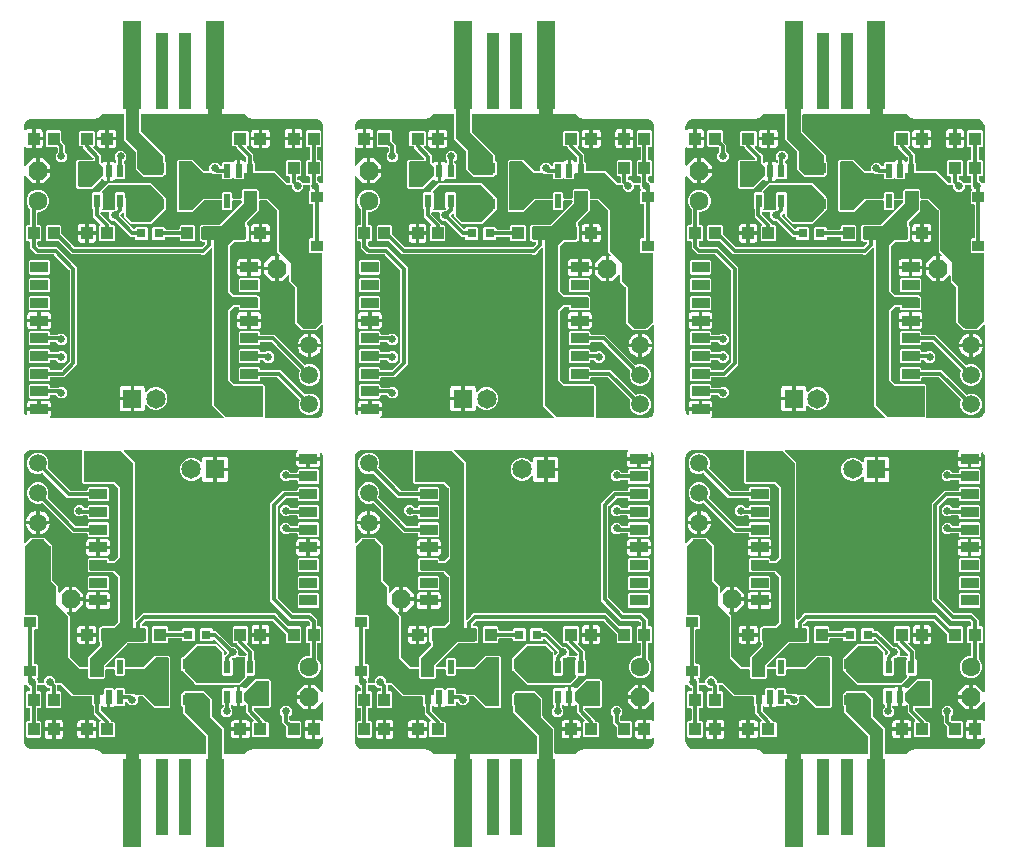
<source format=gtl>
G04 EAGLE Gerber X2 export*
G75*
%MOMM*%
%FSLAX34Y34*%
%LPD*%
%AMOC8*
5,1,8,0,0,1.08239X$1,22.5*%
G01*
%ADD10R,1.100000X1.000000*%
%ADD11R,0.600000X1.100000*%
%ADD12C,1.500000*%
%ADD13R,0.650000X0.850000*%
%ADD14R,0.550000X1.200000*%
%ADD15C,1.650000*%
%ADD16R,1.650000X1.650000*%
%ADD17R,0.550000X1.700000*%
%ADD18R,1.000000X0.900000*%
%ADD19R,1.000000X1.100000*%
%ADD20R,1.500000X7.500000*%
%ADD21R,1.000000X6.500000*%
%ADD22R,1.485000X0.900000*%
%ADD23P,1.732040X8X202.500000*%
%ADD24C,1.600200*%
%ADD25R,0.800000X0.800000*%
%ADD26P,1.732040X8X112.500000*%
%ADD27P,1.732040X8X22.500000*%
%ADD28P,1.732040X8X292.500000*%
%ADD29C,0.654800*%
%ADD30C,0.904800*%
%ADD31C,0.304800*%

G36*
X471713Y423314D02*
X471713Y423314D01*
X471785Y423316D01*
X471834Y423334D01*
X471885Y423342D01*
X471949Y423376D01*
X472016Y423401D01*
X472057Y423433D01*
X472103Y423458D01*
X472152Y423510D01*
X472208Y423554D01*
X472236Y423598D01*
X472272Y423636D01*
X472302Y423701D01*
X472341Y423761D01*
X472354Y423812D01*
X472376Y423859D01*
X472384Y423930D01*
X472401Y424000D01*
X472397Y424052D01*
X472403Y424103D01*
X472387Y424174D01*
X472382Y424245D01*
X472362Y424293D01*
X472350Y424344D01*
X472314Y424405D01*
X472286Y424471D01*
X472241Y424527D01*
X472224Y424555D01*
X472207Y424570D01*
X472181Y424602D01*
X462725Y434058D01*
X462725Y566576D01*
X462714Y566647D01*
X462712Y566718D01*
X462694Y566767D01*
X462686Y566819D01*
X462652Y566882D01*
X462627Y566949D01*
X462595Y566990D01*
X462570Y567036D01*
X462519Y567085D01*
X462474Y567141D01*
X462430Y567170D01*
X462392Y567205D01*
X462327Y567236D01*
X462267Y567274D01*
X462216Y567287D01*
X462169Y567309D01*
X462098Y567317D01*
X462028Y567334D01*
X461976Y567330D01*
X461925Y567336D01*
X461854Y567321D01*
X461783Y567315D01*
X461735Y567295D01*
X461684Y567284D01*
X461623Y567247D01*
X461557Y567219D01*
X461501Y567174D01*
X461473Y567158D01*
X461458Y567140D01*
X461426Y567114D01*
X458272Y563960D01*
X456215Y561903D01*
X453566Y561903D01*
X453493Y561933D01*
X453452Y561937D01*
X453429Y561944D01*
X453397Y561943D01*
X453326Y561951D01*
X343737Y561951D01*
X341728Y563960D01*
X332936Y572752D01*
X332862Y572805D01*
X332793Y572865D01*
X332763Y572877D01*
X332736Y572896D01*
X332649Y572923D01*
X332565Y572957D01*
X332524Y572961D01*
X332501Y572968D01*
X332469Y572967D01*
X332398Y572975D01*
X322868Y572975D01*
X321975Y573868D01*
X321975Y586132D01*
X322868Y587025D01*
X334132Y587025D01*
X335025Y586132D01*
X335025Y579602D01*
X335039Y579512D01*
X335047Y579421D01*
X335059Y579391D01*
X335064Y579359D01*
X335107Y579279D01*
X335143Y579195D01*
X335169Y579163D01*
X335180Y579142D01*
X335203Y579120D01*
X335248Y579064D01*
X346040Y568272D01*
X346114Y568219D01*
X346183Y568159D01*
X346213Y568147D01*
X346240Y568128D01*
X346327Y568101D01*
X346411Y568067D01*
X346452Y568063D01*
X346475Y568056D01*
X346507Y568057D01*
X346578Y568049D01*
X453422Y568049D01*
X453512Y568063D01*
X453603Y568071D01*
X453633Y568083D01*
X453665Y568088D01*
X453745Y568131D01*
X453829Y568167D01*
X453861Y568193D01*
X453882Y568204D01*
X453904Y568227D01*
X453960Y568272D01*
X456728Y571040D01*
X456781Y571114D01*
X456841Y571183D01*
X456853Y571213D01*
X456872Y571240D01*
X456899Y571327D01*
X456933Y571411D01*
X456937Y571452D01*
X456944Y571475D01*
X456943Y571507D01*
X456951Y571578D01*
X456951Y571964D01*
X456948Y571984D01*
X456950Y572003D01*
X456928Y572105D01*
X456912Y572207D01*
X456902Y572224D01*
X456898Y572244D01*
X456845Y572333D01*
X456796Y572424D01*
X456782Y572438D01*
X456772Y572455D01*
X456693Y572522D01*
X456618Y572594D01*
X456600Y572602D01*
X456585Y572615D01*
X456489Y572654D01*
X456395Y572697D01*
X456375Y572699D01*
X456357Y572707D01*
X456190Y572725D01*
X454058Y572725D01*
X454031Y572752D01*
X453957Y572805D01*
X453887Y572865D01*
X453857Y572877D01*
X453831Y572896D01*
X453744Y572923D01*
X453659Y572957D01*
X453618Y572961D01*
X453596Y572968D01*
X453564Y572967D01*
X453492Y572975D01*
X452868Y572975D01*
X451975Y573868D01*
X451975Y586132D01*
X452868Y587025D01*
X453492Y587025D01*
X453583Y587039D01*
X453673Y587047D01*
X453703Y587059D01*
X453735Y587064D01*
X453816Y587107D01*
X453900Y587143D01*
X453932Y587169D01*
X453953Y587180D01*
X453975Y587203D01*
X454031Y587248D01*
X454058Y587275D01*
X468742Y587275D01*
X468833Y587289D01*
X468923Y587297D01*
X468953Y587309D01*
X468985Y587314D01*
X469066Y587357D01*
X469150Y587393D01*
X469182Y587419D01*
X469203Y587430D01*
X469225Y587453D01*
X469281Y587498D01*
X487502Y605719D01*
X487555Y605793D01*
X487615Y605863D01*
X487627Y605893D01*
X487646Y605919D01*
X487673Y606006D01*
X487707Y606091D01*
X487711Y606132D01*
X487718Y606154D01*
X487717Y606186D01*
X487725Y606258D01*
X487725Y606964D01*
X487722Y606984D01*
X487724Y607003D01*
X487702Y607105D01*
X487686Y607207D01*
X487676Y607224D01*
X487672Y607244D01*
X487619Y607333D01*
X487570Y607424D01*
X487556Y607438D01*
X487546Y607455D01*
X487467Y607522D01*
X487392Y607594D01*
X487374Y607602D01*
X487359Y607615D01*
X487263Y607654D01*
X487169Y607697D01*
X487149Y607699D01*
X487131Y607707D01*
X486964Y607725D01*
X480536Y607725D01*
X480516Y607722D01*
X480497Y607724D01*
X480395Y607702D01*
X480293Y607686D01*
X480276Y607676D01*
X480256Y607672D01*
X480167Y607619D01*
X480076Y607570D01*
X480062Y607556D01*
X480045Y607546D01*
X479978Y607467D01*
X479906Y607392D01*
X479898Y607374D01*
X479885Y607359D01*
X479846Y607263D01*
X479803Y607169D01*
X479801Y607149D01*
X479793Y607131D01*
X479775Y606964D01*
X479775Y600368D01*
X478882Y599475D01*
X472118Y599475D01*
X471225Y600368D01*
X471225Y606964D01*
X471222Y606984D01*
X471224Y607003D01*
X471202Y607105D01*
X471186Y607207D01*
X471176Y607224D01*
X471172Y607244D01*
X471119Y607333D01*
X471070Y607424D01*
X471056Y607438D01*
X471046Y607455D01*
X470967Y607522D01*
X470892Y607594D01*
X470874Y607602D01*
X470859Y607615D01*
X470763Y607654D01*
X470669Y607697D01*
X470649Y607699D01*
X470631Y607707D01*
X470464Y607725D01*
X456258Y607725D01*
X456167Y607711D01*
X456077Y607703D01*
X456047Y607691D01*
X456015Y607686D01*
X455934Y607643D01*
X455850Y607607D01*
X455818Y607581D01*
X455797Y607570D01*
X455775Y607547D01*
X455719Y607502D01*
X445942Y597725D01*
X434058Y597725D01*
X432725Y599058D01*
X432725Y640942D01*
X434058Y642275D01*
X445942Y642275D01*
X455719Y632498D01*
X455793Y632445D01*
X455863Y632385D01*
X455893Y632373D01*
X455919Y632354D01*
X456006Y632327D01*
X456091Y632293D01*
X456132Y632289D01*
X456154Y632282D01*
X456186Y632283D01*
X456258Y632275D01*
X459440Y632275D01*
X459460Y632278D01*
X459479Y632276D01*
X459581Y632298D01*
X459683Y632314D01*
X459700Y632324D01*
X459720Y632328D01*
X459809Y632381D01*
X459900Y632430D01*
X459914Y632444D01*
X459931Y632454D01*
X459998Y632533D01*
X460070Y632608D01*
X460078Y632626D01*
X460091Y632641D01*
X460130Y632737D01*
X460173Y632831D01*
X460175Y632851D01*
X460183Y632869D01*
X460201Y633036D01*
X460201Y636988D01*
X463012Y639799D01*
X466988Y639799D01*
X469926Y636861D01*
X469984Y636819D01*
X470036Y636769D01*
X470083Y636748D01*
X470125Y636717D01*
X470194Y636696D01*
X470259Y636666D01*
X470311Y636660D01*
X470361Y636645D01*
X470432Y636647D01*
X470503Y636639D01*
X470554Y636650D01*
X470606Y636651D01*
X470674Y636676D01*
X470744Y636691D01*
X470789Y636718D01*
X470837Y636736D01*
X470893Y636780D01*
X470955Y636817D01*
X470989Y636857D01*
X471029Y636889D01*
X471068Y636950D01*
X471115Y637004D01*
X471134Y637052D01*
X471162Y637096D01*
X471180Y637166D01*
X471207Y637232D01*
X471215Y637304D01*
X471223Y637335D01*
X471221Y637358D01*
X471225Y637399D01*
X471225Y639632D01*
X472118Y640525D01*
X478882Y640525D01*
X479014Y640393D01*
X479109Y640324D01*
X479206Y640253D01*
X479210Y640251D01*
X479213Y640249D01*
X479327Y640214D01*
X479440Y640178D01*
X479445Y640178D01*
X479448Y640177D01*
X479567Y640180D01*
X479686Y640182D01*
X479690Y640183D01*
X479694Y640183D01*
X479805Y640224D01*
X479918Y640263D01*
X479921Y640266D01*
X479925Y640267D01*
X480018Y640342D01*
X480112Y640415D01*
X480115Y640419D01*
X480117Y640421D01*
X480125Y640433D01*
X480211Y640550D01*
X480217Y640560D01*
X480690Y641033D01*
X481269Y641368D01*
X481916Y641541D01*
X483626Y641541D01*
X483626Y633613D01*
X483629Y633594D01*
X483627Y633574D01*
X483649Y633472D01*
X483665Y633370D01*
X483675Y633353D01*
X483679Y633333D01*
X483732Y633244D01*
X483781Y633153D01*
X483795Y633139D01*
X483805Y633122D01*
X483884Y633055D01*
X483959Y632984D01*
X483977Y632975D01*
X483992Y632962D01*
X484088Y632924D01*
X484182Y632880D01*
X484202Y632878D01*
X484220Y632870D01*
X484387Y632852D01*
X485613Y632852D01*
X485633Y632855D01*
X485652Y632853D01*
X485754Y632875D01*
X485856Y632892D01*
X485873Y632901D01*
X485893Y632905D01*
X485982Y632958D01*
X486073Y633007D01*
X486087Y633021D01*
X486104Y633031D01*
X486171Y633110D01*
X486243Y633185D01*
X486251Y633203D01*
X486264Y633218D01*
X486303Y633315D01*
X486346Y633408D01*
X486348Y633428D01*
X486356Y633446D01*
X486374Y633613D01*
X486374Y641541D01*
X488084Y641541D01*
X488731Y641368D01*
X489310Y641033D01*
X489783Y640560D01*
X489789Y640550D01*
X489864Y640459D01*
X489938Y640365D01*
X489942Y640363D01*
X489945Y640360D01*
X490045Y640297D01*
X490145Y640232D01*
X490149Y640231D01*
X490153Y640229D01*
X490269Y640201D01*
X490384Y640172D01*
X490388Y640173D01*
X490392Y640172D01*
X490511Y640182D01*
X490629Y640191D01*
X490633Y640193D01*
X490637Y640193D01*
X490744Y640241D01*
X490855Y640288D01*
X490859Y640291D01*
X490862Y640292D01*
X490872Y640301D01*
X490986Y640393D01*
X491228Y640635D01*
X491281Y640709D01*
X491341Y640778D01*
X491353Y640808D01*
X491372Y640834D01*
X491399Y640921D01*
X491433Y641006D01*
X491437Y641047D01*
X491444Y641069D01*
X491443Y641102D01*
X491451Y641173D01*
X491451Y643922D01*
X491437Y644012D01*
X491429Y644103D01*
X491417Y644133D01*
X491412Y644165D01*
X491369Y644245D01*
X491333Y644329D01*
X491307Y644361D01*
X491296Y644382D01*
X491273Y644404D01*
X491228Y644460D01*
X483451Y652237D01*
X483451Y652714D01*
X483448Y652734D01*
X483450Y652753D01*
X483428Y652855D01*
X483412Y652957D01*
X483402Y652974D01*
X483398Y652994D01*
X483345Y653083D01*
X483296Y653174D01*
X483282Y653188D01*
X483272Y653205D01*
X483193Y653272D01*
X483118Y653344D01*
X483100Y653352D01*
X483085Y653365D01*
X482989Y653404D01*
X482895Y653447D01*
X482875Y653449D01*
X482857Y653457D01*
X482690Y653475D01*
X480368Y653475D01*
X479475Y654368D01*
X479475Y665632D01*
X480368Y666525D01*
X492632Y666525D01*
X493525Y665632D01*
X493525Y654368D01*
X492623Y653467D01*
X492603Y653464D01*
X492532Y653462D01*
X492483Y653444D01*
X492431Y653436D01*
X492368Y653402D01*
X492301Y653377D01*
X492260Y653345D01*
X492214Y653320D01*
X492165Y653269D01*
X492109Y653224D01*
X492080Y653180D01*
X492045Y653142D01*
X492014Y653077D01*
X491976Y653017D01*
X491963Y652966D01*
X491941Y652919D01*
X491933Y652848D01*
X491916Y652778D01*
X491920Y652726D01*
X491914Y652675D01*
X491929Y652604D01*
X491935Y652533D01*
X491955Y652485D01*
X491966Y652434D01*
X492003Y652373D01*
X492031Y652307D01*
X492076Y652251D01*
X492092Y652223D01*
X492110Y652208D01*
X492136Y652176D01*
X495540Y648772D01*
X497549Y646763D01*
X497549Y641173D01*
X497563Y641083D01*
X497571Y640992D01*
X497583Y640962D01*
X497588Y640930D01*
X497631Y640849D01*
X497667Y640766D01*
X497693Y640733D01*
X497704Y640713D01*
X497727Y640691D01*
X497772Y640635D01*
X498775Y639632D01*
X498775Y633036D01*
X498778Y633016D01*
X498776Y632997D01*
X498798Y632895D01*
X498814Y632793D01*
X498824Y632776D01*
X498828Y632756D01*
X498881Y632667D01*
X498930Y632576D01*
X498944Y632562D01*
X498954Y632545D01*
X499033Y632478D01*
X499108Y632406D01*
X499126Y632398D01*
X499141Y632385D01*
X499237Y632346D01*
X499331Y632303D01*
X499351Y632301D01*
X499369Y632293D01*
X499536Y632275D01*
X515942Y632275D01*
X525719Y622498D01*
X525793Y622445D01*
X525863Y622385D01*
X525893Y622373D01*
X525919Y622354D01*
X526006Y622327D01*
X526091Y622293D01*
X526132Y622289D01*
X526154Y622282D01*
X526186Y622283D01*
X526258Y622275D01*
X527690Y622275D01*
X527710Y622278D01*
X527729Y622276D01*
X527831Y622298D01*
X527933Y622314D01*
X527950Y622324D01*
X527970Y622328D01*
X528059Y622381D01*
X528150Y622430D01*
X528164Y622444D01*
X528181Y622454D01*
X528248Y622533D01*
X528320Y622608D01*
X528328Y622626D01*
X528341Y622641D01*
X528380Y622737D01*
X528423Y622831D01*
X528425Y622851D01*
X528433Y622869D01*
X528451Y623036D01*
X528451Y627214D01*
X528448Y627234D01*
X528450Y627253D01*
X528428Y627355D01*
X528412Y627457D01*
X528402Y627474D01*
X528398Y627494D01*
X528345Y627583D01*
X528296Y627674D01*
X528282Y627688D01*
X528272Y627705D01*
X528193Y627772D01*
X528118Y627844D01*
X528100Y627852D01*
X528085Y627865D01*
X527989Y627904D01*
X527895Y627947D01*
X527875Y627949D01*
X527857Y627957D01*
X527690Y627975D01*
X525868Y627975D01*
X524975Y628868D01*
X524975Y641132D01*
X525868Y642025D01*
X537132Y642025D01*
X538025Y641132D01*
X538025Y628868D01*
X537132Y627975D01*
X535310Y627975D01*
X535290Y627972D01*
X535271Y627974D01*
X535169Y627952D01*
X535067Y627936D01*
X535050Y627926D01*
X535030Y627922D01*
X534941Y627869D01*
X534850Y627820D01*
X534836Y627806D01*
X534819Y627796D01*
X534752Y627717D01*
X534680Y627642D01*
X534672Y627624D01*
X534659Y627609D01*
X534620Y627513D01*
X534577Y627419D01*
X534575Y627399D01*
X534567Y627381D01*
X534549Y627214D01*
X534549Y625560D01*
X534552Y625540D01*
X534550Y625521D01*
X534572Y625419D01*
X534588Y625317D01*
X534598Y625300D01*
X534602Y625280D01*
X534655Y625191D01*
X534704Y625100D01*
X534718Y625086D01*
X534728Y625069D01*
X534807Y625002D01*
X534882Y624930D01*
X534900Y624922D01*
X534915Y624909D01*
X535011Y624870D01*
X535105Y624827D01*
X535125Y624825D01*
X535143Y624817D01*
X535310Y624799D01*
X536988Y624799D01*
X539289Y622498D01*
X539363Y622445D01*
X539432Y622385D01*
X539462Y622373D01*
X539488Y622354D01*
X539575Y622327D01*
X539660Y622293D01*
X539701Y622289D01*
X539724Y622282D01*
X539756Y622283D01*
X539827Y622275D01*
X544690Y622275D01*
X544710Y622278D01*
X544729Y622276D01*
X544831Y622298D01*
X544933Y622314D01*
X544950Y622324D01*
X544970Y622328D01*
X545059Y622381D01*
X545150Y622430D01*
X545164Y622444D01*
X545181Y622454D01*
X545248Y622533D01*
X545320Y622608D01*
X545328Y622626D01*
X545341Y622641D01*
X545380Y622737D01*
X545423Y622831D01*
X545425Y622851D01*
X545433Y622869D01*
X545451Y623036D01*
X545451Y627214D01*
X545448Y627234D01*
X545450Y627253D01*
X545428Y627355D01*
X545412Y627457D01*
X545402Y627474D01*
X545398Y627494D01*
X545345Y627583D01*
X545296Y627674D01*
X545282Y627688D01*
X545272Y627705D01*
X545193Y627772D01*
X545118Y627844D01*
X545100Y627852D01*
X545085Y627865D01*
X544989Y627904D01*
X544895Y627947D01*
X544875Y627949D01*
X544857Y627957D01*
X544690Y627975D01*
X542868Y627975D01*
X541975Y628868D01*
X541975Y641132D01*
X542868Y642025D01*
X544690Y642025D01*
X544710Y642028D01*
X544729Y642026D01*
X544831Y642048D01*
X544933Y642064D01*
X544950Y642074D01*
X544970Y642078D01*
X545059Y642131D01*
X545150Y642180D01*
X545164Y642194D01*
X545181Y642204D01*
X545248Y642283D01*
X545320Y642358D01*
X545328Y642376D01*
X545341Y642391D01*
X545380Y642487D01*
X545423Y642581D01*
X545425Y642601D01*
X545433Y642619D01*
X545451Y642786D01*
X545451Y652214D01*
X545448Y652234D01*
X545450Y652253D01*
X545428Y652355D01*
X545412Y652457D01*
X545402Y652474D01*
X545398Y652494D01*
X545345Y652583D01*
X545296Y652674D01*
X545282Y652688D01*
X545272Y652705D01*
X545193Y652772D01*
X545118Y652844D01*
X545100Y652852D01*
X545085Y652865D01*
X544989Y652904D01*
X544895Y652947D01*
X544875Y652949D01*
X544857Y652957D01*
X544690Y652975D01*
X542868Y652975D01*
X541975Y653868D01*
X541975Y666132D01*
X542868Y667025D01*
X554132Y667025D01*
X555025Y666132D01*
X555025Y653868D01*
X554132Y652975D01*
X552310Y652975D01*
X552290Y652972D01*
X552271Y652974D01*
X552169Y652952D01*
X552067Y652936D01*
X552050Y652926D01*
X552030Y652922D01*
X551941Y652869D01*
X551850Y652820D01*
X551836Y652806D01*
X551819Y652796D01*
X551752Y652717D01*
X551680Y652642D01*
X551672Y652624D01*
X551659Y652609D01*
X551620Y652513D01*
X551577Y652419D01*
X551575Y652399D01*
X551567Y652381D01*
X551549Y652214D01*
X551549Y642786D01*
X551552Y642766D01*
X551550Y642747D01*
X551572Y642645D01*
X551588Y642543D01*
X551598Y642526D01*
X551602Y642506D01*
X551655Y642417D01*
X551704Y642326D01*
X551718Y642312D01*
X551728Y642295D01*
X551807Y642228D01*
X551882Y642156D01*
X551900Y642148D01*
X551915Y642135D01*
X552011Y642096D01*
X552105Y642053D01*
X552125Y642051D01*
X552143Y642043D01*
X552310Y642025D01*
X554132Y642025D01*
X555025Y641132D01*
X555025Y628868D01*
X554132Y627975D01*
X552310Y627975D01*
X552290Y627972D01*
X552271Y627974D01*
X552169Y627952D01*
X552067Y627936D01*
X552050Y627926D01*
X552030Y627922D01*
X551941Y627869D01*
X551850Y627820D01*
X551836Y627806D01*
X551819Y627796D01*
X551752Y627717D01*
X551680Y627642D01*
X551672Y627624D01*
X551659Y627609D01*
X551620Y627513D01*
X551577Y627419D01*
X551575Y627399D01*
X551567Y627381D01*
X551549Y627214D01*
X551549Y625553D01*
X551563Y625463D01*
X551571Y625372D01*
X551583Y625342D01*
X551588Y625310D01*
X551631Y625230D01*
X551667Y625146D01*
X551693Y625114D01*
X551704Y625093D01*
X551727Y625071D01*
X551772Y625015D01*
X554289Y622498D01*
X554363Y622445D01*
X554432Y622385D01*
X554462Y622373D01*
X554488Y622354D01*
X554575Y622327D01*
X554660Y622293D01*
X554701Y622289D01*
X554724Y622282D01*
X554756Y622283D01*
X554827Y622275D01*
X555936Y622275D01*
X555956Y622278D01*
X555975Y622276D01*
X556077Y622298D01*
X556179Y622314D01*
X556196Y622324D01*
X556216Y622328D01*
X556305Y622381D01*
X556396Y622430D01*
X556410Y622444D01*
X556427Y622454D01*
X556494Y622533D01*
X556566Y622608D01*
X556574Y622626D01*
X556587Y622641D01*
X556626Y622737D01*
X556669Y622831D01*
X556671Y622851D01*
X556679Y622869D01*
X556697Y623036D01*
X556697Y670000D01*
X556693Y670026D01*
X556694Y670075D01*
X556580Y671233D01*
X556572Y671260D01*
X556572Y671288D01*
X556525Y671449D01*
X555639Y673589D01*
X555604Y673645D01*
X555579Y673705D01*
X555527Y673770D01*
X555509Y673798D01*
X555494Y673811D01*
X555474Y673836D01*
X553836Y675474D01*
X553783Y675512D01*
X553736Y675558D01*
X553663Y675598D01*
X553636Y675617D01*
X553618Y675623D01*
X553589Y675639D01*
X551449Y676525D01*
X551422Y676532D01*
X551397Y676545D01*
X551233Y676580D01*
X550075Y676694D01*
X550048Y676692D01*
X550000Y676697D01*
X497354Y676697D01*
X492465Y678723D01*
X490649Y680538D01*
X490575Y680591D01*
X490505Y680651D01*
X490475Y680663D01*
X490449Y680682D01*
X490362Y680709D01*
X490277Y680743D01*
X490236Y680747D01*
X490214Y680754D01*
X490182Y680753D01*
X490111Y680761D01*
X470749Y680761D01*
X470749Y690000D01*
X470746Y690019D01*
X470748Y690034D01*
X470747Y690038D01*
X470748Y690049D01*
X470726Y690144D01*
X470710Y690241D01*
X470698Y690262D01*
X470692Y690286D01*
X470641Y690370D01*
X470595Y690456D01*
X470577Y690473D01*
X470564Y690494D01*
X470488Y690556D01*
X470417Y690623D01*
X470394Y690633D01*
X470375Y690649D01*
X470284Y690683D01*
X470194Y690724D01*
X470170Y690726D01*
X470147Y690735D01*
X470000Y690749D01*
X460000Y690749D01*
X459976Y690745D01*
X459951Y690748D01*
X459856Y690726D01*
X459759Y690710D01*
X459738Y690698D01*
X459714Y690692D01*
X459630Y690641D01*
X459544Y690595D01*
X459527Y690577D01*
X459506Y690564D01*
X459444Y690488D01*
X459377Y690417D01*
X459367Y690394D01*
X459352Y690375D01*
X459317Y690284D01*
X459276Y690194D01*
X459274Y690170D01*
X459265Y690147D01*
X459251Y690000D01*
X459251Y680761D01*
X403036Y680761D01*
X403016Y680758D01*
X402997Y680760D01*
X402895Y680738D01*
X402793Y680722D01*
X402776Y680712D01*
X402756Y680708D01*
X402667Y680655D01*
X402576Y680606D01*
X402562Y680592D01*
X402545Y680582D01*
X402478Y680503D01*
X402406Y680428D01*
X402398Y680410D01*
X402385Y680395D01*
X402346Y680299D01*
X402303Y680205D01*
X402301Y680185D01*
X402293Y680167D01*
X402275Y680000D01*
X402275Y666258D01*
X402289Y666167D01*
X402297Y666077D01*
X402309Y666047D01*
X402314Y666015D01*
X402357Y665934D01*
X402393Y665850D01*
X402419Y665818D01*
X402430Y665797D01*
X402453Y665775D01*
X402498Y665719D01*
X420719Y647498D01*
X422275Y645942D01*
X422275Y641447D01*
X422289Y641357D01*
X422297Y641266D01*
X422309Y641236D01*
X422314Y641204D01*
X422357Y641123D01*
X422393Y641040D01*
X422419Y641007D01*
X422430Y640987D01*
X422453Y640965D01*
X422498Y640909D01*
X423525Y639882D01*
X423525Y630118D01*
X422613Y629206D01*
X422577Y629203D01*
X422547Y629191D01*
X422515Y629186D01*
X422434Y629143D01*
X422350Y629107D01*
X422318Y629081D01*
X422297Y629070D01*
X422275Y629047D01*
X422219Y629002D01*
X420942Y627725D01*
X404058Y627725D01*
X397725Y634058D01*
X397725Y648742D01*
X397711Y648833D01*
X397703Y648923D01*
X397691Y648953D01*
X397686Y648985D01*
X397643Y649066D01*
X397607Y649150D01*
X397581Y649182D01*
X397570Y649203D01*
X397547Y649225D01*
X397502Y649281D01*
X387725Y659058D01*
X387725Y680000D01*
X387722Y680020D01*
X387724Y680039D01*
X387702Y680141D01*
X387686Y680243D01*
X387676Y680260D01*
X387672Y680280D01*
X387619Y680369D01*
X387570Y680460D01*
X387556Y680474D01*
X387546Y680491D01*
X387467Y680558D01*
X387392Y680630D01*
X387374Y680638D01*
X387359Y680651D01*
X387263Y680690D01*
X387169Y680733D01*
X387149Y680735D01*
X387131Y680743D01*
X386964Y680761D01*
X369889Y680761D01*
X369799Y680747D01*
X369708Y680739D01*
X369679Y680727D01*
X369647Y680722D01*
X369566Y680679D01*
X369482Y680643D01*
X369450Y680617D01*
X369429Y680606D01*
X369407Y680583D01*
X369351Y680538D01*
X367535Y678723D01*
X362646Y676697D01*
X310000Y676697D01*
X309974Y676693D01*
X309925Y676694D01*
X308767Y676580D01*
X308740Y676572D01*
X308712Y676572D01*
X308551Y676525D01*
X306411Y675639D01*
X306355Y675604D01*
X306295Y675579D01*
X306230Y675527D01*
X306202Y675509D01*
X306189Y675494D01*
X306164Y675474D01*
X304526Y673836D01*
X304488Y673783D01*
X304442Y673736D01*
X304402Y673663D01*
X304383Y673636D01*
X304377Y673618D01*
X304361Y673589D01*
X303475Y671449D01*
X303468Y671422D01*
X303455Y671397D01*
X303420Y671233D01*
X303306Y670075D01*
X303308Y670048D01*
X303303Y670000D01*
X303303Y667734D01*
X303314Y667663D01*
X303316Y667591D01*
X303334Y667542D01*
X303342Y667491D01*
X303376Y667428D01*
X303401Y667360D01*
X303433Y667320D01*
X303458Y667274D01*
X303509Y667224D01*
X303554Y667168D01*
X303598Y667140D01*
X303636Y667104D01*
X303701Y667074D01*
X303761Y667035D01*
X303812Y667022D01*
X303859Y667001D01*
X303930Y666993D01*
X304000Y666975D01*
X304052Y666979D01*
X304103Y666973D01*
X304174Y666989D01*
X304245Y666994D01*
X304293Y667015D01*
X304344Y667026D01*
X304405Y667063D01*
X304471Y667091D01*
X304527Y667135D01*
X304555Y667152D01*
X304570Y667170D01*
X304602Y667195D01*
X304940Y667533D01*
X305519Y667868D01*
X306166Y668041D01*
X309977Y668041D01*
X309977Y660762D01*
X309980Y660742D01*
X309978Y660723D01*
X310000Y660621D01*
X310017Y660519D01*
X310026Y660502D01*
X310030Y660482D01*
X310083Y660393D01*
X310132Y660302D01*
X310146Y660288D01*
X310156Y660271D01*
X310235Y660204D01*
X310310Y660133D01*
X310328Y660124D01*
X310343Y660111D01*
X310439Y660072D01*
X310533Y660029D01*
X310553Y660027D01*
X310571Y660019D01*
X310738Y660001D01*
X311501Y660001D01*
X311501Y659999D01*
X310738Y659999D01*
X310718Y659996D01*
X310699Y659998D01*
X310597Y659976D01*
X310495Y659959D01*
X310478Y659950D01*
X310458Y659946D01*
X310369Y659893D01*
X310278Y659844D01*
X310264Y659830D01*
X310247Y659820D01*
X310180Y659741D01*
X310109Y659666D01*
X310100Y659648D01*
X310087Y659633D01*
X310048Y659537D01*
X310005Y659443D01*
X310003Y659423D01*
X309995Y659405D01*
X309977Y659238D01*
X309977Y651959D01*
X306166Y651959D01*
X305519Y652132D01*
X304940Y652467D01*
X304602Y652805D01*
X304544Y652846D01*
X304492Y652896D01*
X304445Y652918D01*
X304403Y652948D01*
X304334Y652969D01*
X304269Y652999D01*
X304217Y653005D01*
X304167Y653021D01*
X304096Y653019D01*
X304025Y653027D01*
X303974Y653015D01*
X303922Y653014D01*
X303854Y652990D01*
X303784Y652974D01*
X303739Y652948D01*
X303691Y652930D01*
X303635Y652885D01*
X303573Y652848D01*
X303539Y652809D01*
X303499Y652776D01*
X303460Y652716D01*
X303413Y652661D01*
X303394Y652613D01*
X303366Y652569D01*
X303348Y652500D01*
X303321Y652433D01*
X303313Y652362D01*
X303305Y652331D01*
X303307Y652307D01*
X303303Y652266D01*
X303303Y637749D01*
X303314Y637678D01*
X303316Y637606D01*
X303334Y637557D01*
X303342Y637506D01*
X303376Y637443D01*
X303401Y637375D01*
X303433Y637335D01*
X303458Y637289D01*
X303510Y637239D01*
X303554Y637183D01*
X303598Y637155D01*
X303636Y637119D01*
X303701Y637089D01*
X303761Y637050D01*
X303812Y637038D01*
X303859Y637016D01*
X303930Y637008D01*
X304000Y636990D01*
X304052Y636994D01*
X304103Y636989D01*
X304174Y637004D01*
X304245Y637009D01*
X304293Y637030D01*
X304344Y637041D01*
X304405Y637078D01*
X304471Y637106D01*
X304527Y637150D01*
X304555Y637167D01*
X304570Y637185D01*
X304602Y637210D01*
X310633Y643242D01*
X313477Y643242D01*
X313477Y633462D01*
X313480Y633442D01*
X313478Y633423D01*
X313500Y633321D01*
X313517Y633219D01*
X313526Y633202D01*
X313530Y633182D01*
X313583Y633093D01*
X313632Y633002D01*
X313646Y632988D01*
X313656Y632971D01*
X313735Y632904D01*
X313810Y632833D01*
X313828Y632824D01*
X313843Y632811D01*
X313939Y632773D01*
X314033Y632729D01*
X314053Y632727D01*
X314071Y632719D01*
X314238Y632701D01*
X315001Y632701D01*
X315001Y632699D01*
X314238Y632699D01*
X314218Y632696D01*
X314199Y632698D01*
X314097Y632676D01*
X313995Y632659D01*
X313978Y632650D01*
X313958Y632646D01*
X313869Y632593D01*
X313778Y632544D01*
X313764Y632530D01*
X313747Y632520D01*
X313680Y632441D01*
X313609Y632366D01*
X313600Y632348D01*
X313587Y632333D01*
X313548Y632237D01*
X313505Y632143D01*
X313503Y632123D01*
X313495Y632105D01*
X313477Y631938D01*
X313477Y622158D01*
X310633Y622158D01*
X304602Y628190D01*
X304544Y628231D01*
X304492Y628281D01*
X304445Y628303D01*
X304403Y628333D01*
X304334Y628354D01*
X304269Y628384D01*
X304217Y628390D01*
X304167Y628405D01*
X304096Y628404D01*
X304025Y628411D01*
X303974Y628400D01*
X303922Y628399D01*
X303854Y628374D01*
X303784Y628359D01*
X303739Y628332D01*
X303691Y628315D01*
X303635Y628270D01*
X303573Y628233D01*
X303539Y628193D01*
X303499Y628161D01*
X303460Y628101D01*
X303413Y628046D01*
X303394Y627998D01*
X303366Y627954D01*
X303348Y627885D01*
X303321Y627818D01*
X303313Y627747D01*
X303305Y627715D01*
X303307Y627692D01*
X303303Y627651D01*
X303303Y430000D01*
X303307Y429974D01*
X303306Y429925D01*
X303420Y428767D01*
X303428Y428740D01*
X303428Y428712D01*
X303475Y428551D01*
X304361Y426411D01*
X304396Y426355D01*
X304421Y426295D01*
X304473Y426230D01*
X304491Y426202D01*
X304506Y426189D01*
X304526Y426164D01*
X304810Y425880D01*
X304868Y425838D01*
X304920Y425789D01*
X304967Y425767D01*
X305009Y425737D01*
X305078Y425716D01*
X305143Y425685D01*
X305195Y425680D01*
X305245Y425664D01*
X305316Y425666D01*
X305387Y425658D01*
X305438Y425669D01*
X305490Y425671D01*
X305558Y425695D01*
X305628Y425711D01*
X305673Y425737D01*
X305721Y425755D01*
X305777Y425800D01*
X305839Y425837D01*
X305873Y425876D01*
X305913Y425909D01*
X305952Y425969D01*
X305999Y426024D01*
X306018Y426072D01*
X306046Y426116D01*
X306064Y426185D01*
X306091Y426252D01*
X306099Y426323D01*
X306107Y426354D01*
X306105Y426378D01*
X306109Y426418D01*
X306109Y429477D01*
X315313Y429477D01*
X315333Y429480D01*
X315352Y429478D01*
X315454Y429500D01*
X315556Y429517D01*
X315573Y429526D01*
X315593Y429530D01*
X315682Y429583D01*
X315773Y429632D01*
X315787Y429646D01*
X315804Y429656D01*
X315871Y429735D01*
X315942Y429810D01*
X315951Y429828D01*
X315964Y429843D01*
X316003Y429939D01*
X316046Y430033D01*
X316048Y430053D01*
X316056Y430071D01*
X316074Y430238D01*
X316074Y431001D01*
X316076Y431001D01*
X316076Y430238D01*
X316079Y430218D01*
X316077Y430199D01*
X316099Y430097D01*
X316116Y429995D01*
X316125Y429978D01*
X316129Y429958D01*
X316182Y429869D01*
X316231Y429778D01*
X316245Y429764D01*
X316255Y429747D01*
X316334Y429680D01*
X316409Y429609D01*
X316427Y429600D01*
X316442Y429587D01*
X316538Y429548D01*
X316632Y429505D01*
X316652Y429503D01*
X316670Y429495D01*
X316837Y429477D01*
X326041Y429477D01*
X326041Y426165D01*
X325868Y425519D01*
X325533Y424940D01*
X325195Y424602D01*
X325154Y424544D01*
X325104Y424492D01*
X325082Y424445D01*
X325052Y424403D01*
X325031Y424334D01*
X325001Y424269D01*
X324995Y424217D01*
X324979Y424167D01*
X324981Y424096D01*
X324973Y424025D01*
X324985Y423974D01*
X324986Y423922D01*
X325010Y423854D01*
X325026Y423784D01*
X325052Y423739D01*
X325070Y423691D01*
X325115Y423635D01*
X325152Y423573D01*
X325191Y423539D01*
X325224Y423499D01*
X325284Y423460D01*
X325339Y423413D01*
X325387Y423394D01*
X325431Y423366D01*
X325500Y423348D01*
X325567Y423321D01*
X325638Y423313D01*
X325669Y423305D01*
X325693Y423307D01*
X325734Y423303D01*
X471643Y423303D01*
X471713Y423314D01*
G37*
G36*
X191713Y423314D02*
X191713Y423314D01*
X191785Y423316D01*
X191834Y423334D01*
X191885Y423342D01*
X191948Y423376D01*
X192016Y423401D01*
X192057Y423433D01*
X192103Y423458D01*
X192152Y423509D01*
X192208Y423554D01*
X192236Y423598D01*
X192272Y423636D01*
X192302Y423701D01*
X192341Y423761D01*
X192354Y423812D01*
X192376Y423859D01*
X192384Y423930D01*
X192401Y424000D01*
X192397Y424052D01*
X192403Y424103D01*
X192387Y424174D01*
X192382Y424245D01*
X192362Y424293D01*
X192350Y424344D01*
X192314Y424405D01*
X192286Y424471D01*
X192241Y424527D01*
X192224Y424555D01*
X192207Y424570D01*
X192181Y424602D01*
X184281Y432502D01*
X182725Y434058D01*
X182725Y566576D01*
X182714Y566647D01*
X182712Y566718D01*
X182694Y566767D01*
X182686Y566819D01*
X182652Y566882D01*
X182627Y566949D01*
X182595Y566990D01*
X182570Y567036D01*
X182518Y567085D01*
X182474Y567141D01*
X182430Y567170D01*
X182392Y567205D01*
X182327Y567236D01*
X182267Y567274D01*
X182216Y567287D01*
X182169Y567309D01*
X182098Y567317D01*
X182028Y567334D01*
X181976Y567330D01*
X181925Y567336D01*
X181854Y567321D01*
X181783Y567315D01*
X181735Y567295D01*
X181684Y567284D01*
X181623Y567247D01*
X181557Y567219D01*
X181501Y567174D01*
X181473Y567158D01*
X181458Y567140D01*
X181426Y567114D01*
X178272Y563960D01*
X176215Y561903D01*
X173566Y561903D01*
X173493Y561933D01*
X173452Y561937D01*
X173429Y561944D01*
X173397Y561943D01*
X173326Y561951D01*
X63737Y561951D01*
X52936Y572752D01*
X52862Y572805D01*
X52793Y572865D01*
X52763Y572877D01*
X52736Y572896D01*
X52649Y572923D01*
X52565Y572957D01*
X52524Y572961D01*
X52501Y572968D01*
X52469Y572967D01*
X52398Y572975D01*
X42868Y572975D01*
X41975Y573868D01*
X41975Y586132D01*
X42868Y587025D01*
X54132Y587025D01*
X55025Y586132D01*
X55025Y579602D01*
X55039Y579512D01*
X55047Y579421D01*
X55059Y579391D01*
X55064Y579359D01*
X55107Y579279D01*
X55143Y579195D01*
X55169Y579163D01*
X55180Y579142D01*
X55203Y579120D01*
X55248Y579064D01*
X66040Y568272D01*
X66114Y568219D01*
X66183Y568159D01*
X66213Y568147D01*
X66240Y568128D01*
X66327Y568101D01*
X66411Y568067D01*
X66452Y568063D01*
X66475Y568056D01*
X66507Y568057D01*
X66578Y568049D01*
X173422Y568049D01*
X173512Y568063D01*
X173603Y568071D01*
X173633Y568083D01*
X173665Y568088D01*
X173745Y568131D01*
X173829Y568167D01*
X173861Y568193D01*
X173882Y568204D01*
X173904Y568227D01*
X173960Y568272D01*
X176728Y571040D01*
X176781Y571114D01*
X176841Y571183D01*
X176853Y571213D01*
X176872Y571240D01*
X176899Y571327D01*
X176933Y571411D01*
X176937Y571452D01*
X176944Y571475D01*
X176943Y571507D01*
X176951Y571578D01*
X176951Y571964D01*
X176948Y571984D01*
X176950Y572003D01*
X176928Y572105D01*
X176912Y572207D01*
X176902Y572224D01*
X176898Y572244D01*
X176845Y572333D01*
X176796Y572424D01*
X176782Y572438D01*
X176772Y572455D01*
X176693Y572522D01*
X176618Y572594D01*
X176600Y572602D01*
X176585Y572615D01*
X176489Y572654D01*
X176395Y572697D01*
X176375Y572699D01*
X176357Y572707D01*
X176190Y572725D01*
X174058Y572725D01*
X174031Y572752D01*
X173957Y572805D01*
X173887Y572865D01*
X173857Y572877D01*
X173831Y572896D01*
X173744Y572923D01*
X173659Y572957D01*
X173618Y572961D01*
X173596Y572968D01*
X173564Y572967D01*
X173492Y572975D01*
X172868Y572975D01*
X171975Y573868D01*
X171975Y586132D01*
X172868Y587025D01*
X173492Y587025D01*
X173583Y587039D01*
X173673Y587047D01*
X173703Y587059D01*
X173735Y587064D01*
X173816Y587107D01*
X173900Y587143D01*
X173932Y587169D01*
X173953Y587180D01*
X173975Y587203D01*
X174031Y587248D01*
X174058Y587275D01*
X188742Y587275D01*
X188833Y587289D01*
X188923Y587297D01*
X188953Y587309D01*
X188985Y587314D01*
X189066Y587357D01*
X189150Y587393D01*
X189182Y587419D01*
X189203Y587430D01*
X189225Y587453D01*
X189281Y587498D01*
X207502Y605719D01*
X207555Y605793D01*
X207615Y605863D01*
X207627Y605893D01*
X207646Y605919D01*
X207673Y606006D01*
X207707Y606091D01*
X207711Y606132D01*
X207718Y606154D01*
X207717Y606186D01*
X207725Y606258D01*
X207725Y606964D01*
X207722Y606984D01*
X207724Y607003D01*
X207702Y607105D01*
X207686Y607207D01*
X207676Y607224D01*
X207672Y607244D01*
X207619Y607333D01*
X207570Y607424D01*
X207556Y607438D01*
X207546Y607455D01*
X207467Y607522D01*
X207392Y607594D01*
X207374Y607602D01*
X207359Y607615D01*
X207263Y607654D01*
X207169Y607697D01*
X207149Y607699D01*
X207131Y607707D01*
X206964Y607725D01*
X200536Y607725D01*
X200516Y607722D01*
X200497Y607724D01*
X200395Y607702D01*
X200293Y607686D01*
X200276Y607676D01*
X200256Y607672D01*
X200167Y607619D01*
X200076Y607570D01*
X200062Y607556D01*
X200045Y607546D01*
X199978Y607467D01*
X199906Y607392D01*
X199898Y607374D01*
X199885Y607359D01*
X199846Y607263D01*
X199803Y607169D01*
X199801Y607149D01*
X199793Y607131D01*
X199775Y606964D01*
X199775Y600368D01*
X198882Y599475D01*
X192118Y599475D01*
X191225Y600368D01*
X191225Y606964D01*
X191222Y606984D01*
X191224Y607003D01*
X191202Y607105D01*
X191186Y607207D01*
X191176Y607224D01*
X191172Y607244D01*
X191119Y607333D01*
X191070Y607424D01*
X191056Y607438D01*
X191046Y607455D01*
X190967Y607522D01*
X190892Y607594D01*
X190874Y607602D01*
X190859Y607615D01*
X190763Y607654D01*
X190669Y607697D01*
X190649Y607699D01*
X190631Y607707D01*
X190464Y607725D01*
X176258Y607725D01*
X176167Y607711D01*
X176077Y607703D01*
X176047Y607691D01*
X176015Y607686D01*
X175934Y607643D01*
X175850Y607607D01*
X175818Y607581D01*
X175797Y607570D01*
X175775Y607547D01*
X175719Y607502D01*
X165942Y597725D01*
X154058Y597725D01*
X152725Y599058D01*
X152725Y640942D01*
X154058Y642275D01*
X165942Y642275D01*
X175719Y632498D01*
X175793Y632445D01*
X175863Y632385D01*
X175893Y632373D01*
X175919Y632354D01*
X176006Y632327D01*
X176091Y632293D01*
X176132Y632289D01*
X176154Y632282D01*
X176186Y632283D01*
X176258Y632275D01*
X179440Y632275D01*
X179460Y632278D01*
X179479Y632276D01*
X179581Y632298D01*
X179683Y632314D01*
X179700Y632324D01*
X179720Y632328D01*
X179809Y632381D01*
X179900Y632430D01*
X179914Y632444D01*
X179931Y632454D01*
X179998Y632533D01*
X180070Y632608D01*
X180078Y632626D01*
X180091Y632641D01*
X180130Y632737D01*
X180173Y632831D01*
X180175Y632851D01*
X180183Y632869D01*
X180201Y633036D01*
X180201Y636988D01*
X183012Y639799D01*
X186988Y639799D01*
X189926Y636861D01*
X189984Y636819D01*
X190036Y636769D01*
X190083Y636748D01*
X190125Y636717D01*
X190194Y636696D01*
X190259Y636666D01*
X190311Y636660D01*
X190361Y636645D01*
X190432Y636647D01*
X190503Y636639D01*
X190554Y636650D01*
X190606Y636651D01*
X190674Y636676D01*
X190744Y636691D01*
X190789Y636718D01*
X190837Y636736D01*
X190893Y636780D01*
X190955Y636817D01*
X190989Y636857D01*
X191029Y636889D01*
X191068Y636950D01*
X191115Y637004D01*
X191134Y637052D01*
X191162Y637096D01*
X191180Y637166D01*
X191207Y637232D01*
X191215Y637304D01*
X191223Y637335D01*
X191221Y637358D01*
X191225Y637399D01*
X191225Y639632D01*
X192118Y640525D01*
X198882Y640525D01*
X199014Y640393D01*
X199109Y640324D01*
X199206Y640253D01*
X199210Y640251D01*
X199213Y640249D01*
X199327Y640214D01*
X199440Y640178D01*
X199445Y640178D01*
X199448Y640177D01*
X199567Y640180D01*
X199686Y640182D01*
X199690Y640183D01*
X199694Y640183D01*
X199805Y640224D01*
X199918Y640263D01*
X199921Y640266D01*
X199925Y640267D01*
X200018Y640342D01*
X200112Y640415D01*
X200115Y640419D01*
X200117Y640421D01*
X200125Y640433D01*
X200211Y640550D01*
X200217Y640560D01*
X200690Y641033D01*
X201269Y641368D01*
X201916Y641541D01*
X203626Y641541D01*
X203626Y633613D01*
X203629Y633594D01*
X203627Y633574D01*
X203649Y633472D01*
X203665Y633370D01*
X203675Y633353D01*
X203679Y633333D01*
X203732Y633244D01*
X203781Y633153D01*
X203795Y633139D01*
X203805Y633122D01*
X203884Y633055D01*
X203959Y632984D01*
X203977Y632975D01*
X203992Y632962D01*
X204088Y632924D01*
X204182Y632880D01*
X204202Y632878D01*
X204220Y632870D01*
X204387Y632852D01*
X205613Y632852D01*
X205633Y632855D01*
X205652Y632853D01*
X205754Y632875D01*
X205856Y632892D01*
X205873Y632901D01*
X205893Y632905D01*
X205982Y632958D01*
X206073Y633007D01*
X206087Y633021D01*
X206104Y633031D01*
X206171Y633110D01*
X206243Y633185D01*
X206251Y633203D01*
X206264Y633218D01*
X206303Y633315D01*
X206346Y633408D01*
X206348Y633428D01*
X206356Y633446D01*
X206374Y633613D01*
X206374Y641541D01*
X208084Y641541D01*
X208731Y641368D01*
X209310Y641033D01*
X209783Y640560D01*
X209789Y640550D01*
X209864Y640459D01*
X209938Y640365D01*
X209942Y640363D01*
X209945Y640360D01*
X210045Y640297D01*
X210145Y640232D01*
X210149Y640231D01*
X210153Y640229D01*
X210269Y640201D01*
X210384Y640172D01*
X210388Y640173D01*
X210392Y640172D01*
X210511Y640182D01*
X210629Y640191D01*
X210633Y640193D01*
X210637Y640193D01*
X210744Y640241D01*
X210855Y640288D01*
X210859Y640291D01*
X210862Y640292D01*
X210872Y640301D01*
X210986Y640393D01*
X211228Y640635D01*
X211281Y640709D01*
X211341Y640778D01*
X211353Y640808D01*
X211372Y640834D01*
X211399Y640921D01*
X211433Y641006D01*
X211437Y641047D01*
X211444Y641069D01*
X211443Y641102D01*
X211451Y641173D01*
X211451Y643922D01*
X211437Y644012D01*
X211429Y644103D01*
X211417Y644133D01*
X211412Y644165D01*
X211369Y644245D01*
X211333Y644329D01*
X211307Y644361D01*
X211296Y644382D01*
X211273Y644404D01*
X211228Y644460D01*
X203451Y652237D01*
X203451Y652714D01*
X203448Y652734D01*
X203450Y652753D01*
X203428Y652855D01*
X203412Y652957D01*
X203402Y652974D01*
X203398Y652994D01*
X203345Y653083D01*
X203296Y653174D01*
X203282Y653188D01*
X203272Y653205D01*
X203193Y653272D01*
X203118Y653344D01*
X203100Y653352D01*
X203085Y653365D01*
X202989Y653404D01*
X202895Y653447D01*
X202875Y653449D01*
X202857Y653457D01*
X202690Y653475D01*
X200368Y653475D01*
X199475Y654368D01*
X199475Y665632D01*
X200368Y666525D01*
X212632Y666525D01*
X213525Y665632D01*
X213525Y654368D01*
X212623Y653467D01*
X212603Y653464D01*
X212532Y653462D01*
X212483Y653444D01*
X212431Y653436D01*
X212368Y653402D01*
X212301Y653377D01*
X212260Y653345D01*
X212214Y653320D01*
X212165Y653268D01*
X212109Y653224D01*
X212080Y653180D01*
X212045Y653142D01*
X212014Y653077D01*
X211976Y653017D01*
X211963Y652966D01*
X211941Y652919D01*
X211933Y652848D01*
X211916Y652778D01*
X211920Y652726D01*
X211914Y652675D01*
X211929Y652604D01*
X211935Y652533D01*
X211955Y652485D01*
X211966Y652434D01*
X212003Y652373D01*
X212031Y652307D01*
X212076Y652251D01*
X212092Y652223D01*
X212110Y652208D01*
X212136Y652176D01*
X217549Y646763D01*
X217549Y641173D01*
X217563Y641083D01*
X217571Y640992D01*
X217583Y640962D01*
X217588Y640930D01*
X217631Y640849D01*
X217667Y640766D01*
X217693Y640733D01*
X217704Y640713D01*
X217727Y640691D01*
X217772Y640635D01*
X218775Y639632D01*
X218775Y633036D01*
X218778Y633016D01*
X218776Y632997D01*
X218798Y632895D01*
X218814Y632793D01*
X218824Y632776D01*
X218828Y632756D01*
X218881Y632667D01*
X218930Y632576D01*
X218944Y632562D01*
X218954Y632545D01*
X219033Y632478D01*
X219108Y632406D01*
X219126Y632398D01*
X219141Y632385D01*
X219237Y632346D01*
X219331Y632303D01*
X219351Y632301D01*
X219369Y632293D01*
X219536Y632275D01*
X235942Y632275D01*
X245719Y622498D01*
X245793Y622445D01*
X245863Y622385D01*
X245893Y622373D01*
X245919Y622354D01*
X246006Y622327D01*
X246091Y622293D01*
X246132Y622289D01*
X246154Y622282D01*
X246186Y622283D01*
X246258Y622275D01*
X247690Y622275D01*
X247710Y622278D01*
X247729Y622276D01*
X247831Y622298D01*
X247933Y622314D01*
X247950Y622324D01*
X247970Y622328D01*
X248059Y622381D01*
X248150Y622430D01*
X248164Y622444D01*
X248181Y622454D01*
X248248Y622533D01*
X248320Y622608D01*
X248328Y622626D01*
X248341Y622641D01*
X248380Y622737D01*
X248423Y622831D01*
X248425Y622851D01*
X248433Y622869D01*
X248451Y623036D01*
X248451Y627214D01*
X248448Y627234D01*
X248450Y627253D01*
X248428Y627355D01*
X248412Y627457D01*
X248402Y627474D01*
X248398Y627494D01*
X248345Y627583D01*
X248296Y627674D01*
X248282Y627688D01*
X248272Y627705D01*
X248193Y627772D01*
X248118Y627844D01*
X248100Y627852D01*
X248085Y627865D01*
X247989Y627904D01*
X247895Y627947D01*
X247875Y627949D01*
X247857Y627957D01*
X247690Y627975D01*
X245868Y627975D01*
X244975Y628868D01*
X244975Y641132D01*
X245868Y642025D01*
X257132Y642025D01*
X258025Y641132D01*
X258025Y628868D01*
X257132Y627975D01*
X255310Y627975D01*
X255290Y627972D01*
X255271Y627974D01*
X255169Y627952D01*
X255067Y627936D01*
X255050Y627926D01*
X255030Y627922D01*
X254941Y627869D01*
X254850Y627820D01*
X254836Y627806D01*
X254819Y627796D01*
X254752Y627717D01*
X254680Y627642D01*
X254672Y627624D01*
X254659Y627609D01*
X254620Y627513D01*
X254577Y627419D01*
X254575Y627399D01*
X254567Y627381D01*
X254549Y627214D01*
X254549Y625560D01*
X254552Y625540D01*
X254550Y625521D01*
X254572Y625419D01*
X254588Y625317D01*
X254598Y625300D01*
X254602Y625280D01*
X254655Y625191D01*
X254704Y625100D01*
X254718Y625086D01*
X254728Y625069D01*
X254807Y625002D01*
X254882Y624930D01*
X254900Y624922D01*
X254915Y624909D01*
X255011Y624870D01*
X255105Y624827D01*
X255125Y624825D01*
X255143Y624817D01*
X255310Y624799D01*
X256988Y624799D01*
X259289Y622498D01*
X259363Y622445D01*
X259432Y622385D01*
X259462Y622373D01*
X259488Y622354D01*
X259575Y622327D01*
X259660Y622293D01*
X259701Y622289D01*
X259724Y622282D01*
X259756Y622283D01*
X259827Y622275D01*
X264690Y622275D01*
X264710Y622278D01*
X264729Y622276D01*
X264831Y622298D01*
X264933Y622314D01*
X264950Y622324D01*
X264970Y622328D01*
X265059Y622381D01*
X265150Y622430D01*
X265164Y622444D01*
X265181Y622454D01*
X265248Y622533D01*
X265320Y622608D01*
X265328Y622626D01*
X265341Y622641D01*
X265380Y622737D01*
X265423Y622831D01*
X265425Y622851D01*
X265433Y622869D01*
X265451Y623036D01*
X265451Y627214D01*
X265448Y627234D01*
X265450Y627253D01*
X265428Y627355D01*
X265412Y627457D01*
X265402Y627474D01*
X265398Y627494D01*
X265345Y627583D01*
X265296Y627674D01*
X265282Y627688D01*
X265272Y627705D01*
X265193Y627772D01*
X265118Y627844D01*
X265100Y627852D01*
X265085Y627865D01*
X264989Y627904D01*
X264895Y627947D01*
X264875Y627949D01*
X264857Y627957D01*
X264690Y627975D01*
X262868Y627975D01*
X261975Y628868D01*
X261975Y641132D01*
X262868Y642025D01*
X264690Y642025D01*
X264710Y642028D01*
X264729Y642026D01*
X264831Y642048D01*
X264933Y642064D01*
X264950Y642074D01*
X264970Y642078D01*
X265059Y642131D01*
X265150Y642180D01*
X265164Y642194D01*
X265181Y642204D01*
X265248Y642283D01*
X265320Y642358D01*
X265328Y642376D01*
X265341Y642391D01*
X265380Y642487D01*
X265423Y642581D01*
X265425Y642601D01*
X265433Y642619D01*
X265451Y642786D01*
X265451Y652214D01*
X265448Y652234D01*
X265450Y652253D01*
X265428Y652355D01*
X265412Y652457D01*
X265402Y652474D01*
X265398Y652494D01*
X265345Y652583D01*
X265296Y652674D01*
X265282Y652688D01*
X265272Y652705D01*
X265193Y652772D01*
X265118Y652844D01*
X265100Y652852D01*
X265085Y652865D01*
X264989Y652904D01*
X264895Y652947D01*
X264875Y652949D01*
X264857Y652957D01*
X264690Y652975D01*
X262868Y652975D01*
X261975Y653868D01*
X261975Y666132D01*
X262868Y667025D01*
X274132Y667025D01*
X275025Y666132D01*
X275025Y653868D01*
X274132Y652975D01*
X272310Y652975D01*
X272290Y652972D01*
X272271Y652974D01*
X272169Y652952D01*
X272067Y652936D01*
X272050Y652926D01*
X272030Y652922D01*
X271941Y652869D01*
X271850Y652820D01*
X271836Y652806D01*
X271819Y652796D01*
X271752Y652717D01*
X271680Y652642D01*
X271672Y652624D01*
X271659Y652609D01*
X271620Y652513D01*
X271577Y652419D01*
X271575Y652399D01*
X271567Y652381D01*
X271549Y652214D01*
X271549Y642786D01*
X271552Y642766D01*
X271550Y642747D01*
X271572Y642645D01*
X271588Y642543D01*
X271598Y642526D01*
X271602Y642506D01*
X271655Y642417D01*
X271704Y642326D01*
X271718Y642312D01*
X271728Y642295D01*
X271807Y642228D01*
X271882Y642156D01*
X271900Y642148D01*
X271915Y642135D01*
X272011Y642096D01*
X272105Y642053D01*
X272125Y642051D01*
X272143Y642043D01*
X272310Y642025D01*
X274132Y642025D01*
X275025Y641132D01*
X275025Y628868D01*
X274132Y627975D01*
X272310Y627975D01*
X272290Y627972D01*
X272271Y627974D01*
X272169Y627952D01*
X272067Y627936D01*
X272050Y627926D01*
X272030Y627922D01*
X271941Y627869D01*
X271850Y627820D01*
X271836Y627806D01*
X271819Y627796D01*
X271752Y627717D01*
X271680Y627642D01*
X271672Y627624D01*
X271659Y627609D01*
X271620Y627513D01*
X271577Y627419D01*
X271575Y627399D01*
X271567Y627381D01*
X271549Y627214D01*
X271549Y625553D01*
X271563Y625463D01*
X271571Y625372D01*
X271583Y625342D01*
X271588Y625310D01*
X271631Y625230D01*
X271667Y625146D01*
X271693Y625114D01*
X271704Y625093D01*
X271727Y625071D01*
X271772Y625015D01*
X274289Y622498D01*
X274363Y622445D01*
X274432Y622385D01*
X274462Y622373D01*
X274488Y622354D01*
X274575Y622327D01*
X274660Y622293D01*
X274701Y622289D01*
X274724Y622282D01*
X274756Y622283D01*
X274827Y622275D01*
X275936Y622275D01*
X275956Y622278D01*
X275975Y622276D01*
X276077Y622298D01*
X276179Y622314D01*
X276196Y622324D01*
X276216Y622328D01*
X276305Y622381D01*
X276396Y622430D01*
X276410Y622444D01*
X276427Y622454D01*
X276494Y622533D01*
X276566Y622608D01*
X276574Y622626D01*
X276587Y622641D01*
X276626Y622737D01*
X276669Y622831D01*
X276671Y622851D01*
X276679Y622869D01*
X276697Y623036D01*
X276697Y670000D01*
X276693Y670026D01*
X276694Y670075D01*
X276580Y671233D01*
X276572Y671260D01*
X276572Y671288D01*
X276525Y671449D01*
X275639Y673589D01*
X275604Y673645D01*
X275579Y673705D01*
X275527Y673770D01*
X275509Y673798D01*
X275494Y673811D01*
X275474Y673836D01*
X273836Y675474D01*
X273783Y675512D01*
X273736Y675558D01*
X273663Y675598D01*
X273636Y675617D01*
X273618Y675623D01*
X273589Y675639D01*
X271449Y676525D01*
X271422Y676532D01*
X271397Y676545D01*
X271233Y676580D01*
X270075Y676694D01*
X270048Y676692D01*
X270000Y676697D01*
X217354Y676697D01*
X212465Y678723D01*
X210649Y680538D01*
X210575Y680591D01*
X210505Y680651D01*
X210475Y680663D01*
X210449Y680682D01*
X210362Y680709D01*
X210277Y680743D01*
X210236Y680747D01*
X210214Y680754D01*
X210182Y680753D01*
X210111Y680761D01*
X190749Y680761D01*
X190749Y690000D01*
X190746Y690019D01*
X190748Y690034D01*
X190747Y690038D01*
X190748Y690049D01*
X190726Y690144D01*
X190710Y690241D01*
X190698Y690262D01*
X190692Y690286D01*
X190641Y690370D01*
X190595Y690456D01*
X190577Y690473D01*
X190564Y690494D01*
X190488Y690556D01*
X190417Y690623D01*
X190394Y690633D01*
X190375Y690649D01*
X190284Y690683D01*
X190194Y690724D01*
X190170Y690726D01*
X190147Y690735D01*
X190000Y690749D01*
X180000Y690749D01*
X179976Y690745D01*
X179951Y690748D01*
X179856Y690726D01*
X179759Y690710D01*
X179738Y690698D01*
X179714Y690692D01*
X179630Y690641D01*
X179544Y690595D01*
X179527Y690577D01*
X179506Y690564D01*
X179444Y690488D01*
X179377Y690417D01*
X179367Y690394D01*
X179352Y690375D01*
X179317Y690284D01*
X179276Y690194D01*
X179274Y690170D01*
X179265Y690147D01*
X179251Y690000D01*
X179251Y680761D01*
X123036Y680761D01*
X123016Y680758D01*
X122997Y680760D01*
X122895Y680738D01*
X122793Y680722D01*
X122776Y680712D01*
X122756Y680708D01*
X122667Y680655D01*
X122576Y680606D01*
X122562Y680592D01*
X122545Y680582D01*
X122478Y680503D01*
X122406Y680428D01*
X122398Y680410D01*
X122385Y680395D01*
X122346Y680299D01*
X122303Y680205D01*
X122301Y680185D01*
X122293Y680167D01*
X122275Y680000D01*
X122275Y666258D01*
X122289Y666167D01*
X122297Y666077D01*
X122309Y666047D01*
X122314Y666015D01*
X122357Y665934D01*
X122393Y665850D01*
X122419Y665818D01*
X122430Y665797D01*
X122453Y665775D01*
X122498Y665719D01*
X142275Y645942D01*
X142275Y641447D01*
X142289Y641357D01*
X142297Y641266D01*
X142309Y641236D01*
X142314Y641204D01*
X142357Y641123D01*
X142393Y641040D01*
X142419Y641007D01*
X142430Y640987D01*
X142453Y640965D01*
X142498Y640909D01*
X143525Y639882D01*
X143525Y630118D01*
X142613Y629206D01*
X142577Y629203D01*
X142547Y629191D01*
X142515Y629186D01*
X142434Y629143D01*
X142350Y629107D01*
X142318Y629081D01*
X142297Y629070D01*
X142275Y629047D01*
X142219Y629002D01*
X140942Y627725D01*
X124058Y627725D01*
X117725Y634058D01*
X117725Y648742D01*
X117711Y648833D01*
X117703Y648923D01*
X117691Y648953D01*
X117686Y648985D01*
X117643Y649066D01*
X117607Y649150D01*
X117581Y649182D01*
X117570Y649203D01*
X117547Y649225D01*
X117502Y649281D01*
X107725Y659058D01*
X107725Y680000D01*
X107722Y680020D01*
X107724Y680039D01*
X107702Y680141D01*
X107686Y680243D01*
X107676Y680260D01*
X107672Y680280D01*
X107619Y680369D01*
X107570Y680460D01*
X107556Y680474D01*
X107546Y680491D01*
X107467Y680558D01*
X107392Y680630D01*
X107374Y680638D01*
X107359Y680651D01*
X107263Y680690D01*
X107169Y680733D01*
X107149Y680735D01*
X107131Y680743D01*
X106964Y680761D01*
X89889Y680761D01*
X89799Y680747D01*
X89708Y680739D01*
X89679Y680727D01*
X89647Y680722D01*
X89566Y680679D01*
X89482Y680643D01*
X89450Y680617D01*
X89429Y680606D01*
X89407Y680583D01*
X89351Y680538D01*
X87535Y678723D01*
X82646Y676697D01*
X30000Y676697D01*
X29974Y676693D01*
X29925Y676694D01*
X28767Y676580D01*
X28740Y676572D01*
X28712Y676572D01*
X28551Y676525D01*
X26411Y675639D01*
X26355Y675604D01*
X26295Y675579D01*
X26230Y675527D01*
X26202Y675509D01*
X26189Y675494D01*
X26164Y675474D01*
X24526Y673836D01*
X24488Y673783D01*
X24442Y673736D01*
X24402Y673663D01*
X24383Y673636D01*
X24377Y673618D01*
X24361Y673589D01*
X23475Y671449D01*
X23468Y671422D01*
X23455Y671397D01*
X23420Y671233D01*
X23306Y670075D01*
X23308Y670048D01*
X23303Y670000D01*
X23303Y667734D01*
X23314Y667663D01*
X23316Y667591D01*
X23334Y667542D01*
X23342Y667491D01*
X23376Y667428D01*
X23401Y667360D01*
X23433Y667320D01*
X23458Y667274D01*
X23509Y667224D01*
X23554Y667168D01*
X23598Y667140D01*
X23636Y667104D01*
X23701Y667074D01*
X23761Y667035D01*
X23812Y667022D01*
X23859Y667001D01*
X23930Y666993D01*
X24000Y666975D01*
X24052Y666979D01*
X24103Y666973D01*
X24174Y666989D01*
X24245Y666994D01*
X24293Y667015D01*
X24344Y667026D01*
X24405Y667063D01*
X24471Y667091D01*
X24527Y667135D01*
X24555Y667152D01*
X24570Y667170D01*
X24602Y667195D01*
X24940Y667533D01*
X25519Y667868D01*
X26166Y668041D01*
X29977Y668041D01*
X29977Y660762D01*
X29980Y660742D01*
X29978Y660723D01*
X30000Y660621D01*
X30017Y660519D01*
X30026Y660502D01*
X30030Y660482D01*
X30083Y660393D01*
X30132Y660302D01*
X30146Y660288D01*
X30156Y660271D01*
X30235Y660204D01*
X30310Y660133D01*
X30328Y660124D01*
X30343Y660111D01*
X30439Y660072D01*
X30533Y660029D01*
X30553Y660027D01*
X30571Y660019D01*
X30738Y660001D01*
X31501Y660001D01*
X31501Y659999D01*
X30738Y659999D01*
X30718Y659996D01*
X30699Y659998D01*
X30597Y659976D01*
X30495Y659959D01*
X30478Y659950D01*
X30458Y659946D01*
X30369Y659893D01*
X30278Y659844D01*
X30264Y659830D01*
X30247Y659820D01*
X30180Y659741D01*
X30109Y659666D01*
X30100Y659648D01*
X30087Y659633D01*
X30048Y659537D01*
X30005Y659443D01*
X30003Y659423D01*
X29995Y659405D01*
X29977Y659238D01*
X29977Y651959D01*
X26166Y651959D01*
X25519Y652132D01*
X24940Y652467D01*
X24602Y652805D01*
X24544Y652846D01*
X24492Y652896D01*
X24445Y652918D01*
X24403Y652948D01*
X24334Y652969D01*
X24269Y652999D01*
X24217Y653005D01*
X24167Y653021D01*
X24096Y653019D01*
X24025Y653027D01*
X23974Y653015D01*
X23922Y653014D01*
X23854Y652990D01*
X23784Y652974D01*
X23739Y652948D01*
X23691Y652930D01*
X23635Y652885D01*
X23573Y652848D01*
X23539Y652809D01*
X23499Y652776D01*
X23460Y652716D01*
X23413Y652661D01*
X23394Y652613D01*
X23366Y652569D01*
X23348Y652500D01*
X23321Y652433D01*
X23313Y652362D01*
X23305Y652331D01*
X23307Y652307D01*
X23303Y652266D01*
X23303Y637749D01*
X23314Y637678D01*
X23316Y637606D01*
X23334Y637557D01*
X23342Y637506D01*
X23376Y637443D01*
X23401Y637375D01*
X23433Y637335D01*
X23458Y637289D01*
X23510Y637239D01*
X23554Y637183D01*
X23598Y637155D01*
X23636Y637119D01*
X23701Y637089D01*
X23761Y637050D01*
X23812Y637038D01*
X23859Y637016D01*
X23930Y637008D01*
X24000Y636990D01*
X24052Y636994D01*
X24103Y636989D01*
X24174Y637004D01*
X24245Y637009D01*
X24293Y637030D01*
X24344Y637041D01*
X24405Y637078D01*
X24471Y637106D01*
X24527Y637150D01*
X24555Y637167D01*
X24570Y637185D01*
X24602Y637210D01*
X30633Y643242D01*
X33477Y643242D01*
X33477Y633462D01*
X33480Y633442D01*
X33478Y633423D01*
X33500Y633321D01*
X33517Y633219D01*
X33526Y633202D01*
X33530Y633182D01*
X33583Y633093D01*
X33632Y633002D01*
X33646Y632988D01*
X33656Y632971D01*
X33735Y632904D01*
X33810Y632833D01*
X33828Y632824D01*
X33843Y632811D01*
X33939Y632773D01*
X34033Y632729D01*
X34053Y632727D01*
X34071Y632719D01*
X34238Y632701D01*
X35001Y632701D01*
X35001Y632699D01*
X34238Y632699D01*
X34218Y632696D01*
X34199Y632698D01*
X34097Y632676D01*
X33995Y632659D01*
X33978Y632650D01*
X33958Y632646D01*
X33869Y632593D01*
X33778Y632544D01*
X33764Y632530D01*
X33747Y632520D01*
X33680Y632441D01*
X33609Y632366D01*
X33600Y632348D01*
X33587Y632333D01*
X33548Y632237D01*
X33505Y632143D01*
X33503Y632123D01*
X33495Y632105D01*
X33477Y631938D01*
X33477Y622158D01*
X30633Y622158D01*
X24602Y628190D01*
X24544Y628231D01*
X24492Y628281D01*
X24445Y628303D01*
X24403Y628333D01*
X24334Y628354D01*
X24269Y628384D01*
X24217Y628390D01*
X24167Y628405D01*
X24096Y628404D01*
X24025Y628411D01*
X23974Y628400D01*
X23922Y628399D01*
X23854Y628374D01*
X23784Y628359D01*
X23739Y628332D01*
X23691Y628315D01*
X23635Y628270D01*
X23573Y628233D01*
X23539Y628193D01*
X23499Y628161D01*
X23460Y628101D01*
X23413Y628046D01*
X23394Y627998D01*
X23366Y627954D01*
X23348Y627885D01*
X23321Y627818D01*
X23313Y627747D01*
X23305Y627715D01*
X23307Y627692D01*
X23303Y627651D01*
X23303Y430000D01*
X23307Y429974D01*
X23306Y429925D01*
X23420Y428767D01*
X23428Y428740D01*
X23428Y428712D01*
X23475Y428551D01*
X24361Y426411D01*
X24396Y426355D01*
X24421Y426295D01*
X24473Y426230D01*
X24491Y426202D01*
X24506Y426189D01*
X24526Y426164D01*
X24810Y425880D01*
X24868Y425838D01*
X24920Y425789D01*
X24967Y425767D01*
X25009Y425737D01*
X25078Y425716D01*
X25143Y425685D01*
X25195Y425680D01*
X25245Y425664D01*
X25316Y425666D01*
X25387Y425658D01*
X25438Y425669D01*
X25490Y425671D01*
X25558Y425695D01*
X25628Y425711D01*
X25673Y425737D01*
X25721Y425755D01*
X25777Y425800D01*
X25839Y425837D01*
X25873Y425876D01*
X25913Y425909D01*
X25952Y425969D01*
X25999Y426024D01*
X26018Y426072D01*
X26046Y426116D01*
X26064Y426185D01*
X26091Y426252D01*
X26099Y426323D01*
X26107Y426354D01*
X26105Y426378D01*
X26109Y426418D01*
X26109Y429477D01*
X35313Y429477D01*
X35333Y429480D01*
X35352Y429478D01*
X35454Y429500D01*
X35556Y429517D01*
X35573Y429526D01*
X35593Y429530D01*
X35682Y429583D01*
X35773Y429632D01*
X35787Y429646D01*
X35804Y429656D01*
X35871Y429735D01*
X35942Y429810D01*
X35951Y429828D01*
X35964Y429843D01*
X36003Y429939D01*
X36046Y430033D01*
X36048Y430053D01*
X36056Y430071D01*
X36074Y430238D01*
X36074Y431001D01*
X36076Y431001D01*
X36076Y430238D01*
X36079Y430218D01*
X36077Y430199D01*
X36099Y430097D01*
X36116Y429995D01*
X36125Y429978D01*
X36129Y429958D01*
X36182Y429869D01*
X36231Y429778D01*
X36245Y429764D01*
X36255Y429747D01*
X36334Y429680D01*
X36409Y429609D01*
X36427Y429600D01*
X36442Y429587D01*
X36538Y429548D01*
X36632Y429505D01*
X36652Y429503D01*
X36670Y429495D01*
X36837Y429477D01*
X46041Y429477D01*
X46041Y426166D01*
X45868Y425519D01*
X45533Y424940D01*
X45195Y424602D01*
X45154Y424544D01*
X45104Y424492D01*
X45082Y424445D01*
X45052Y424403D01*
X45031Y424334D01*
X45001Y424269D01*
X44995Y424217D01*
X44979Y424167D01*
X44981Y424096D01*
X44973Y424025D01*
X44985Y423974D01*
X44986Y423922D01*
X45010Y423854D01*
X45026Y423784D01*
X45052Y423739D01*
X45070Y423691D01*
X45115Y423635D01*
X45152Y423573D01*
X45191Y423539D01*
X45224Y423499D01*
X45284Y423460D01*
X45339Y423413D01*
X45387Y423394D01*
X45431Y423366D01*
X45500Y423348D01*
X45567Y423321D01*
X45638Y423313D01*
X45669Y423305D01*
X45693Y423307D01*
X45734Y423303D01*
X191643Y423303D01*
X191713Y423314D01*
G37*
G36*
X751713Y423314D02*
X751713Y423314D01*
X751785Y423316D01*
X751834Y423334D01*
X751885Y423342D01*
X751949Y423376D01*
X752016Y423401D01*
X752057Y423433D01*
X752103Y423458D01*
X752152Y423510D01*
X752208Y423554D01*
X752236Y423598D01*
X752272Y423636D01*
X752302Y423701D01*
X752341Y423761D01*
X752354Y423812D01*
X752376Y423859D01*
X752384Y423930D01*
X752401Y424000D01*
X752397Y424052D01*
X752403Y424103D01*
X752387Y424174D01*
X752382Y424245D01*
X752362Y424293D01*
X752350Y424344D01*
X752314Y424405D01*
X752286Y424471D01*
X752241Y424527D01*
X752224Y424555D01*
X752207Y424570D01*
X752181Y424602D01*
X742725Y434058D01*
X742725Y566576D01*
X742714Y566647D01*
X742712Y566718D01*
X742694Y566767D01*
X742686Y566819D01*
X742652Y566882D01*
X742627Y566949D01*
X742595Y566990D01*
X742570Y567036D01*
X742518Y567085D01*
X742474Y567141D01*
X742430Y567170D01*
X742392Y567205D01*
X742327Y567236D01*
X742267Y567274D01*
X742216Y567287D01*
X742169Y567309D01*
X742098Y567317D01*
X742028Y567334D01*
X741976Y567330D01*
X741925Y567336D01*
X741854Y567321D01*
X741783Y567315D01*
X741735Y567295D01*
X741684Y567284D01*
X741623Y567247D01*
X741557Y567219D01*
X741501Y567174D01*
X741473Y567158D01*
X741458Y567140D01*
X741426Y567114D01*
X738272Y563960D01*
X736215Y561903D01*
X733566Y561903D01*
X733493Y561933D01*
X733452Y561937D01*
X733429Y561944D01*
X733397Y561943D01*
X733326Y561951D01*
X623737Y561951D01*
X612936Y572752D01*
X612862Y572805D01*
X612793Y572865D01*
X612763Y572877D01*
X612736Y572896D01*
X612649Y572923D01*
X612565Y572957D01*
X612524Y572961D01*
X612501Y572968D01*
X612469Y572967D01*
X612398Y572975D01*
X602868Y572975D01*
X601975Y573868D01*
X601975Y586132D01*
X602868Y587025D01*
X614132Y587025D01*
X615025Y586132D01*
X615025Y579602D01*
X615039Y579512D01*
X615047Y579421D01*
X615059Y579391D01*
X615064Y579359D01*
X615107Y579279D01*
X615143Y579195D01*
X615169Y579163D01*
X615180Y579142D01*
X615203Y579120D01*
X615248Y579064D01*
X626040Y568272D01*
X626114Y568219D01*
X626183Y568159D01*
X626213Y568147D01*
X626240Y568128D01*
X626327Y568101D01*
X626411Y568067D01*
X626452Y568063D01*
X626475Y568056D01*
X626507Y568057D01*
X626578Y568049D01*
X733422Y568049D01*
X733512Y568063D01*
X733603Y568071D01*
X733633Y568083D01*
X733665Y568088D01*
X733745Y568131D01*
X733829Y568167D01*
X733861Y568193D01*
X733882Y568204D01*
X733904Y568227D01*
X733960Y568272D01*
X736728Y571040D01*
X736781Y571114D01*
X736841Y571183D01*
X736853Y571213D01*
X736872Y571240D01*
X736899Y571327D01*
X736933Y571411D01*
X736937Y571452D01*
X736944Y571475D01*
X736943Y571507D01*
X736951Y571578D01*
X736951Y571964D01*
X736948Y571984D01*
X736950Y572003D01*
X736928Y572105D01*
X736912Y572207D01*
X736902Y572224D01*
X736898Y572244D01*
X736845Y572333D01*
X736796Y572424D01*
X736782Y572438D01*
X736772Y572455D01*
X736693Y572522D01*
X736618Y572594D01*
X736600Y572602D01*
X736585Y572615D01*
X736489Y572654D01*
X736395Y572697D01*
X736375Y572699D01*
X736357Y572707D01*
X736190Y572725D01*
X734058Y572725D01*
X734031Y572752D01*
X733957Y572805D01*
X733887Y572865D01*
X733857Y572877D01*
X733831Y572896D01*
X733744Y572923D01*
X733659Y572957D01*
X733618Y572961D01*
X733596Y572968D01*
X733564Y572967D01*
X733492Y572975D01*
X732868Y572975D01*
X731975Y573868D01*
X731975Y586132D01*
X732868Y587025D01*
X733492Y587025D01*
X733583Y587039D01*
X733674Y587047D01*
X733703Y587059D01*
X733735Y587064D01*
X733816Y587107D01*
X733900Y587143D01*
X733932Y587169D01*
X733953Y587180D01*
X733975Y587203D01*
X734031Y587248D01*
X734058Y587275D01*
X748742Y587275D01*
X748833Y587289D01*
X748923Y587297D01*
X748953Y587309D01*
X748985Y587314D01*
X749066Y587357D01*
X749150Y587393D01*
X749182Y587419D01*
X749203Y587430D01*
X749225Y587453D01*
X749281Y587498D01*
X767502Y605719D01*
X767555Y605793D01*
X767615Y605863D01*
X767627Y605893D01*
X767646Y605919D01*
X767673Y606006D01*
X767707Y606091D01*
X767711Y606132D01*
X767718Y606154D01*
X767717Y606186D01*
X767725Y606258D01*
X767725Y606964D01*
X767722Y606984D01*
X767724Y607003D01*
X767702Y607105D01*
X767686Y607207D01*
X767676Y607224D01*
X767672Y607244D01*
X767619Y607333D01*
X767570Y607424D01*
X767556Y607438D01*
X767546Y607455D01*
X767467Y607522D01*
X767392Y607594D01*
X767374Y607602D01*
X767359Y607615D01*
X767263Y607654D01*
X767169Y607697D01*
X767149Y607699D01*
X767131Y607707D01*
X766964Y607725D01*
X760536Y607725D01*
X760516Y607722D01*
X760497Y607724D01*
X760395Y607702D01*
X760293Y607686D01*
X760276Y607676D01*
X760256Y607672D01*
X760167Y607619D01*
X760076Y607570D01*
X760062Y607556D01*
X760045Y607546D01*
X759978Y607467D01*
X759906Y607392D01*
X759898Y607374D01*
X759885Y607359D01*
X759846Y607263D01*
X759803Y607169D01*
X759801Y607149D01*
X759793Y607131D01*
X759775Y606964D01*
X759775Y600368D01*
X758882Y599475D01*
X752118Y599475D01*
X751225Y600368D01*
X751225Y606964D01*
X751222Y606984D01*
X751224Y607003D01*
X751202Y607105D01*
X751186Y607207D01*
X751176Y607224D01*
X751172Y607244D01*
X751119Y607333D01*
X751070Y607424D01*
X751056Y607438D01*
X751046Y607455D01*
X750967Y607522D01*
X750892Y607594D01*
X750874Y607602D01*
X750859Y607615D01*
X750763Y607654D01*
X750669Y607697D01*
X750649Y607699D01*
X750631Y607707D01*
X750464Y607725D01*
X736258Y607725D01*
X736167Y607711D01*
X736077Y607703D01*
X736047Y607691D01*
X736015Y607686D01*
X735934Y607643D01*
X735850Y607607D01*
X735818Y607581D01*
X735797Y607570D01*
X735775Y607547D01*
X735719Y607502D01*
X725942Y597725D01*
X714058Y597725D01*
X712725Y599058D01*
X712725Y640942D01*
X714058Y642275D01*
X725942Y642275D01*
X735719Y632498D01*
X735793Y632445D01*
X735863Y632385D01*
X735893Y632373D01*
X735919Y632354D01*
X736006Y632327D01*
X736091Y632293D01*
X736132Y632289D01*
X736154Y632282D01*
X736186Y632283D01*
X736258Y632275D01*
X739440Y632275D01*
X739460Y632278D01*
X739479Y632276D01*
X739581Y632298D01*
X739683Y632314D01*
X739700Y632324D01*
X739720Y632328D01*
X739809Y632381D01*
X739900Y632430D01*
X739914Y632444D01*
X739931Y632454D01*
X739998Y632533D01*
X740070Y632608D01*
X740078Y632626D01*
X740091Y632641D01*
X740130Y632737D01*
X740173Y632831D01*
X740175Y632851D01*
X740183Y632869D01*
X740201Y633036D01*
X740201Y636988D01*
X743012Y639799D01*
X746988Y639799D01*
X749926Y636861D01*
X749984Y636819D01*
X750036Y636769D01*
X750083Y636748D01*
X750125Y636717D01*
X750194Y636696D01*
X750259Y636666D01*
X750311Y636660D01*
X750361Y636645D01*
X750432Y636647D01*
X750503Y636639D01*
X750554Y636650D01*
X750606Y636651D01*
X750674Y636676D01*
X750744Y636691D01*
X750789Y636718D01*
X750837Y636736D01*
X750893Y636780D01*
X750955Y636817D01*
X750989Y636857D01*
X751029Y636889D01*
X751068Y636950D01*
X751115Y637004D01*
X751134Y637052D01*
X751162Y637096D01*
X751180Y637166D01*
X751207Y637232D01*
X751215Y637304D01*
X751223Y637335D01*
X751221Y637358D01*
X751225Y637399D01*
X751225Y639632D01*
X752118Y640525D01*
X758882Y640525D01*
X759014Y640393D01*
X759109Y640324D01*
X759206Y640253D01*
X759210Y640251D01*
X759213Y640249D01*
X759327Y640214D01*
X759440Y640178D01*
X759445Y640178D01*
X759448Y640177D01*
X759567Y640180D01*
X759686Y640182D01*
X759690Y640183D01*
X759694Y640183D01*
X759805Y640224D01*
X759918Y640263D01*
X759921Y640266D01*
X759925Y640267D01*
X760018Y640342D01*
X760112Y640415D01*
X760115Y640419D01*
X760117Y640421D01*
X760125Y640433D01*
X760211Y640550D01*
X760217Y640560D01*
X760690Y641033D01*
X761269Y641368D01*
X761916Y641541D01*
X763626Y641541D01*
X763626Y633613D01*
X763629Y633594D01*
X763627Y633574D01*
X763649Y633472D01*
X763665Y633370D01*
X763675Y633353D01*
X763679Y633333D01*
X763732Y633244D01*
X763781Y633153D01*
X763795Y633139D01*
X763805Y633122D01*
X763884Y633055D01*
X763959Y632984D01*
X763977Y632975D01*
X763992Y632962D01*
X764088Y632924D01*
X764182Y632880D01*
X764202Y632878D01*
X764220Y632870D01*
X764387Y632852D01*
X765613Y632852D01*
X765633Y632855D01*
X765652Y632853D01*
X765754Y632875D01*
X765856Y632892D01*
X765873Y632901D01*
X765893Y632905D01*
X765982Y632958D01*
X766073Y633007D01*
X766087Y633021D01*
X766104Y633031D01*
X766171Y633110D01*
X766243Y633185D01*
X766251Y633203D01*
X766264Y633218D01*
X766303Y633315D01*
X766346Y633408D01*
X766348Y633428D01*
X766356Y633446D01*
X766374Y633613D01*
X766374Y641541D01*
X768084Y641541D01*
X768731Y641368D01*
X769310Y641033D01*
X769783Y640560D01*
X769789Y640550D01*
X769864Y640459D01*
X769938Y640365D01*
X769942Y640363D01*
X769945Y640360D01*
X770045Y640297D01*
X770145Y640232D01*
X770149Y640231D01*
X770153Y640229D01*
X770269Y640201D01*
X770384Y640172D01*
X770388Y640173D01*
X770392Y640172D01*
X770511Y640182D01*
X770629Y640191D01*
X770633Y640193D01*
X770637Y640193D01*
X770744Y640241D01*
X770855Y640288D01*
X770859Y640291D01*
X770862Y640292D01*
X770872Y640301D01*
X770986Y640393D01*
X771228Y640635D01*
X771281Y640709D01*
X771341Y640778D01*
X771353Y640808D01*
X771372Y640834D01*
X771399Y640921D01*
X771433Y641006D01*
X771437Y641047D01*
X771444Y641069D01*
X771443Y641102D01*
X771451Y641173D01*
X771451Y643922D01*
X771437Y644012D01*
X771429Y644103D01*
X771417Y644133D01*
X771412Y644165D01*
X771369Y644245D01*
X771333Y644329D01*
X771307Y644361D01*
X771296Y644382D01*
X771273Y644404D01*
X771228Y644460D01*
X763451Y652237D01*
X763451Y652714D01*
X763448Y652734D01*
X763450Y652753D01*
X763428Y652855D01*
X763412Y652957D01*
X763402Y652974D01*
X763398Y652994D01*
X763345Y653083D01*
X763296Y653174D01*
X763282Y653188D01*
X763272Y653205D01*
X763193Y653272D01*
X763118Y653344D01*
X763100Y653352D01*
X763085Y653365D01*
X762989Y653404D01*
X762895Y653447D01*
X762875Y653449D01*
X762857Y653457D01*
X762690Y653475D01*
X760368Y653475D01*
X759475Y654368D01*
X759475Y665632D01*
X760368Y666525D01*
X772632Y666525D01*
X773525Y665632D01*
X773525Y654368D01*
X772623Y653467D01*
X772603Y653464D01*
X772532Y653462D01*
X772483Y653444D01*
X772431Y653436D01*
X772368Y653402D01*
X772301Y653377D01*
X772260Y653345D01*
X772214Y653320D01*
X772165Y653268D01*
X772109Y653224D01*
X772080Y653180D01*
X772045Y653142D01*
X772014Y653077D01*
X771976Y653017D01*
X771963Y652966D01*
X771941Y652919D01*
X771933Y652848D01*
X771916Y652778D01*
X771920Y652726D01*
X771914Y652675D01*
X771929Y652604D01*
X771935Y652533D01*
X771955Y652485D01*
X771966Y652434D01*
X772003Y652373D01*
X772031Y652307D01*
X772076Y652251D01*
X772092Y652223D01*
X772110Y652208D01*
X772136Y652176D01*
X777549Y646763D01*
X777549Y641173D01*
X777563Y641083D01*
X777571Y640992D01*
X777583Y640962D01*
X777588Y640930D01*
X777631Y640849D01*
X777667Y640766D01*
X777693Y640733D01*
X777704Y640713D01*
X777727Y640691D01*
X777772Y640635D01*
X778775Y639632D01*
X778775Y633036D01*
X778778Y633016D01*
X778776Y632997D01*
X778798Y632895D01*
X778814Y632793D01*
X778824Y632776D01*
X778828Y632756D01*
X778881Y632667D01*
X778930Y632576D01*
X778944Y632562D01*
X778954Y632545D01*
X779033Y632478D01*
X779108Y632406D01*
X779126Y632398D01*
X779141Y632385D01*
X779237Y632346D01*
X779331Y632303D01*
X779351Y632301D01*
X779369Y632293D01*
X779536Y632275D01*
X795942Y632275D01*
X805719Y622498D01*
X805793Y622445D01*
X805863Y622385D01*
X805893Y622373D01*
X805919Y622354D01*
X806006Y622327D01*
X806091Y622293D01*
X806132Y622289D01*
X806154Y622282D01*
X806186Y622283D01*
X806258Y622275D01*
X807690Y622275D01*
X807710Y622278D01*
X807729Y622276D01*
X807831Y622298D01*
X807933Y622314D01*
X807950Y622324D01*
X807970Y622328D01*
X808059Y622381D01*
X808150Y622430D01*
X808164Y622444D01*
X808181Y622454D01*
X808248Y622533D01*
X808320Y622608D01*
X808328Y622626D01*
X808341Y622641D01*
X808380Y622737D01*
X808423Y622831D01*
X808425Y622851D01*
X808433Y622869D01*
X808451Y623036D01*
X808451Y627214D01*
X808448Y627234D01*
X808450Y627253D01*
X808428Y627355D01*
X808412Y627457D01*
X808402Y627474D01*
X808398Y627494D01*
X808345Y627583D01*
X808296Y627674D01*
X808282Y627688D01*
X808272Y627705D01*
X808193Y627772D01*
X808118Y627844D01*
X808100Y627852D01*
X808085Y627865D01*
X807989Y627904D01*
X807895Y627947D01*
X807875Y627949D01*
X807857Y627957D01*
X807690Y627975D01*
X805868Y627975D01*
X804975Y628868D01*
X804975Y641132D01*
X805868Y642025D01*
X817132Y642025D01*
X818025Y641132D01*
X818025Y628868D01*
X817132Y627975D01*
X815310Y627975D01*
X815290Y627972D01*
X815271Y627974D01*
X815169Y627952D01*
X815067Y627936D01*
X815050Y627926D01*
X815030Y627922D01*
X814941Y627869D01*
X814850Y627820D01*
X814836Y627806D01*
X814819Y627796D01*
X814752Y627717D01*
X814680Y627642D01*
X814672Y627624D01*
X814659Y627609D01*
X814620Y627513D01*
X814577Y627419D01*
X814575Y627399D01*
X814567Y627381D01*
X814549Y627214D01*
X814549Y625560D01*
X814552Y625540D01*
X814550Y625521D01*
X814572Y625419D01*
X814588Y625317D01*
X814598Y625300D01*
X814602Y625280D01*
X814655Y625191D01*
X814704Y625100D01*
X814718Y625086D01*
X814728Y625069D01*
X814807Y625002D01*
X814882Y624930D01*
X814900Y624922D01*
X814915Y624909D01*
X815011Y624870D01*
X815105Y624827D01*
X815125Y624825D01*
X815143Y624817D01*
X815310Y624799D01*
X816988Y624799D01*
X819289Y622498D01*
X819363Y622445D01*
X819432Y622385D01*
X819462Y622373D01*
X819488Y622354D01*
X819575Y622327D01*
X819660Y622293D01*
X819701Y622289D01*
X819724Y622282D01*
X819756Y622283D01*
X819827Y622275D01*
X824690Y622275D01*
X824710Y622278D01*
X824729Y622276D01*
X824831Y622298D01*
X824933Y622314D01*
X824950Y622324D01*
X824970Y622328D01*
X825059Y622381D01*
X825150Y622430D01*
X825164Y622444D01*
X825181Y622454D01*
X825248Y622533D01*
X825320Y622608D01*
X825328Y622626D01*
X825341Y622641D01*
X825380Y622737D01*
X825423Y622831D01*
X825425Y622851D01*
X825433Y622869D01*
X825451Y623036D01*
X825451Y627214D01*
X825448Y627234D01*
X825450Y627253D01*
X825428Y627355D01*
X825412Y627457D01*
X825402Y627474D01*
X825398Y627494D01*
X825345Y627583D01*
X825296Y627674D01*
X825282Y627688D01*
X825272Y627705D01*
X825193Y627772D01*
X825118Y627844D01*
X825100Y627852D01*
X825085Y627865D01*
X824989Y627904D01*
X824895Y627947D01*
X824875Y627949D01*
X824857Y627957D01*
X824690Y627975D01*
X822868Y627975D01*
X821975Y628868D01*
X821975Y641132D01*
X822868Y642025D01*
X824690Y642025D01*
X824710Y642028D01*
X824729Y642026D01*
X824831Y642048D01*
X824933Y642064D01*
X824950Y642074D01*
X824970Y642078D01*
X825059Y642131D01*
X825150Y642180D01*
X825164Y642194D01*
X825181Y642204D01*
X825248Y642283D01*
X825320Y642358D01*
X825328Y642376D01*
X825341Y642391D01*
X825380Y642487D01*
X825423Y642581D01*
X825425Y642601D01*
X825433Y642619D01*
X825451Y642786D01*
X825451Y652214D01*
X825448Y652234D01*
X825450Y652253D01*
X825428Y652355D01*
X825412Y652457D01*
X825402Y652474D01*
X825398Y652494D01*
X825345Y652583D01*
X825296Y652674D01*
X825282Y652688D01*
X825272Y652705D01*
X825193Y652772D01*
X825118Y652844D01*
X825100Y652852D01*
X825085Y652865D01*
X824989Y652904D01*
X824895Y652947D01*
X824875Y652949D01*
X824857Y652957D01*
X824690Y652975D01*
X822868Y652975D01*
X821975Y653868D01*
X821975Y666132D01*
X822868Y667025D01*
X834132Y667025D01*
X835025Y666132D01*
X835025Y653868D01*
X834132Y652975D01*
X832310Y652975D01*
X832290Y652972D01*
X832271Y652974D01*
X832169Y652952D01*
X832067Y652936D01*
X832050Y652926D01*
X832030Y652922D01*
X831941Y652869D01*
X831850Y652820D01*
X831836Y652806D01*
X831819Y652796D01*
X831752Y652717D01*
X831680Y652642D01*
X831672Y652624D01*
X831659Y652609D01*
X831620Y652513D01*
X831577Y652419D01*
X831575Y652399D01*
X831567Y652381D01*
X831549Y652214D01*
X831549Y642786D01*
X831552Y642766D01*
X831550Y642747D01*
X831572Y642645D01*
X831588Y642543D01*
X831598Y642526D01*
X831602Y642506D01*
X831655Y642417D01*
X831704Y642326D01*
X831718Y642312D01*
X831728Y642295D01*
X831807Y642228D01*
X831882Y642156D01*
X831900Y642148D01*
X831915Y642135D01*
X832011Y642096D01*
X832105Y642053D01*
X832125Y642051D01*
X832143Y642043D01*
X832310Y642025D01*
X834132Y642025D01*
X835025Y641132D01*
X835025Y628868D01*
X834132Y627975D01*
X832310Y627975D01*
X832290Y627972D01*
X832271Y627974D01*
X832169Y627952D01*
X832067Y627936D01*
X832050Y627926D01*
X832030Y627922D01*
X831941Y627869D01*
X831850Y627820D01*
X831836Y627806D01*
X831819Y627796D01*
X831752Y627717D01*
X831680Y627642D01*
X831672Y627624D01*
X831659Y627609D01*
X831620Y627513D01*
X831577Y627419D01*
X831575Y627399D01*
X831567Y627381D01*
X831549Y627214D01*
X831549Y625553D01*
X831563Y625463D01*
X831571Y625372D01*
X831583Y625342D01*
X831588Y625310D01*
X831631Y625230D01*
X831667Y625146D01*
X831693Y625114D01*
X831704Y625093D01*
X831727Y625071D01*
X831772Y625015D01*
X834289Y622498D01*
X834363Y622445D01*
X834432Y622385D01*
X834462Y622373D01*
X834488Y622354D01*
X834575Y622327D01*
X834660Y622293D01*
X834701Y622289D01*
X834724Y622282D01*
X834756Y622283D01*
X834827Y622275D01*
X835936Y622275D01*
X835956Y622278D01*
X835975Y622276D01*
X836077Y622298D01*
X836179Y622314D01*
X836196Y622324D01*
X836216Y622328D01*
X836305Y622381D01*
X836396Y622430D01*
X836410Y622444D01*
X836427Y622454D01*
X836494Y622533D01*
X836566Y622608D01*
X836574Y622626D01*
X836587Y622641D01*
X836626Y622737D01*
X836669Y622831D01*
X836671Y622851D01*
X836679Y622869D01*
X836697Y623036D01*
X836697Y670000D01*
X836693Y670026D01*
X836694Y670075D01*
X836580Y671233D01*
X836572Y671260D01*
X836572Y671288D01*
X836525Y671449D01*
X835639Y673589D01*
X835604Y673645D01*
X835579Y673705D01*
X835527Y673770D01*
X835509Y673798D01*
X835494Y673811D01*
X835474Y673836D01*
X833836Y675474D01*
X833783Y675512D01*
X833736Y675558D01*
X833663Y675598D01*
X833636Y675617D01*
X833618Y675623D01*
X833589Y675639D01*
X831449Y676525D01*
X831422Y676532D01*
X831397Y676545D01*
X831233Y676580D01*
X830075Y676694D01*
X830048Y676692D01*
X830000Y676697D01*
X777354Y676697D01*
X772465Y678723D01*
X770649Y680538D01*
X770575Y680591D01*
X770505Y680651D01*
X770475Y680663D01*
X770449Y680682D01*
X770362Y680709D01*
X770277Y680743D01*
X770236Y680747D01*
X770214Y680754D01*
X770182Y680753D01*
X770111Y680761D01*
X750749Y680761D01*
X750749Y690000D01*
X750746Y690019D01*
X750748Y690034D01*
X750747Y690038D01*
X750748Y690049D01*
X750726Y690144D01*
X750710Y690241D01*
X750698Y690262D01*
X750692Y690286D01*
X750641Y690370D01*
X750595Y690456D01*
X750577Y690473D01*
X750564Y690494D01*
X750488Y690556D01*
X750417Y690623D01*
X750394Y690633D01*
X750375Y690649D01*
X750284Y690683D01*
X750194Y690724D01*
X750170Y690726D01*
X750147Y690735D01*
X750000Y690749D01*
X740000Y690749D01*
X739976Y690745D01*
X739951Y690748D01*
X739856Y690726D01*
X739759Y690710D01*
X739738Y690698D01*
X739714Y690692D01*
X739630Y690641D01*
X739544Y690595D01*
X739527Y690577D01*
X739506Y690564D01*
X739444Y690488D01*
X739377Y690417D01*
X739367Y690394D01*
X739352Y690375D01*
X739317Y690284D01*
X739276Y690194D01*
X739274Y690170D01*
X739265Y690147D01*
X739251Y690000D01*
X739251Y680761D01*
X683036Y680761D01*
X683016Y680758D01*
X682997Y680760D01*
X682895Y680738D01*
X682793Y680722D01*
X682776Y680712D01*
X682756Y680708D01*
X682667Y680655D01*
X682576Y680606D01*
X682562Y680592D01*
X682545Y680582D01*
X682478Y680503D01*
X682406Y680428D01*
X682398Y680410D01*
X682385Y680395D01*
X682346Y680299D01*
X682303Y680205D01*
X682301Y680185D01*
X682293Y680167D01*
X682275Y680000D01*
X682275Y666258D01*
X682289Y666167D01*
X682297Y666077D01*
X682309Y666047D01*
X682314Y666015D01*
X682357Y665934D01*
X682393Y665850D01*
X682419Y665818D01*
X682430Y665797D01*
X682453Y665775D01*
X682498Y665719D01*
X702275Y645942D01*
X702275Y641447D01*
X702289Y641357D01*
X702297Y641266D01*
X702309Y641236D01*
X702314Y641204D01*
X702357Y641123D01*
X702393Y641040D01*
X702419Y641007D01*
X702430Y640987D01*
X702453Y640965D01*
X702498Y640909D01*
X703525Y639882D01*
X703525Y630118D01*
X702613Y629206D01*
X702577Y629203D01*
X702547Y629191D01*
X702515Y629186D01*
X702434Y629143D01*
X702350Y629107D01*
X702318Y629081D01*
X702297Y629070D01*
X702275Y629047D01*
X702219Y629002D01*
X700942Y627725D01*
X684058Y627725D01*
X677725Y634058D01*
X677725Y648742D01*
X677711Y648833D01*
X677703Y648923D01*
X677691Y648953D01*
X677686Y648985D01*
X677643Y649066D01*
X677607Y649150D01*
X677581Y649182D01*
X677570Y649203D01*
X677547Y649225D01*
X677502Y649281D01*
X667725Y659058D01*
X667725Y680000D01*
X667722Y680020D01*
X667724Y680039D01*
X667702Y680141D01*
X667686Y680243D01*
X667676Y680260D01*
X667672Y680280D01*
X667619Y680369D01*
X667570Y680460D01*
X667556Y680474D01*
X667546Y680491D01*
X667467Y680558D01*
X667392Y680630D01*
X667374Y680638D01*
X667359Y680651D01*
X667263Y680690D01*
X667169Y680733D01*
X667149Y680735D01*
X667131Y680743D01*
X666964Y680761D01*
X649889Y680761D01*
X649799Y680747D01*
X649708Y680739D01*
X649679Y680727D01*
X649647Y680722D01*
X649566Y680679D01*
X649482Y680643D01*
X649450Y680617D01*
X649429Y680606D01*
X649407Y680583D01*
X649351Y680538D01*
X647535Y678723D01*
X642646Y676697D01*
X590000Y676697D01*
X589974Y676693D01*
X589925Y676694D01*
X588767Y676580D01*
X588740Y676572D01*
X588712Y676572D01*
X588551Y676525D01*
X586411Y675639D01*
X586355Y675604D01*
X586295Y675579D01*
X586230Y675527D01*
X586202Y675509D01*
X586189Y675494D01*
X586164Y675474D01*
X584526Y673836D01*
X584488Y673783D01*
X584442Y673736D01*
X584402Y673663D01*
X584383Y673636D01*
X584377Y673618D01*
X584361Y673589D01*
X583475Y671449D01*
X583468Y671422D01*
X583455Y671397D01*
X583420Y671233D01*
X583306Y670075D01*
X583308Y670048D01*
X583303Y670000D01*
X583303Y667734D01*
X583314Y667663D01*
X583316Y667591D01*
X583334Y667542D01*
X583342Y667491D01*
X583376Y667428D01*
X583401Y667360D01*
X583433Y667320D01*
X583458Y667274D01*
X583509Y667224D01*
X583554Y667168D01*
X583598Y667140D01*
X583636Y667104D01*
X583701Y667074D01*
X583761Y667035D01*
X583812Y667022D01*
X583859Y667001D01*
X583930Y666993D01*
X584000Y666975D01*
X584052Y666979D01*
X584103Y666973D01*
X584174Y666989D01*
X584245Y666994D01*
X584293Y667015D01*
X584344Y667026D01*
X584405Y667063D01*
X584471Y667091D01*
X584527Y667135D01*
X584555Y667152D01*
X584570Y667170D01*
X584602Y667195D01*
X584940Y667533D01*
X585519Y667868D01*
X586166Y668041D01*
X589977Y668041D01*
X589977Y660762D01*
X589980Y660742D01*
X589978Y660723D01*
X590000Y660621D01*
X590017Y660519D01*
X590026Y660502D01*
X590030Y660482D01*
X590083Y660393D01*
X590132Y660302D01*
X590146Y660288D01*
X590156Y660271D01*
X590235Y660204D01*
X590310Y660133D01*
X590328Y660124D01*
X590343Y660111D01*
X590439Y660072D01*
X590533Y660029D01*
X590553Y660027D01*
X590571Y660019D01*
X590738Y660001D01*
X591501Y660001D01*
X591501Y659999D01*
X590738Y659999D01*
X590718Y659996D01*
X590699Y659998D01*
X590597Y659976D01*
X590495Y659959D01*
X590478Y659950D01*
X590458Y659946D01*
X590369Y659893D01*
X590278Y659844D01*
X590264Y659830D01*
X590247Y659820D01*
X590180Y659741D01*
X590109Y659666D01*
X590100Y659648D01*
X590087Y659633D01*
X590048Y659537D01*
X590005Y659443D01*
X590003Y659423D01*
X589995Y659405D01*
X589977Y659238D01*
X589977Y651959D01*
X586166Y651959D01*
X585519Y652132D01*
X584940Y652467D01*
X584602Y652805D01*
X584544Y652846D01*
X584492Y652896D01*
X584445Y652918D01*
X584403Y652948D01*
X584334Y652969D01*
X584269Y652999D01*
X584217Y653005D01*
X584167Y653021D01*
X584096Y653019D01*
X584025Y653027D01*
X583974Y653015D01*
X583922Y653014D01*
X583854Y652990D01*
X583784Y652974D01*
X583739Y652948D01*
X583691Y652930D01*
X583635Y652885D01*
X583573Y652848D01*
X583539Y652809D01*
X583499Y652776D01*
X583460Y652716D01*
X583413Y652661D01*
X583394Y652613D01*
X583366Y652569D01*
X583348Y652500D01*
X583321Y652433D01*
X583313Y652362D01*
X583305Y652331D01*
X583307Y652307D01*
X583303Y652266D01*
X583303Y637749D01*
X583314Y637678D01*
X583316Y637606D01*
X583334Y637557D01*
X583342Y637506D01*
X583376Y637443D01*
X583401Y637375D01*
X583433Y637335D01*
X583458Y637289D01*
X583510Y637239D01*
X583554Y637183D01*
X583598Y637155D01*
X583636Y637119D01*
X583701Y637089D01*
X583761Y637050D01*
X583812Y637038D01*
X583859Y637016D01*
X583930Y637008D01*
X584000Y636990D01*
X584052Y636994D01*
X584103Y636989D01*
X584174Y637004D01*
X584245Y637009D01*
X584293Y637030D01*
X584344Y637041D01*
X584405Y637078D01*
X584471Y637106D01*
X584527Y637150D01*
X584555Y637167D01*
X584570Y637185D01*
X584602Y637210D01*
X590633Y643242D01*
X593477Y643242D01*
X593477Y633462D01*
X593480Y633442D01*
X593478Y633423D01*
X593500Y633321D01*
X593517Y633219D01*
X593526Y633202D01*
X593530Y633182D01*
X593583Y633093D01*
X593632Y633002D01*
X593646Y632988D01*
X593656Y632971D01*
X593735Y632904D01*
X593810Y632833D01*
X593828Y632824D01*
X593843Y632811D01*
X593939Y632773D01*
X594033Y632729D01*
X594053Y632727D01*
X594071Y632719D01*
X594238Y632701D01*
X595001Y632701D01*
X595001Y632699D01*
X594238Y632699D01*
X594218Y632696D01*
X594199Y632698D01*
X594097Y632676D01*
X593995Y632659D01*
X593978Y632650D01*
X593958Y632646D01*
X593869Y632593D01*
X593778Y632544D01*
X593764Y632530D01*
X593747Y632520D01*
X593680Y632441D01*
X593609Y632366D01*
X593600Y632348D01*
X593587Y632333D01*
X593548Y632237D01*
X593505Y632143D01*
X593503Y632123D01*
X593495Y632105D01*
X593477Y631938D01*
X593477Y622158D01*
X590633Y622158D01*
X584602Y628190D01*
X584544Y628231D01*
X584492Y628281D01*
X584445Y628303D01*
X584403Y628333D01*
X584334Y628354D01*
X584269Y628384D01*
X584217Y628390D01*
X584167Y628405D01*
X584096Y628404D01*
X584025Y628411D01*
X583974Y628400D01*
X583922Y628399D01*
X583854Y628374D01*
X583784Y628359D01*
X583739Y628332D01*
X583691Y628315D01*
X583635Y628270D01*
X583573Y628233D01*
X583539Y628193D01*
X583499Y628161D01*
X583460Y628101D01*
X583413Y628046D01*
X583394Y627998D01*
X583366Y627954D01*
X583348Y627885D01*
X583321Y627818D01*
X583313Y627747D01*
X583305Y627715D01*
X583307Y627692D01*
X583303Y627651D01*
X583303Y430000D01*
X583307Y429974D01*
X583306Y429925D01*
X583420Y428767D01*
X583428Y428740D01*
X583428Y428712D01*
X583475Y428551D01*
X584361Y426411D01*
X584396Y426355D01*
X584421Y426295D01*
X584473Y426230D01*
X584491Y426202D01*
X584506Y426189D01*
X584526Y426164D01*
X584810Y425880D01*
X584868Y425838D01*
X584920Y425789D01*
X584967Y425767D01*
X585009Y425737D01*
X585078Y425716D01*
X585143Y425685D01*
X585195Y425680D01*
X585245Y425664D01*
X585316Y425666D01*
X585387Y425658D01*
X585438Y425669D01*
X585490Y425671D01*
X585558Y425695D01*
X585628Y425711D01*
X585673Y425737D01*
X585721Y425755D01*
X585777Y425800D01*
X585839Y425837D01*
X585873Y425876D01*
X585913Y425909D01*
X585952Y425969D01*
X585999Y426024D01*
X586018Y426072D01*
X586046Y426116D01*
X586064Y426185D01*
X586091Y426252D01*
X586099Y426323D01*
X586107Y426354D01*
X586105Y426378D01*
X586109Y426418D01*
X586109Y429477D01*
X595313Y429477D01*
X595333Y429480D01*
X595352Y429478D01*
X595454Y429500D01*
X595556Y429517D01*
X595573Y429526D01*
X595593Y429530D01*
X595682Y429583D01*
X595773Y429632D01*
X595787Y429646D01*
X595804Y429656D01*
X595871Y429735D01*
X595942Y429810D01*
X595951Y429828D01*
X595964Y429843D01*
X596003Y429939D01*
X596046Y430033D01*
X596048Y430053D01*
X596056Y430071D01*
X596074Y430238D01*
X596074Y431001D01*
X596076Y431001D01*
X596076Y430238D01*
X596079Y430218D01*
X596077Y430199D01*
X596099Y430097D01*
X596116Y429995D01*
X596125Y429978D01*
X596129Y429958D01*
X596182Y429869D01*
X596231Y429778D01*
X596245Y429764D01*
X596255Y429747D01*
X596334Y429680D01*
X596409Y429609D01*
X596427Y429600D01*
X596442Y429587D01*
X596538Y429548D01*
X596632Y429505D01*
X596652Y429503D01*
X596670Y429495D01*
X596837Y429477D01*
X606041Y429477D01*
X606041Y426166D01*
X605868Y425519D01*
X605533Y424940D01*
X605195Y424602D01*
X605154Y424544D01*
X605104Y424492D01*
X605082Y424445D01*
X605052Y424403D01*
X605031Y424334D01*
X605001Y424269D01*
X604995Y424217D01*
X604979Y424167D01*
X604981Y424096D01*
X604973Y424025D01*
X604985Y423974D01*
X604986Y423922D01*
X605010Y423854D01*
X605026Y423784D01*
X605052Y423739D01*
X605070Y423691D01*
X605115Y423635D01*
X605152Y423573D01*
X605191Y423539D01*
X605224Y423499D01*
X605284Y423460D01*
X605339Y423413D01*
X605387Y423394D01*
X605431Y423366D01*
X605500Y423348D01*
X605567Y423321D01*
X605638Y423313D01*
X605669Y423305D01*
X605693Y423307D01*
X605734Y423303D01*
X751643Y423303D01*
X751713Y423314D01*
G37*
G36*
X120024Y129255D02*
X120024Y129255D01*
X120049Y129252D01*
X120144Y129275D01*
X120241Y129290D01*
X120262Y129302D01*
X120286Y129308D01*
X120370Y129359D01*
X120456Y129405D01*
X120473Y129423D01*
X120494Y129436D01*
X120556Y129512D01*
X120623Y129584D01*
X120633Y129606D01*
X120649Y129625D01*
X120683Y129716D01*
X120724Y129806D01*
X120726Y129830D01*
X120735Y129853D01*
X120749Y130000D01*
X120749Y139239D01*
X176964Y139239D01*
X176984Y139242D01*
X177003Y139240D01*
X177105Y139262D01*
X177207Y139279D01*
X177224Y139288D01*
X177244Y139292D01*
X177333Y139345D01*
X177424Y139394D01*
X177438Y139408D01*
X177455Y139418D01*
X177522Y139497D01*
X177594Y139572D01*
X177602Y139590D01*
X177615Y139605D01*
X177654Y139701D01*
X177697Y139795D01*
X177699Y139815D01*
X177707Y139833D01*
X177725Y140000D01*
X177725Y153742D01*
X177711Y153833D01*
X177703Y153923D01*
X177691Y153953D01*
X177686Y153985D01*
X177643Y154066D01*
X177607Y154150D01*
X177581Y154182D01*
X177570Y154203D01*
X177547Y154225D01*
X177502Y154281D01*
X157725Y174058D01*
X157725Y178553D01*
X157711Y178643D01*
X157703Y178734D01*
X157691Y178764D01*
X157686Y178796D01*
X157643Y178877D01*
X157607Y178960D01*
X157581Y178993D01*
X157570Y179013D01*
X157547Y179035D01*
X157502Y179091D01*
X156475Y180118D01*
X156475Y189882D01*
X157387Y190794D01*
X157423Y190797D01*
X157453Y190809D01*
X157485Y190814D01*
X157566Y190857D01*
X157650Y190893D01*
X157682Y190919D01*
X157703Y190930D01*
X157725Y190953D01*
X157781Y190998D01*
X159058Y192275D01*
X175942Y192275D01*
X177498Y190719D01*
X180719Y187498D01*
X182275Y185942D01*
X182275Y171258D01*
X182289Y171167D01*
X182297Y171077D01*
X182309Y171047D01*
X182314Y171015D01*
X182357Y170934D01*
X182393Y170850D01*
X182419Y170818D01*
X182430Y170797D01*
X182453Y170775D01*
X182498Y170719D01*
X192275Y160942D01*
X192275Y140000D01*
X192278Y139980D01*
X192276Y139961D01*
X192298Y139859D01*
X192314Y139757D01*
X192324Y139740D01*
X192328Y139720D01*
X192381Y139631D01*
X192430Y139540D01*
X192444Y139526D01*
X192454Y139509D01*
X192533Y139442D01*
X192608Y139371D01*
X192626Y139362D01*
X192641Y139349D01*
X192737Y139310D01*
X192831Y139267D01*
X192851Y139265D01*
X192869Y139257D01*
X193036Y139239D01*
X210111Y139239D01*
X210201Y139254D01*
X210292Y139261D01*
X210321Y139273D01*
X210353Y139279D01*
X210434Y139321D01*
X210518Y139357D01*
X210550Y139383D01*
X210571Y139394D01*
X210593Y139417D01*
X210649Y139462D01*
X212465Y141277D01*
X217354Y143303D01*
X270000Y143303D01*
X270026Y143307D01*
X270075Y143306D01*
X271233Y143420D01*
X271260Y143428D01*
X271288Y143428D01*
X271449Y143475D01*
X273589Y144361D01*
X273645Y144396D01*
X273705Y144421D01*
X273770Y144473D01*
X273798Y144491D01*
X273811Y144506D01*
X273836Y144526D01*
X275474Y146164D01*
X275512Y146217D01*
X275558Y146264D01*
X275598Y146337D01*
X275617Y146364D01*
X275623Y146382D01*
X275639Y146411D01*
X276525Y148551D01*
X276532Y148578D01*
X276545Y148603D01*
X276580Y148767D01*
X276694Y149925D01*
X276692Y149952D01*
X276697Y150000D01*
X276697Y152266D01*
X276686Y152337D01*
X276684Y152409D01*
X276666Y152458D01*
X276658Y152509D01*
X276624Y152572D01*
X276599Y152640D01*
X276567Y152680D01*
X276542Y152726D01*
X276491Y152776D01*
X276446Y152832D01*
X276402Y152860D01*
X276364Y152896D01*
X276299Y152926D01*
X276239Y152965D01*
X276188Y152978D01*
X276141Y152999D01*
X276070Y153007D01*
X276000Y153025D01*
X275948Y153021D01*
X275897Y153027D01*
X275826Y153011D01*
X275755Y153006D01*
X275707Y152985D01*
X275656Y152974D01*
X275595Y152937D01*
X275529Y152909D01*
X275473Y152865D01*
X275445Y152848D01*
X275430Y152830D01*
X275398Y152805D01*
X275060Y152467D01*
X274481Y152132D01*
X273834Y151959D01*
X270023Y151959D01*
X270023Y159238D01*
X270020Y159258D01*
X270022Y159277D01*
X270000Y159379D01*
X269983Y159481D01*
X269974Y159498D01*
X269970Y159518D01*
X269917Y159607D01*
X269868Y159698D01*
X269854Y159712D01*
X269844Y159729D01*
X269765Y159796D01*
X269690Y159867D01*
X269672Y159876D01*
X269657Y159889D01*
X269561Y159928D01*
X269467Y159971D01*
X269447Y159973D01*
X269429Y159981D01*
X269262Y159999D01*
X268499Y159999D01*
X268499Y160001D01*
X269262Y160001D01*
X269282Y160004D01*
X269301Y160002D01*
X269403Y160024D01*
X269505Y160041D01*
X269522Y160050D01*
X269542Y160054D01*
X269631Y160107D01*
X269722Y160156D01*
X269736Y160170D01*
X269753Y160180D01*
X269820Y160259D01*
X269891Y160334D01*
X269900Y160352D01*
X269913Y160367D01*
X269952Y160463D01*
X269995Y160557D01*
X269997Y160577D01*
X270005Y160595D01*
X270023Y160762D01*
X270023Y168041D01*
X273834Y168041D01*
X274481Y167868D01*
X275060Y167533D01*
X275398Y167195D01*
X275456Y167154D01*
X275508Y167104D01*
X275555Y167082D01*
X275597Y167052D01*
X275666Y167031D01*
X275731Y167001D01*
X275783Y166995D01*
X275833Y166979D01*
X275904Y166981D01*
X275975Y166973D01*
X276026Y166985D01*
X276078Y166986D01*
X276146Y167010D01*
X276216Y167026D01*
X276261Y167052D01*
X276309Y167070D01*
X276365Y167115D01*
X276427Y167152D01*
X276461Y167191D01*
X276501Y167224D01*
X276540Y167284D01*
X276587Y167339D01*
X276606Y167387D01*
X276634Y167431D01*
X276652Y167500D01*
X276679Y167567D01*
X276687Y167638D01*
X276695Y167669D01*
X276693Y167693D01*
X276697Y167734D01*
X276697Y182251D01*
X276686Y182322D01*
X276684Y182394D01*
X276666Y182443D01*
X276658Y182494D01*
X276624Y182557D01*
X276599Y182625D01*
X276567Y182665D01*
X276542Y182711D01*
X276490Y182761D01*
X276446Y182817D01*
X276402Y182845D01*
X276364Y182881D01*
X276299Y182911D01*
X276239Y182950D01*
X276188Y182962D01*
X276141Y182984D01*
X276070Y182992D01*
X276000Y183010D01*
X275948Y183006D01*
X275897Y183011D01*
X275826Y182996D01*
X275755Y182991D01*
X275707Y182970D01*
X275656Y182959D01*
X275595Y182922D01*
X275529Y182894D01*
X275473Y182850D01*
X275445Y182833D01*
X275430Y182815D01*
X275398Y182790D01*
X269367Y176758D01*
X266523Y176758D01*
X266523Y186538D01*
X266520Y186558D01*
X266522Y186577D01*
X266500Y186679D01*
X266483Y186781D01*
X266474Y186798D01*
X266470Y186818D01*
X266417Y186907D01*
X266368Y186998D01*
X266354Y187012D01*
X266344Y187029D01*
X266265Y187096D01*
X266190Y187167D01*
X266172Y187176D01*
X266157Y187189D01*
X266061Y187227D01*
X265967Y187271D01*
X265947Y187273D01*
X265929Y187281D01*
X265762Y187299D01*
X264999Y187299D01*
X264999Y187301D01*
X265762Y187301D01*
X265782Y187304D01*
X265801Y187302D01*
X265903Y187324D01*
X266005Y187341D01*
X266022Y187350D01*
X266042Y187354D01*
X266131Y187407D01*
X266222Y187456D01*
X266236Y187470D01*
X266253Y187480D01*
X266320Y187559D01*
X266391Y187634D01*
X266400Y187652D01*
X266413Y187667D01*
X266452Y187763D01*
X266495Y187857D01*
X266497Y187877D01*
X266505Y187895D01*
X266523Y188062D01*
X266523Y197842D01*
X269367Y197842D01*
X275398Y191810D01*
X275456Y191769D01*
X275508Y191719D01*
X275555Y191697D01*
X275597Y191667D01*
X275666Y191646D01*
X275731Y191616D01*
X275783Y191610D01*
X275833Y191595D01*
X275904Y191596D01*
X275975Y191589D01*
X276026Y191600D01*
X276078Y191601D01*
X276146Y191626D01*
X276216Y191641D01*
X276261Y191668D01*
X276309Y191685D01*
X276365Y191730D01*
X276427Y191767D01*
X276461Y191807D01*
X276501Y191839D01*
X276540Y191899D01*
X276587Y191954D01*
X276606Y192002D01*
X276634Y192046D01*
X276652Y192115D01*
X276679Y192182D01*
X276687Y192253D01*
X276695Y192285D01*
X276693Y192308D01*
X276697Y192349D01*
X276697Y390000D01*
X276693Y390026D01*
X276694Y390075D01*
X276580Y391233D01*
X276572Y391260D01*
X276572Y391288D01*
X276525Y391449D01*
X275639Y393589D01*
X275604Y393645D01*
X275579Y393705D01*
X275527Y393770D01*
X275509Y393798D01*
X275494Y393811D01*
X275474Y393836D01*
X275190Y394120D01*
X275132Y394162D01*
X275080Y394211D01*
X275033Y394233D01*
X274991Y394263D01*
X274922Y394284D01*
X274857Y394315D01*
X274805Y394320D01*
X274755Y394336D01*
X274684Y394334D01*
X274613Y394342D01*
X274562Y394331D01*
X274510Y394329D01*
X274442Y394305D01*
X274372Y394289D01*
X274327Y394263D01*
X274279Y394245D01*
X274223Y394200D01*
X274161Y394163D01*
X274127Y394124D01*
X274087Y394091D01*
X274048Y394031D01*
X274001Y393976D01*
X273982Y393928D01*
X273954Y393884D01*
X273936Y393815D01*
X273909Y393748D01*
X273901Y393677D01*
X273893Y393646D01*
X273895Y393622D01*
X273891Y393582D01*
X273891Y390523D01*
X264687Y390523D01*
X264667Y390520D01*
X264648Y390522D01*
X264546Y390500D01*
X264444Y390483D01*
X264427Y390474D01*
X264407Y390470D01*
X264318Y390417D01*
X264227Y390368D01*
X264213Y390354D01*
X264196Y390344D01*
X264129Y390265D01*
X264058Y390190D01*
X264049Y390172D01*
X264036Y390157D01*
X263997Y390061D01*
X263954Y389967D01*
X263952Y389947D01*
X263944Y389929D01*
X263926Y389762D01*
X263926Y388999D01*
X263924Y388999D01*
X263924Y389762D01*
X263921Y389782D01*
X263923Y389801D01*
X263901Y389903D01*
X263884Y390005D01*
X263875Y390022D01*
X263871Y390042D01*
X263818Y390131D01*
X263769Y390222D01*
X263755Y390236D01*
X263745Y390253D01*
X263666Y390320D01*
X263591Y390391D01*
X263573Y390400D01*
X263558Y390413D01*
X263462Y390452D01*
X263368Y390495D01*
X263348Y390497D01*
X263330Y390505D01*
X263163Y390523D01*
X253959Y390523D01*
X253959Y393834D01*
X254132Y394481D01*
X254467Y395060D01*
X254805Y395398D01*
X254846Y395456D01*
X254896Y395508D01*
X254918Y395555D01*
X254948Y395597D01*
X254969Y395666D01*
X254999Y395731D01*
X255005Y395783D01*
X255021Y395833D01*
X255019Y395904D01*
X255027Y395975D01*
X255015Y396026D01*
X255014Y396078D01*
X254990Y396146D01*
X254974Y396216D01*
X254948Y396261D01*
X254930Y396309D01*
X254885Y396365D01*
X254848Y396427D01*
X254809Y396461D01*
X254776Y396501D01*
X254716Y396540D01*
X254661Y396587D01*
X254613Y396606D01*
X254569Y396634D01*
X254500Y396652D01*
X254433Y396679D01*
X254362Y396687D01*
X254331Y396695D01*
X254307Y396693D01*
X254266Y396697D01*
X108357Y396697D01*
X108287Y396686D01*
X108215Y396684D01*
X108166Y396666D01*
X108115Y396658D01*
X108051Y396624D01*
X107984Y396599D01*
X107943Y396567D01*
X107897Y396542D01*
X107848Y396490D01*
X107792Y396446D01*
X107764Y396402D01*
X107728Y396364D01*
X107698Y396299D01*
X107659Y396239D01*
X107646Y396188D01*
X107624Y396141D01*
X107616Y396070D01*
X107599Y396000D01*
X107603Y395948D01*
X107597Y395897D01*
X107613Y395826D01*
X107618Y395755D01*
X107638Y395707D01*
X107650Y395656D01*
X107686Y395595D01*
X107714Y395529D01*
X107759Y395473D01*
X107776Y395445D01*
X107793Y395430D01*
X107819Y395398D01*
X117275Y385942D01*
X117275Y253424D01*
X117278Y253405D01*
X117276Y253387D01*
X117287Y253336D01*
X117288Y253282D01*
X117306Y253233D01*
X117314Y253181D01*
X117325Y253162D01*
X117328Y253146D01*
X117353Y253105D01*
X117373Y253051D01*
X117405Y253010D01*
X117430Y252964D01*
X117447Y252947D01*
X117454Y252935D01*
X117488Y252906D01*
X117526Y252859D01*
X117570Y252830D01*
X117608Y252795D01*
X117631Y252784D01*
X117641Y252775D01*
X117680Y252760D01*
X117733Y252726D01*
X117784Y252713D01*
X117831Y252691D01*
X117858Y252688D01*
X117869Y252683D01*
X117925Y252677D01*
X117972Y252666D01*
X118006Y252668D01*
X118036Y252665D01*
X118038Y252665D01*
X118049Y252667D01*
X118075Y252664D01*
X118146Y252679D01*
X118217Y252685D01*
X118254Y252700D01*
X118281Y252705D01*
X118293Y252711D01*
X118316Y252716D01*
X118377Y252753D01*
X118443Y252781D01*
X118479Y252810D01*
X118498Y252820D01*
X118510Y252832D01*
X118527Y252842D01*
X118542Y252860D01*
X118574Y252886D01*
X121728Y256040D01*
X123785Y258097D01*
X126434Y258097D01*
X126507Y258067D01*
X126548Y258063D01*
X126571Y258056D01*
X126603Y258057D01*
X126674Y258049D01*
X236263Y258049D01*
X238272Y256040D01*
X247064Y247248D01*
X247138Y247195D01*
X247207Y247135D01*
X247237Y247123D01*
X247264Y247104D01*
X247351Y247077D01*
X247435Y247043D01*
X247476Y247039D01*
X247499Y247032D01*
X247531Y247033D01*
X247602Y247025D01*
X257132Y247025D01*
X258025Y246132D01*
X258025Y233868D01*
X257132Y232975D01*
X245868Y232975D01*
X244975Y233868D01*
X244975Y240398D01*
X244961Y240488D01*
X244953Y240579D01*
X244941Y240609D01*
X244936Y240641D01*
X244893Y240721D01*
X244857Y240805D01*
X244831Y240837D01*
X244820Y240858D01*
X244797Y240880D01*
X244752Y240936D01*
X233960Y251728D01*
X233886Y251781D01*
X233817Y251841D01*
X233787Y251853D01*
X233760Y251872D01*
X233673Y251899D01*
X233589Y251933D01*
X233548Y251937D01*
X233525Y251944D01*
X233493Y251943D01*
X233422Y251951D01*
X126578Y251951D01*
X126488Y251937D01*
X126397Y251929D01*
X126367Y251917D01*
X126335Y251912D01*
X126255Y251869D01*
X126171Y251833D01*
X126139Y251807D01*
X126118Y251796D01*
X126096Y251773D01*
X126040Y251728D01*
X123272Y248960D01*
X123219Y248886D01*
X123159Y248817D01*
X123147Y248787D01*
X123128Y248760D01*
X123101Y248673D01*
X123067Y248589D01*
X123063Y248548D01*
X123056Y248525D01*
X123057Y248493D01*
X123049Y248422D01*
X123049Y248036D01*
X123052Y248016D01*
X123050Y247997D01*
X123072Y247895D01*
X123088Y247793D01*
X123098Y247776D01*
X123102Y247756D01*
X123155Y247667D01*
X123204Y247576D01*
X123218Y247562D01*
X123228Y247545D01*
X123307Y247478D01*
X123382Y247406D01*
X123400Y247398D01*
X123415Y247385D01*
X123511Y247346D01*
X123605Y247303D01*
X123625Y247301D01*
X123643Y247293D01*
X123810Y247275D01*
X125942Y247275D01*
X125969Y247248D01*
X126043Y247195D01*
X126113Y247135D01*
X126143Y247123D01*
X126169Y247104D01*
X126256Y247077D01*
X126341Y247043D01*
X126382Y247039D01*
X126404Y247032D01*
X126436Y247033D01*
X126508Y247025D01*
X127132Y247025D01*
X128025Y246132D01*
X128025Y233868D01*
X127132Y232975D01*
X126508Y232975D01*
X126417Y232961D01*
X126327Y232953D01*
X126297Y232941D01*
X126265Y232936D01*
X126184Y232893D01*
X126100Y232857D01*
X126068Y232831D01*
X126047Y232820D01*
X126025Y232797D01*
X125969Y232752D01*
X125942Y232725D01*
X111258Y232725D01*
X111167Y232711D01*
X111077Y232703D01*
X111047Y232691D01*
X111015Y232686D01*
X110934Y232643D01*
X110850Y232607D01*
X110818Y232581D01*
X110797Y232570D01*
X110775Y232547D01*
X110719Y232502D01*
X92498Y214281D01*
X92445Y214207D01*
X92385Y214137D01*
X92373Y214107D01*
X92354Y214081D01*
X92327Y213994D01*
X92293Y213909D01*
X92289Y213868D01*
X92282Y213846D01*
X92283Y213814D01*
X92275Y213742D01*
X92275Y213036D01*
X92278Y213016D01*
X92276Y212997D01*
X92298Y212895D01*
X92314Y212793D01*
X92324Y212776D01*
X92328Y212756D01*
X92381Y212667D01*
X92430Y212576D01*
X92444Y212562D01*
X92454Y212545D01*
X92533Y212478D01*
X92608Y212406D01*
X92626Y212398D01*
X92641Y212385D01*
X92737Y212346D01*
X92831Y212303D01*
X92851Y212301D01*
X92869Y212293D01*
X93036Y212275D01*
X99464Y212275D01*
X99484Y212278D01*
X99503Y212276D01*
X99605Y212298D01*
X99707Y212314D01*
X99724Y212324D01*
X99744Y212328D01*
X99833Y212381D01*
X99924Y212430D01*
X99938Y212444D01*
X99955Y212454D01*
X100022Y212533D01*
X100094Y212608D01*
X100102Y212626D01*
X100115Y212641D01*
X100154Y212737D01*
X100197Y212831D01*
X100199Y212851D01*
X100207Y212869D01*
X100225Y213036D01*
X100225Y219632D01*
X101118Y220525D01*
X107882Y220525D01*
X108775Y219632D01*
X108775Y213036D01*
X108778Y213016D01*
X108776Y212997D01*
X108798Y212895D01*
X108814Y212793D01*
X108824Y212776D01*
X108828Y212756D01*
X108881Y212667D01*
X108930Y212576D01*
X108944Y212562D01*
X108954Y212545D01*
X109033Y212478D01*
X109108Y212406D01*
X109126Y212398D01*
X109141Y212385D01*
X109237Y212346D01*
X109331Y212303D01*
X109351Y212301D01*
X109369Y212293D01*
X109536Y212275D01*
X123742Y212275D01*
X123833Y212289D01*
X123923Y212297D01*
X123953Y212309D01*
X123985Y212314D01*
X124066Y212357D01*
X124150Y212393D01*
X124182Y212419D01*
X124203Y212430D01*
X124225Y212453D01*
X124281Y212498D01*
X132502Y220719D01*
X134058Y222275D01*
X145942Y222275D01*
X147275Y220942D01*
X147275Y179058D01*
X145942Y177725D01*
X134058Y177725D01*
X124281Y187502D01*
X124207Y187555D01*
X124137Y187615D01*
X124107Y187627D01*
X124081Y187646D01*
X123994Y187673D01*
X123909Y187707D01*
X123868Y187711D01*
X123846Y187718D01*
X123814Y187717D01*
X123742Y187725D01*
X120560Y187725D01*
X120540Y187722D01*
X120521Y187724D01*
X120419Y187702D01*
X120317Y187686D01*
X120300Y187676D01*
X120280Y187672D01*
X120191Y187619D01*
X120100Y187570D01*
X120086Y187556D01*
X120069Y187546D01*
X120002Y187467D01*
X119930Y187392D01*
X119922Y187374D01*
X119909Y187359D01*
X119870Y187263D01*
X119827Y187169D01*
X119825Y187149D01*
X119817Y187131D01*
X119799Y186964D01*
X119799Y183012D01*
X116988Y180201D01*
X113012Y180201D01*
X110074Y183139D01*
X110016Y183181D01*
X109964Y183231D01*
X109917Y183252D01*
X109875Y183283D01*
X109806Y183304D01*
X109741Y183334D01*
X109689Y183340D01*
X109639Y183355D01*
X109568Y183353D01*
X109497Y183361D01*
X109446Y183350D01*
X109394Y183349D01*
X109326Y183324D01*
X109256Y183309D01*
X109211Y183282D01*
X109163Y183264D01*
X109107Y183220D01*
X109045Y183183D01*
X109011Y183143D01*
X108971Y183111D01*
X108932Y183050D01*
X108885Y182996D01*
X108866Y182948D01*
X108838Y182904D01*
X108820Y182834D01*
X108793Y182768D01*
X108785Y182696D01*
X108777Y182665D01*
X108779Y182642D01*
X108775Y182601D01*
X108775Y180368D01*
X107882Y179475D01*
X101118Y179475D01*
X100986Y179607D01*
X100891Y179676D01*
X100794Y179747D01*
X100790Y179749D01*
X100787Y179751D01*
X100673Y179786D01*
X100560Y179822D01*
X100555Y179822D01*
X100552Y179823D01*
X100433Y179820D01*
X100314Y179818D01*
X100310Y179817D01*
X100306Y179817D01*
X100195Y179776D01*
X100082Y179737D01*
X100079Y179734D01*
X100075Y179733D01*
X99982Y179658D01*
X99888Y179585D01*
X99885Y179581D01*
X99883Y179579D01*
X99875Y179567D01*
X99789Y179450D01*
X99783Y179440D01*
X99310Y178967D01*
X98731Y178632D01*
X98084Y178459D01*
X96374Y178459D01*
X96374Y186387D01*
X96371Y186406D01*
X96373Y186426D01*
X96351Y186528D01*
X96335Y186630D01*
X96325Y186647D01*
X96321Y186667D01*
X96268Y186756D01*
X96219Y186847D01*
X96205Y186861D01*
X96195Y186878D01*
X96116Y186945D01*
X96041Y187016D01*
X96023Y187025D01*
X96008Y187038D01*
X95912Y187076D01*
X95818Y187120D01*
X95798Y187122D01*
X95780Y187130D01*
X95613Y187148D01*
X94387Y187148D01*
X94367Y187145D01*
X94347Y187147D01*
X94246Y187125D01*
X94144Y187108D01*
X94127Y187099D01*
X94107Y187095D01*
X94018Y187042D01*
X93927Y186993D01*
X93913Y186979D01*
X93896Y186969D01*
X93829Y186890D01*
X93757Y186815D01*
X93749Y186797D01*
X93736Y186782D01*
X93697Y186685D01*
X93654Y186592D01*
X93652Y186572D01*
X93644Y186554D01*
X93626Y186387D01*
X93626Y178459D01*
X91916Y178459D01*
X91269Y178632D01*
X90690Y178967D01*
X90217Y179440D01*
X90211Y179450D01*
X90136Y179541D01*
X90062Y179635D01*
X90058Y179637D01*
X90055Y179640D01*
X89955Y179703D01*
X89855Y179768D01*
X89851Y179769D01*
X89847Y179771D01*
X89731Y179799D01*
X89616Y179828D01*
X89612Y179827D01*
X89608Y179828D01*
X89489Y179818D01*
X89371Y179809D01*
X89367Y179807D01*
X89363Y179807D01*
X89255Y179759D01*
X89145Y179712D01*
X89141Y179709D01*
X89138Y179708D01*
X89128Y179699D01*
X89014Y179607D01*
X88772Y179365D01*
X88720Y179293D01*
X88680Y179252D01*
X88676Y179241D01*
X88659Y179222D01*
X88647Y179192D01*
X88628Y179166D01*
X88604Y179087D01*
X88577Y179029D01*
X88575Y179014D01*
X88567Y178994D01*
X88563Y178953D01*
X88556Y178931D01*
X88557Y178898D01*
X88549Y178827D01*
X88549Y176078D01*
X88563Y175988D01*
X88571Y175897D01*
X88583Y175867D01*
X88588Y175835D01*
X88631Y175755D01*
X88667Y175671D01*
X88693Y175639D01*
X88704Y175618D01*
X88727Y175596D01*
X88772Y175540D01*
X96549Y167763D01*
X96549Y167286D01*
X96552Y167266D01*
X96550Y167247D01*
X96572Y167145D01*
X96588Y167043D01*
X96598Y167026D01*
X96602Y167006D01*
X96655Y166917D01*
X96704Y166826D01*
X96718Y166812D01*
X96728Y166795D01*
X96807Y166728D01*
X96882Y166656D01*
X96900Y166648D01*
X96915Y166635D01*
X97011Y166596D01*
X97105Y166553D01*
X97125Y166551D01*
X97143Y166543D01*
X97310Y166525D01*
X99632Y166525D01*
X100525Y165632D01*
X100525Y154368D01*
X99632Y153475D01*
X87368Y153475D01*
X86475Y154368D01*
X86475Y165632D01*
X87377Y166533D01*
X87397Y166536D01*
X87468Y166538D01*
X87517Y166556D01*
X87569Y166564D01*
X87632Y166598D01*
X87699Y166623D01*
X87740Y166655D01*
X87786Y166680D01*
X87835Y166732D01*
X87891Y166776D01*
X87920Y166820D01*
X87955Y166858D01*
X87986Y166923D01*
X88024Y166983D01*
X88037Y167034D01*
X88059Y167081D01*
X88067Y167152D01*
X88084Y167222D01*
X88080Y167274D01*
X88086Y167325D01*
X88071Y167396D01*
X88065Y167467D01*
X88045Y167515D01*
X88034Y167566D01*
X87997Y167627D01*
X87969Y167693D01*
X87924Y167749D01*
X87908Y167777D01*
X87890Y167792D01*
X87864Y167824D01*
X82451Y173237D01*
X82451Y178827D01*
X82448Y178845D01*
X82450Y178863D01*
X82435Y178931D01*
X82429Y179008D01*
X82417Y179038D01*
X82412Y179070D01*
X82401Y179090D01*
X82398Y179104D01*
X82366Y179157D01*
X82333Y179234D01*
X82307Y179267D01*
X82296Y179287D01*
X82277Y179305D01*
X82272Y179315D01*
X82262Y179323D01*
X82228Y179365D01*
X81225Y180368D01*
X81225Y186964D01*
X81222Y186984D01*
X81224Y187003D01*
X81202Y187105D01*
X81186Y187207D01*
X81176Y187224D01*
X81172Y187244D01*
X81119Y187333D01*
X81070Y187424D01*
X81056Y187438D01*
X81046Y187455D01*
X80967Y187522D01*
X80892Y187594D01*
X80874Y187602D01*
X80859Y187615D01*
X80763Y187654D01*
X80669Y187697D01*
X80649Y187699D01*
X80631Y187707D01*
X80464Y187725D01*
X64058Y187725D01*
X54281Y197502D01*
X54207Y197555D01*
X54137Y197615D01*
X54107Y197627D01*
X54081Y197646D01*
X53994Y197673D01*
X53909Y197707D01*
X53868Y197711D01*
X53846Y197718D01*
X53814Y197717D01*
X53742Y197725D01*
X52310Y197725D01*
X52290Y197722D01*
X52271Y197724D01*
X52169Y197702D01*
X52067Y197686D01*
X52050Y197676D01*
X52030Y197672D01*
X51941Y197619D01*
X51850Y197570D01*
X51836Y197556D01*
X51819Y197546D01*
X51752Y197467D01*
X51680Y197392D01*
X51672Y197374D01*
X51659Y197359D01*
X51620Y197263D01*
X51577Y197169D01*
X51575Y197149D01*
X51567Y197131D01*
X51549Y196964D01*
X51549Y192786D01*
X51552Y192766D01*
X51550Y192747D01*
X51572Y192645D01*
X51588Y192543D01*
X51598Y192526D01*
X51602Y192506D01*
X51655Y192417D01*
X51704Y192326D01*
X51718Y192312D01*
X51728Y192295D01*
X51807Y192228D01*
X51882Y192156D01*
X51900Y192148D01*
X51915Y192135D01*
X52011Y192096D01*
X52105Y192053D01*
X52125Y192051D01*
X52143Y192043D01*
X52310Y192025D01*
X54132Y192025D01*
X55025Y191132D01*
X55025Y178868D01*
X54132Y177975D01*
X42868Y177975D01*
X41975Y178868D01*
X41975Y191132D01*
X42868Y192025D01*
X44690Y192025D01*
X44710Y192028D01*
X44729Y192026D01*
X44831Y192048D01*
X44933Y192064D01*
X44950Y192074D01*
X44970Y192078D01*
X45059Y192131D01*
X45150Y192180D01*
X45164Y192194D01*
X45181Y192204D01*
X45248Y192283D01*
X45320Y192358D01*
X45328Y192376D01*
X45341Y192391D01*
X45380Y192487D01*
X45423Y192581D01*
X45425Y192601D01*
X45433Y192619D01*
X45451Y192786D01*
X45451Y194440D01*
X45448Y194460D01*
X45450Y194479D01*
X45428Y194581D01*
X45412Y194683D01*
X45402Y194700D01*
X45398Y194720D01*
X45345Y194809D01*
X45296Y194900D01*
X45282Y194914D01*
X45272Y194931D01*
X45193Y194998D01*
X45118Y195070D01*
X45100Y195078D01*
X45085Y195091D01*
X44989Y195130D01*
X44895Y195173D01*
X44875Y195175D01*
X44857Y195183D01*
X44690Y195201D01*
X43012Y195201D01*
X40711Y197502D01*
X40637Y197555D01*
X40568Y197615D01*
X40538Y197627D01*
X40512Y197646D01*
X40425Y197673D01*
X40340Y197707D01*
X40299Y197711D01*
X40276Y197718D01*
X40244Y197717D01*
X40173Y197725D01*
X35310Y197725D01*
X35290Y197722D01*
X35271Y197724D01*
X35169Y197702D01*
X35067Y197686D01*
X35050Y197676D01*
X35030Y197672D01*
X34941Y197619D01*
X34850Y197570D01*
X34836Y197556D01*
X34819Y197546D01*
X34752Y197467D01*
X34680Y197392D01*
X34672Y197374D01*
X34659Y197359D01*
X34620Y197263D01*
X34577Y197169D01*
X34575Y197149D01*
X34567Y197131D01*
X34549Y196964D01*
X34549Y192786D01*
X34552Y192766D01*
X34550Y192747D01*
X34572Y192645D01*
X34588Y192543D01*
X34598Y192526D01*
X34602Y192506D01*
X34655Y192417D01*
X34704Y192326D01*
X34718Y192312D01*
X34728Y192295D01*
X34807Y192228D01*
X34882Y192156D01*
X34900Y192148D01*
X34915Y192135D01*
X35011Y192096D01*
X35105Y192053D01*
X35125Y192051D01*
X35143Y192043D01*
X35310Y192025D01*
X37132Y192025D01*
X38025Y191132D01*
X38025Y178868D01*
X37132Y177975D01*
X35310Y177975D01*
X35290Y177972D01*
X35271Y177974D01*
X35169Y177952D01*
X35067Y177936D01*
X35050Y177926D01*
X35030Y177922D01*
X34941Y177869D01*
X34850Y177820D01*
X34836Y177806D01*
X34819Y177796D01*
X34752Y177717D01*
X34680Y177642D01*
X34672Y177624D01*
X34659Y177609D01*
X34620Y177513D01*
X34577Y177419D01*
X34575Y177399D01*
X34567Y177381D01*
X34549Y177214D01*
X34549Y167786D01*
X34552Y167766D01*
X34550Y167747D01*
X34572Y167645D01*
X34588Y167543D01*
X34598Y167526D01*
X34602Y167506D01*
X34655Y167417D01*
X34704Y167326D01*
X34718Y167312D01*
X34728Y167295D01*
X34807Y167228D01*
X34882Y167156D01*
X34900Y167148D01*
X34915Y167135D01*
X35011Y167096D01*
X35105Y167053D01*
X35125Y167051D01*
X35143Y167043D01*
X35310Y167025D01*
X37132Y167025D01*
X38025Y166132D01*
X38025Y153868D01*
X37132Y152975D01*
X25868Y152975D01*
X24975Y153868D01*
X24975Y166132D01*
X25868Y167025D01*
X27690Y167025D01*
X27710Y167028D01*
X27729Y167026D01*
X27831Y167048D01*
X27933Y167064D01*
X27950Y167074D01*
X27970Y167078D01*
X28059Y167131D01*
X28150Y167180D01*
X28164Y167194D01*
X28181Y167204D01*
X28248Y167283D01*
X28320Y167358D01*
X28328Y167376D01*
X28341Y167391D01*
X28380Y167487D01*
X28423Y167581D01*
X28425Y167601D01*
X28433Y167619D01*
X28451Y167786D01*
X28451Y177214D01*
X28448Y177234D01*
X28450Y177253D01*
X28428Y177355D01*
X28412Y177457D01*
X28402Y177474D01*
X28398Y177494D01*
X28345Y177583D01*
X28296Y177674D01*
X28282Y177688D01*
X28272Y177705D01*
X28193Y177772D01*
X28118Y177844D01*
X28100Y177852D01*
X28085Y177865D01*
X27989Y177904D01*
X27895Y177947D01*
X27875Y177949D01*
X27857Y177957D01*
X27690Y177975D01*
X25868Y177975D01*
X24975Y178868D01*
X24975Y191132D01*
X25868Y192025D01*
X27690Y192025D01*
X27710Y192028D01*
X27729Y192026D01*
X27831Y192048D01*
X27933Y192064D01*
X27950Y192074D01*
X27970Y192078D01*
X28059Y192131D01*
X28150Y192180D01*
X28164Y192194D01*
X28181Y192204D01*
X28248Y192283D01*
X28320Y192358D01*
X28328Y192376D01*
X28341Y192391D01*
X28380Y192487D01*
X28423Y192581D01*
X28425Y192601D01*
X28433Y192619D01*
X28451Y192786D01*
X28451Y194447D01*
X28437Y194537D01*
X28429Y194628D01*
X28417Y194658D01*
X28412Y194690D01*
X28369Y194770D01*
X28333Y194854D01*
X28307Y194886D01*
X28296Y194907D01*
X28273Y194929D01*
X28228Y194985D01*
X25711Y197502D01*
X25637Y197555D01*
X25568Y197615D01*
X25538Y197627D01*
X25512Y197646D01*
X25425Y197673D01*
X25340Y197707D01*
X25299Y197711D01*
X25276Y197718D01*
X25244Y197717D01*
X25173Y197725D01*
X24064Y197725D01*
X24044Y197722D01*
X24025Y197724D01*
X23923Y197702D01*
X23821Y197686D01*
X23804Y197676D01*
X23784Y197672D01*
X23695Y197619D01*
X23604Y197570D01*
X23590Y197556D01*
X23573Y197546D01*
X23506Y197467D01*
X23434Y197392D01*
X23426Y197374D01*
X23413Y197359D01*
X23374Y197263D01*
X23331Y197169D01*
X23329Y197149D01*
X23321Y197131D01*
X23303Y196964D01*
X23303Y150000D01*
X23307Y149974D01*
X23306Y149925D01*
X23420Y148767D01*
X23428Y148740D01*
X23428Y148712D01*
X23475Y148551D01*
X24361Y146411D01*
X24396Y146355D01*
X24421Y146295D01*
X24473Y146230D01*
X24491Y146202D01*
X24506Y146189D01*
X24526Y146164D01*
X26164Y144526D01*
X26217Y144488D01*
X26264Y144442D01*
X26337Y144402D01*
X26364Y144383D01*
X26382Y144377D01*
X26411Y144361D01*
X28551Y143475D01*
X28578Y143468D01*
X28603Y143455D01*
X28767Y143420D01*
X29925Y143306D01*
X29952Y143308D01*
X30000Y143303D01*
X82646Y143303D01*
X87535Y141277D01*
X89351Y139462D01*
X89425Y139409D01*
X89495Y139349D01*
X89525Y139337D01*
X89551Y139318D01*
X89638Y139291D01*
X89723Y139257D01*
X89764Y139253D01*
X89786Y139246D01*
X89818Y139247D01*
X89889Y139239D01*
X109251Y139239D01*
X109251Y130000D01*
X109255Y129976D01*
X109252Y129951D01*
X109275Y129856D01*
X109290Y129759D01*
X109302Y129738D01*
X109308Y129714D01*
X109359Y129630D01*
X109405Y129544D01*
X109423Y129527D01*
X109436Y129506D01*
X109512Y129444D01*
X109584Y129377D01*
X109606Y129367D01*
X109625Y129352D01*
X109716Y129317D01*
X109806Y129276D01*
X109830Y129274D01*
X109853Y129265D01*
X110000Y129251D01*
X120000Y129251D01*
X120024Y129255D01*
G37*
G36*
X680024Y129255D02*
X680024Y129255D01*
X680049Y129252D01*
X680144Y129275D01*
X680241Y129290D01*
X680262Y129302D01*
X680286Y129308D01*
X680370Y129359D01*
X680456Y129405D01*
X680473Y129423D01*
X680494Y129436D01*
X680556Y129512D01*
X680623Y129584D01*
X680633Y129606D01*
X680649Y129625D01*
X680683Y129716D01*
X680724Y129806D01*
X680726Y129830D01*
X680735Y129853D01*
X680749Y130000D01*
X680749Y139239D01*
X736964Y139239D01*
X736984Y139242D01*
X737003Y139240D01*
X737105Y139262D01*
X737207Y139279D01*
X737224Y139288D01*
X737244Y139292D01*
X737333Y139345D01*
X737424Y139394D01*
X737438Y139408D01*
X737455Y139418D01*
X737522Y139497D01*
X737594Y139572D01*
X737602Y139590D01*
X737615Y139605D01*
X737654Y139701D01*
X737697Y139795D01*
X737699Y139815D01*
X737707Y139833D01*
X737725Y140000D01*
X737725Y153742D01*
X737711Y153833D01*
X737703Y153923D01*
X737691Y153953D01*
X737686Y153985D01*
X737643Y154066D01*
X737607Y154150D01*
X737581Y154182D01*
X737570Y154203D01*
X737547Y154225D01*
X737502Y154281D01*
X717725Y174058D01*
X717725Y178553D01*
X717711Y178643D01*
X717703Y178734D01*
X717691Y178764D01*
X717686Y178796D01*
X717643Y178877D01*
X717607Y178960D01*
X717581Y178993D01*
X717570Y179013D01*
X717547Y179035D01*
X717502Y179091D01*
X716475Y180118D01*
X716475Y189882D01*
X717387Y190794D01*
X717423Y190797D01*
X717453Y190809D01*
X717485Y190814D01*
X717566Y190857D01*
X717650Y190893D01*
X717682Y190919D01*
X717703Y190930D01*
X717725Y190953D01*
X717781Y190998D01*
X719058Y192275D01*
X735942Y192275D01*
X742275Y185942D01*
X742275Y171258D01*
X742289Y171167D01*
X742297Y171077D01*
X742309Y171047D01*
X742314Y171015D01*
X742357Y170934D01*
X742393Y170850D01*
X742419Y170818D01*
X742430Y170797D01*
X742453Y170775D01*
X742498Y170719D01*
X752275Y160942D01*
X752275Y140000D01*
X752278Y139980D01*
X752276Y139961D01*
X752298Y139859D01*
X752314Y139757D01*
X752324Y139740D01*
X752328Y139720D01*
X752381Y139631D01*
X752430Y139540D01*
X752444Y139526D01*
X752454Y139509D01*
X752533Y139442D01*
X752608Y139371D01*
X752626Y139362D01*
X752641Y139349D01*
X752737Y139310D01*
X752831Y139267D01*
X752851Y139265D01*
X752869Y139257D01*
X753036Y139239D01*
X770111Y139239D01*
X770201Y139254D01*
X770292Y139261D01*
X770321Y139273D01*
X770353Y139279D01*
X770434Y139321D01*
X770518Y139357D01*
X770550Y139383D01*
X770571Y139394D01*
X770593Y139417D01*
X770649Y139462D01*
X772465Y141277D01*
X777354Y143303D01*
X830000Y143303D01*
X830026Y143307D01*
X830075Y143306D01*
X831233Y143420D01*
X831260Y143428D01*
X831288Y143428D01*
X831449Y143475D01*
X833589Y144361D01*
X833645Y144396D01*
X833705Y144421D01*
X833770Y144473D01*
X833798Y144491D01*
X833811Y144506D01*
X833836Y144526D01*
X835474Y146164D01*
X835512Y146217D01*
X835558Y146264D01*
X835598Y146337D01*
X835617Y146364D01*
X835623Y146382D01*
X835639Y146411D01*
X836525Y148551D01*
X836532Y148578D01*
X836545Y148603D01*
X836580Y148767D01*
X836694Y149925D01*
X836692Y149952D01*
X836697Y150000D01*
X836697Y152266D01*
X836686Y152337D01*
X836684Y152409D01*
X836666Y152458D01*
X836658Y152509D01*
X836624Y152572D01*
X836599Y152640D01*
X836567Y152680D01*
X836542Y152726D01*
X836491Y152776D01*
X836446Y152832D01*
X836402Y152860D01*
X836364Y152896D01*
X836299Y152926D01*
X836239Y152965D01*
X836188Y152978D01*
X836141Y152999D01*
X836070Y153007D01*
X836000Y153025D01*
X835948Y153021D01*
X835897Y153027D01*
X835826Y153011D01*
X835755Y153006D01*
X835707Y152985D01*
X835656Y152974D01*
X835595Y152937D01*
X835529Y152909D01*
X835473Y152865D01*
X835445Y152848D01*
X835430Y152830D01*
X835398Y152805D01*
X835060Y152467D01*
X834481Y152132D01*
X833834Y151959D01*
X830023Y151959D01*
X830023Y159238D01*
X830020Y159258D01*
X830022Y159277D01*
X830000Y159379D01*
X829983Y159481D01*
X829974Y159498D01*
X829970Y159518D01*
X829917Y159607D01*
X829868Y159698D01*
X829854Y159712D01*
X829844Y159729D01*
X829765Y159796D01*
X829690Y159867D01*
X829672Y159876D01*
X829657Y159889D01*
X829561Y159928D01*
X829467Y159971D01*
X829447Y159973D01*
X829429Y159981D01*
X829262Y159999D01*
X828499Y159999D01*
X828499Y160001D01*
X829262Y160001D01*
X829282Y160004D01*
X829301Y160002D01*
X829403Y160024D01*
X829505Y160041D01*
X829522Y160050D01*
X829542Y160054D01*
X829631Y160107D01*
X829722Y160156D01*
X829736Y160170D01*
X829753Y160180D01*
X829820Y160259D01*
X829891Y160334D01*
X829900Y160352D01*
X829913Y160367D01*
X829952Y160463D01*
X829995Y160557D01*
X829997Y160577D01*
X830005Y160595D01*
X830023Y160762D01*
X830023Y168041D01*
X833834Y168041D01*
X834481Y167868D01*
X835060Y167533D01*
X835398Y167195D01*
X835456Y167154D01*
X835508Y167104D01*
X835555Y167082D01*
X835597Y167052D01*
X835666Y167031D01*
X835731Y167001D01*
X835783Y166995D01*
X835833Y166979D01*
X835904Y166981D01*
X835975Y166973D01*
X836026Y166985D01*
X836078Y166986D01*
X836146Y167010D01*
X836216Y167026D01*
X836261Y167052D01*
X836309Y167070D01*
X836365Y167115D01*
X836427Y167152D01*
X836461Y167191D01*
X836501Y167224D01*
X836540Y167284D01*
X836587Y167339D01*
X836606Y167387D01*
X836634Y167431D01*
X836652Y167500D01*
X836679Y167567D01*
X836687Y167638D01*
X836695Y167669D01*
X836693Y167693D01*
X836697Y167734D01*
X836697Y182251D01*
X836686Y182322D01*
X836684Y182394D01*
X836666Y182443D01*
X836658Y182494D01*
X836624Y182557D01*
X836599Y182625D01*
X836567Y182665D01*
X836542Y182711D01*
X836490Y182761D01*
X836446Y182817D01*
X836402Y182845D01*
X836364Y182881D01*
X836299Y182911D01*
X836239Y182950D01*
X836188Y182962D01*
X836141Y182984D01*
X836070Y182992D01*
X836000Y183010D01*
X835948Y183006D01*
X835897Y183011D01*
X835826Y182996D01*
X835755Y182991D01*
X835707Y182970D01*
X835656Y182959D01*
X835595Y182922D01*
X835529Y182894D01*
X835473Y182850D01*
X835445Y182833D01*
X835430Y182815D01*
X835398Y182790D01*
X829367Y176758D01*
X826523Y176758D01*
X826523Y186538D01*
X826520Y186558D01*
X826522Y186577D01*
X826500Y186679D01*
X826483Y186781D01*
X826474Y186798D01*
X826470Y186818D01*
X826417Y186907D01*
X826368Y186998D01*
X826354Y187012D01*
X826344Y187029D01*
X826265Y187096D01*
X826190Y187167D01*
X826172Y187176D01*
X826157Y187189D01*
X826061Y187227D01*
X825967Y187271D01*
X825947Y187273D01*
X825929Y187281D01*
X825762Y187299D01*
X824999Y187299D01*
X824999Y187301D01*
X825762Y187301D01*
X825782Y187304D01*
X825801Y187302D01*
X825903Y187324D01*
X826005Y187341D01*
X826022Y187350D01*
X826042Y187354D01*
X826131Y187407D01*
X826222Y187456D01*
X826236Y187470D01*
X826253Y187480D01*
X826320Y187559D01*
X826391Y187634D01*
X826400Y187652D01*
X826413Y187667D01*
X826452Y187763D01*
X826495Y187857D01*
X826497Y187877D01*
X826505Y187895D01*
X826523Y188062D01*
X826523Y197842D01*
X829367Y197842D01*
X835398Y191810D01*
X835456Y191769D01*
X835508Y191719D01*
X835555Y191697D01*
X835597Y191667D01*
X835666Y191646D01*
X835731Y191616D01*
X835783Y191610D01*
X835833Y191595D01*
X835904Y191596D01*
X835975Y191589D01*
X836026Y191600D01*
X836078Y191601D01*
X836146Y191626D01*
X836216Y191641D01*
X836261Y191668D01*
X836309Y191685D01*
X836365Y191730D01*
X836427Y191767D01*
X836461Y191807D01*
X836501Y191839D01*
X836540Y191899D01*
X836587Y191954D01*
X836606Y192002D01*
X836634Y192046D01*
X836652Y192115D01*
X836679Y192182D01*
X836687Y192253D01*
X836695Y192285D01*
X836693Y192308D01*
X836697Y192349D01*
X836697Y390000D01*
X836693Y390026D01*
X836694Y390075D01*
X836580Y391233D01*
X836572Y391260D01*
X836572Y391288D01*
X836525Y391449D01*
X835639Y393589D01*
X835604Y393645D01*
X835579Y393705D01*
X835527Y393770D01*
X835509Y393798D01*
X835494Y393811D01*
X835474Y393836D01*
X835190Y394120D01*
X835132Y394162D01*
X835080Y394211D01*
X835033Y394233D01*
X834991Y394263D01*
X834922Y394284D01*
X834857Y394315D01*
X834805Y394320D01*
X834755Y394336D01*
X834684Y394334D01*
X834613Y394342D01*
X834562Y394331D01*
X834510Y394329D01*
X834442Y394305D01*
X834372Y394289D01*
X834327Y394263D01*
X834279Y394245D01*
X834223Y394200D01*
X834161Y394163D01*
X834127Y394124D01*
X834087Y394091D01*
X834048Y394031D01*
X834001Y393976D01*
X833982Y393928D01*
X833954Y393884D01*
X833936Y393815D01*
X833909Y393748D01*
X833901Y393677D01*
X833893Y393646D01*
X833895Y393622D01*
X833891Y393582D01*
X833891Y390523D01*
X824687Y390523D01*
X824667Y390520D01*
X824648Y390522D01*
X824546Y390500D01*
X824444Y390483D01*
X824427Y390474D01*
X824407Y390470D01*
X824318Y390417D01*
X824227Y390368D01*
X824213Y390354D01*
X824196Y390344D01*
X824129Y390265D01*
X824058Y390190D01*
X824049Y390172D01*
X824036Y390157D01*
X823997Y390061D01*
X823954Y389967D01*
X823952Y389947D01*
X823944Y389929D01*
X823926Y389762D01*
X823926Y388999D01*
X823924Y388999D01*
X823924Y389762D01*
X823921Y389782D01*
X823923Y389801D01*
X823901Y389903D01*
X823884Y390005D01*
X823875Y390022D01*
X823871Y390042D01*
X823818Y390131D01*
X823769Y390222D01*
X823755Y390236D01*
X823745Y390253D01*
X823666Y390320D01*
X823591Y390391D01*
X823573Y390400D01*
X823558Y390413D01*
X823462Y390452D01*
X823368Y390495D01*
X823348Y390497D01*
X823330Y390505D01*
X823163Y390523D01*
X813959Y390523D01*
X813959Y393834D01*
X814132Y394481D01*
X814467Y395060D01*
X814805Y395398D01*
X814846Y395456D01*
X814896Y395508D01*
X814918Y395555D01*
X814948Y395597D01*
X814969Y395666D01*
X814999Y395731D01*
X815005Y395783D01*
X815021Y395833D01*
X815019Y395904D01*
X815027Y395975D01*
X815015Y396026D01*
X815014Y396078D01*
X814990Y396146D01*
X814974Y396216D01*
X814948Y396261D01*
X814930Y396309D01*
X814885Y396365D01*
X814848Y396427D01*
X814809Y396461D01*
X814776Y396501D01*
X814716Y396540D01*
X814661Y396587D01*
X814613Y396606D01*
X814569Y396634D01*
X814500Y396652D01*
X814433Y396679D01*
X814362Y396687D01*
X814331Y396695D01*
X814307Y396693D01*
X814266Y396697D01*
X668357Y396697D01*
X668287Y396686D01*
X668215Y396684D01*
X668166Y396666D01*
X668115Y396658D01*
X668051Y396624D01*
X667984Y396599D01*
X667943Y396567D01*
X667897Y396542D01*
X667848Y396490D01*
X667792Y396446D01*
X667764Y396402D01*
X667728Y396364D01*
X667698Y396299D01*
X667659Y396239D01*
X667646Y396188D01*
X667624Y396141D01*
X667616Y396070D01*
X667599Y396000D01*
X667603Y395948D01*
X667597Y395897D01*
X667613Y395826D01*
X667618Y395755D01*
X667638Y395707D01*
X667650Y395656D01*
X667686Y395595D01*
X667714Y395529D01*
X667759Y395473D01*
X667776Y395445D01*
X667793Y395430D01*
X667819Y395398D01*
X677275Y385942D01*
X677275Y253424D01*
X677278Y253405D01*
X677276Y253387D01*
X677287Y253336D01*
X677288Y253282D01*
X677306Y253233D01*
X677314Y253181D01*
X677325Y253162D01*
X677328Y253146D01*
X677353Y253105D01*
X677373Y253051D01*
X677405Y253010D01*
X677430Y252964D01*
X677447Y252947D01*
X677454Y252935D01*
X677488Y252906D01*
X677526Y252859D01*
X677570Y252830D01*
X677608Y252795D01*
X677631Y252784D01*
X677641Y252775D01*
X677680Y252760D01*
X677733Y252726D01*
X677784Y252713D01*
X677831Y252691D01*
X677858Y252688D01*
X677869Y252683D01*
X677925Y252677D01*
X677972Y252666D01*
X678006Y252668D01*
X678036Y252665D01*
X678038Y252665D01*
X678049Y252667D01*
X678075Y252664D01*
X678146Y252679D01*
X678217Y252685D01*
X678254Y252700D01*
X678281Y252705D01*
X678293Y252711D01*
X678316Y252716D01*
X678377Y252753D01*
X678443Y252781D01*
X678479Y252810D01*
X678498Y252820D01*
X678510Y252832D01*
X678527Y252842D01*
X678542Y252860D01*
X678574Y252886D01*
X681728Y256040D01*
X683785Y258097D01*
X686434Y258097D01*
X686507Y258067D01*
X686548Y258063D01*
X686571Y258056D01*
X686603Y258057D01*
X686674Y258049D01*
X796263Y258049D01*
X807064Y247248D01*
X807138Y247195D01*
X807207Y247135D01*
X807237Y247123D01*
X807264Y247104D01*
X807351Y247077D01*
X807435Y247043D01*
X807476Y247039D01*
X807499Y247032D01*
X807531Y247033D01*
X807602Y247025D01*
X817132Y247025D01*
X818025Y246132D01*
X818025Y233868D01*
X817132Y232975D01*
X805868Y232975D01*
X804975Y233868D01*
X804975Y240398D01*
X804961Y240488D01*
X804953Y240579D01*
X804941Y240609D01*
X804936Y240641D01*
X804893Y240721D01*
X804857Y240805D01*
X804831Y240837D01*
X804820Y240858D01*
X804797Y240880D01*
X804752Y240936D01*
X793960Y251728D01*
X793886Y251781D01*
X793817Y251841D01*
X793787Y251853D01*
X793760Y251872D01*
X793673Y251899D01*
X793589Y251933D01*
X793548Y251937D01*
X793525Y251944D01*
X793493Y251943D01*
X793422Y251951D01*
X686578Y251951D01*
X686488Y251937D01*
X686397Y251929D01*
X686367Y251917D01*
X686335Y251912D01*
X686255Y251869D01*
X686171Y251833D01*
X686139Y251807D01*
X686118Y251796D01*
X686096Y251773D01*
X686040Y251728D01*
X683272Y248960D01*
X683219Y248886D01*
X683159Y248817D01*
X683147Y248787D01*
X683128Y248760D01*
X683101Y248673D01*
X683067Y248589D01*
X683063Y248548D01*
X683056Y248525D01*
X683057Y248493D01*
X683049Y248422D01*
X683049Y248036D01*
X683052Y248016D01*
X683050Y247997D01*
X683072Y247895D01*
X683088Y247793D01*
X683098Y247776D01*
X683102Y247756D01*
X683155Y247667D01*
X683204Y247576D01*
X683218Y247562D01*
X683228Y247545D01*
X683307Y247478D01*
X683382Y247406D01*
X683400Y247398D01*
X683415Y247385D01*
X683511Y247346D01*
X683605Y247303D01*
X683625Y247301D01*
X683643Y247293D01*
X683810Y247275D01*
X685942Y247275D01*
X685969Y247248D01*
X686043Y247195D01*
X686113Y247135D01*
X686143Y247123D01*
X686169Y247104D01*
X686256Y247077D01*
X686341Y247043D01*
X686382Y247039D01*
X686404Y247032D01*
X686436Y247033D01*
X686508Y247025D01*
X687132Y247025D01*
X688025Y246132D01*
X688025Y233868D01*
X687132Y232975D01*
X686508Y232975D01*
X686417Y232961D01*
X686327Y232953D01*
X686297Y232941D01*
X686265Y232936D01*
X686184Y232893D01*
X686100Y232857D01*
X686068Y232831D01*
X686047Y232820D01*
X686025Y232797D01*
X685969Y232752D01*
X685942Y232725D01*
X671258Y232725D01*
X671167Y232711D01*
X671077Y232703D01*
X671047Y232691D01*
X671015Y232686D01*
X670934Y232643D01*
X670850Y232607D01*
X670818Y232581D01*
X670797Y232570D01*
X670775Y232547D01*
X670719Y232502D01*
X652498Y214281D01*
X652445Y214207D01*
X652385Y214137D01*
X652373Y214107D01*
X652354Y214081D01*
X652327Y213994D01*
X652293Y213909D01*
X652289Y213868D01*
X652282Y213846D01*
X652283Y213814D01*
X652275Y213742D01*
X652275Y213036D01*
X652278Y213016D01*
X652276Y212997D01*
X652298Y212895D01*
X652314Y212793D01*
X652324Y212776D01*
X652328Y212756D01*
X652381Y212667D01*
X652430Y212576D01*
X652444Y212562D01*
X652454Y212545D01*
X652533Y212478D01*
X652608Y212406D01*
X652626Y212398D01*
X652641Y212385D01*
X652737Y212346D01*
X652831Y212303D01*
X652851Y212301D01*
X652869Y212293D01*
X653036Y212275D01*
X659464Y212275D01*
X659484Y212278D01*
X659503Y212276D01*
X659605Y212298D01*
X659707Y212314D01*
X659724Y212324D01*
X659744Y212328D01*
X659833Y212381D01*
X659924Y212430D01*
X659938Y212444D01*
X659955Y212454D01*
X660022Y212533D01*
X660094Y212608D01*
X660102Y212626D01*
X660115Y212641D01*
X660154Y212737D01*
X660197Y212831D01*
X660199Y212851D01*
X660207Y212869D01*
X660225Y213036D01*
X660225Y219632D01*
X661118Y220525D01*
X667882Y220525D01*
X668775Y219632D01*
X668775Y213036D01*
X668778Y213016D01*
X668776Y212997D01*
X668798Y212895D01*
X668814Y212793D01*
X668824Y212776D01*
X668828Y212756D01*
X668881Y212667D01*
X668930Y212576D01*
X668944Y212562D01*
X668954Y212545D01*
X669033Y212478D01*
X669108Y212406D01*
X669126Y212398D01*
X669141Y212385D01*
X669237Y212346D01*
X669331Y212303D01*
X669351Y212301D01*
X669369Y212293D01*
X669536Y212275D01*
X683742Y212275D01*
X683833Y212289D01*
X683923Y212297D01*
X683953Y212309D01*
X683985Y212314D01*
X684066Y212357D01*
X684150Y212393D01*
X684182Y212419D01*
X684203Y212430D01*
X684225Y212453D01*
X684281Y212498D01*
X694058Y222275D01*
X705942Y222275D01*
X707275Y220942D01*
X707275Y179058D01*
X705942Y177725D01*
X694058Y177725D01*
X684281Y187502D01*
X684207Y187555D01*
X684137Y187615D01*
X684107Y187627D01*
X684081Y187646D01*
X683994Y187673D01*
X683909Y187707D01*
X683868Y187711D01*
X683846Y187718D01*
X683814Y187717D01*
X683742Y187725D01*
X680560Y187725D01*
X680540Y187722D01*
X680521Y187724D01*
X680419Y187702D01*
X680317Y187686D01*
X680300Y187676D01*
X680280Y187672D01*
X680191Y187619D01*
X680100Y187570D01*
X680086Y187556D01*
X680069Y187546D01*
X680002Y187467D01*
X679930Y187392D01*
X679922Y187374D01*
X679909Y187359D01*
X679870Y187263D01*
X679827Y187169D01*
X679825Y187149D01*
X679817Y187131D01*
X679799Y186964D01*
X679799Y183012D01*
X676988Y180201D01*
X673012Y180201D01*
X670074Y183139D01*
X670016Y183181D01*
X669964Y183231D01*
X669917Y183252D01*
X669875Y183283D01*
X669806Y183304D01*
X669741Y183334D01*
X669689Y183340D01*
X669639Y183355D01*
X669568Y183353D01*
X669497Y183361D01*
X669446Y183350D01*
X669394Y183349D01*
X669326Y183324D01*
X669256Y183309D01*
X669211Y183282D01*
X669163Y183264D01*
X669107Y183220D01*
X669045Y183183D01*
X669011Y183143D01*
X668971Y183111D01*
X668932Y183050D01*
X668885Y182996D01*
X668866Y182948D01*
X668838Y182904D01*
X668820Y182834D01*
X668793Y182768D01*
X668785Y182696D01*
X668777Y182665D01*
X668779Y182642D01*
X668775Y182601D01*
X668775Y180368D01*
X667882Y179475D01*
X661118Y179475D01*
X660986Y179607D01*
X660891Y179676D01*
X660794Y179747D01*
X660790Y179749D01*
X660787Y179751D01*
X660673Y179786D01*
X660560Y179822D01*
X660555Y179822D01*
X660552Y179823D01*
X660433Y179820D01*
X660314Y179818D01*
X660310Y179817D01*
X660306Y179817D01*
X660195Y179776D01*
X660082Y179737D01*
X660079Y179734D01*
X660075Y179733D01*
X659982Y179658D01*
X659888Y179585D01*
X659885Y179581D01*
X659883Y179579D01*
X659875Y179567D01*
X659789Y179450D01*
X659783Y179440D01*
X659310Y178967D01*
X658731Y178632D01*
X658084Y178459D01*
X656374Y178459D01*
X656374Y186387D01*
X656371Y186406D01*
X656373Y186426D01*
X656351Y186528D01*
X656335Y186630D01*
X656325Y186647D01*
X656321Y186667D01*
X656268Y186756D01*
X656219Y186847D01*
X656205Y186861D01*
X656195Y186878D01*
X656116Y186945D01*
X656041Y187016D01*
X656023Y187025D01*
X656008Y187038D01*
X655912Y187076D01*
X655818Y187120D01*
X655798Y187122D01*
X655780Y187130D01*
X655613Y187148D01*
X654387Y187148D01*
X654367Y187145D01*
X654347Y187147D01*
X654246Y187125D01*
X654144Y187108D01*
X654127Y187099D01*
X654107Y187095D01*
X654018Y187042D01*
X653927Y186993D01*
X653913Y186979D01*
X653896Y186969D01*
X653829Y186890D01*
X653757Y186815D01*
X653749Y186797D01*
X653736Y186782D01*
X653697Y186685D01*
X653654Y186592D01*
X653652Y186572D01*
X653644Y186554D01*
X653626Y186387D01*
X653626Y178459D01*
X651916Y178459D01*
X651269Y178632D01*
X650690Y178967D01*
X650217Y179440D01*
X650211Y179450D01*
X650136Y179541D01*
X650062Y179635D01*
X650058Y179637D01*
X650055Y179640D01*
X649955Y179703D01*
X649855Y179768D01*
X649851Y179769D01*
X649847Y179771D01*
X649731Y179799D01*
X649616Y179828D01*
X649612Y179827D01*
X649608Y179828D01*
X649489Y179818D01*
X649371Y179809D01*
X649367Y179807D01*
X649363Y179807D01*
X649255Y179759D01*
X649145Y179712D01*
X649141Y179709D01*
X649138Y179708D01*
X649128Y179699D01*
X649014Y179607D01*
X648772Y179365D01*
X648720Y179293D01*
X648680Y179252D01*
X648676Y179241D01*
X648659Y179222D01*
X648647Y179192D01*
X648628Y179166D01*
X648604Y179087D01*
X648577Y179029D01*
X648575Y179014D01*
X648567Y178994D01*
X648563Y178953D01*
X648556Y178931D01*
X648557Y178898D01*
X648549Y178827D01*
X648549Y176078D01*
X648563Y175988D01*
X648571Y175897D01*
X648583Y175867D01*
X648588Y175835D01*
X648631Y175755D01*
X648667Y175671D01*
X648693Y175639D01*
X648704Y175618D01*
X648727Y175596D01*
X648772Y175540D01*
X656549Y167763D01*
X656549Y167286D01*
X656552Y167266D01*
X656550Y167247D01*
X656572Y167145D01*
X656588Y167043D01*
X656598Y167026D01*
X656602Y167006D01*
X656655Y166917D01*
X656704Y166826D01*
X656718Y166812D01*
X656728Y166795D01*
X656807Y166728D01*
X656882Y166656D01*
X656900Y166648D01*
X656915Y166635D01*
X657011Y166596D01*
X657105Y166553D01*
X657125Y166551D01*
X657143Y166543D01*
X657310Y166525D01*
X659632Y166525D01*
X660525Y165632D01*
X660525Y154368D01*
X659632Y153475D01*
X647368Y153475D01*
X646475Y154368D01*
X646475Y165632D01*
X647377Y166533D01*
X647397Y166536D01*
X647468Y166538D01*
X647517Y166556D01*
X647569Y166564D01*
X647632Y166598D01*
X647699Y166623D01*
X647740Y166655D01*
X647786Y166680D01*
X647835Y166732D01*
X647891Y166776D01*
X647920Y166820D01*
X647955Y166858D01*
X647986Y166923D01*
X648024Y166983D01*
X648037Y167034D01*
X648059Y167081D01*
X648067Y167152D01*
X648084Y167222D01*
X648080Y167274D01*
X648086Y167325D01*
X648071Y167396D01*
X648065Y167467D01*
X648045Y167515D01*
X648034Y167566D01*
X647997Y167627D01*
X647969Y167693D01*
X647924Y167749D01*
X647908Y167777D01*
X647890Y167792D01*
X647864Y167824D01*
X642451Y173237D01*
X642451Y178827D01*
X642448Y178845D01*
X642450Y178863D01*
X642435Y178931D01*
X642429Y179008D01*
X642417Y179038D01*
X642412Y179070D01*
X642401Y179090D01*
X642398Y179104D01*
X642366Y179157D01*
X642333Y179234D01*
X642307Y179267D01*
X642296Y179287D01*
X642277Y179305D01*
X642272Y179315D01*
X642262Y179323D01*
X642228Y179365D01*
X641225Y180368D01*
X641225Y186964D01*
X641222Y186984D01*
X641224Y187003D01*
X641202Y187105D01*
X641186Y187207D01*
X641176Y187224D01*
X641172Y187244D01*
X641119Y187333D01*
X641070Y187424D01*
X641056Y187438D01*
X641046Y187455D01*
X640967Y187522D01*
X640892Y187594D01*
X640874Y187602D01*
X640859Y187615D01*
X640763Y187654D01*
X640669Y187697D01*
X640649Y187699D01*
X640631Y187707D01*
X640464Y187725D01*
X624058Y187725D01*
X614281Y197502D01*
X614207Y197555D01*
X614137Y197615D01*
X614107Y197627D01*
X614081Y197646D01*
X613994Y197673D01*
X613909Y197707D01*
X613868Y197711D01*
X613846Y197718D01*
X613814Y197717D01*
X613742Y197725D01*
X612310Y197725D01*
X612290Y197722D01*
X612271Y197724D01*
X612169Y197702D01*
X612067Y197686D01*
X612050Y197676D01*
X612030Y197672D01*
X611941Y197619D01*
X611850Y197570D01*
X611836Y197556D01*
X611819Y197546D01*
X611752Y197467D01*
X611680Y197392D01*
X611672Y197374D01*
X611659Y197359D01*
X611620Y197263D01*
X611577Y197169D01*
X611575Y197149D01*
X611567Y197131D01*
X611549Y196964D01*
X611549Y192786D01*
X611552Y192766D01*
X611550Y192747D01*
X611572Y192645D01*
X611588Y192543D01*
X611598Y192526D01*
X611602Y192506D01*
X611655Y192417D01*
X611704Y192326D01*
X611718Y192312D01*
X611728Y192295D01*
X611807Y192228D01*
X611882Y192156D01*
X611900Y192148D01*
X611915Y192135D01*
X612011Y192096D01*
X612105Y192053D01*
X612125Y192051D01*
X612143Y192043D01*
X612310Y192025D01*
X614132Y192025D01*
X615025Y191132D01*
X615025Y178868D01*
X614132Y177975D01*
X602868Y177975D01*
X601975Y178868D01*
X601975Y191132D01*
X602868Y192025D01*
X604690Y192025D01*
X604710Y192028D01*
X604729Y192026D01*
X604831Y192048D01*
X604933Y192064D01*
X604950Y192074D01*
X604970Y192078D01*
X605059Y192131D01*
X605150Y192180D01*
X605164Y192194D01*
X605181Y192204D01*
X605248Y192283D01*
X605320Y192358D01*
X605328Y192376D01*
X605341Y192391D01*
X605380Y192487D01*
X605423Y192581D01*
X605425Y192601D01*
X605433Y192619D01*
X605451Y192786D01*
X605451Y194440D01*
X605448Y194460D01*
X605450Y194479D01*
X605428Y194581D01*
X605412Y194683D01*
X605402Y194700D01*
X605398Y194720D01*
X605345Y194809D01*
X605296Y194900D01*
X605282Y194914D01*
X605272Y194931D01*
X605193Y194998D01*
X605118Y195070D01*
X605100Y195078D01*
X605085Y195091D01*
X604989Y195130D01*
X604895Y195173D01*
X604875Y195175D01*
X604857Y195183D01*
X604690Y195201D01*
X603012Y195201D01*
X600711Y197502D01*
X600637Y197555D01*
X600568Y197615D01*
X600538Y197627D01*
X600512Y197646D01*
X600425Y197673D01*
X600340Y197707D01*
X600299Y197711D01*
X600276Y197718D01*
X600244Y197717D01*
X600173Y197725D01*
X595310Y197725D01*
X595290Y197722D01*
X595271Y197724D01*
X595169Y197702D01*
X595067Y197686D01*
X595050Y197676D01*
X595030Y197672D01*
X594941Y197619D01*
X594850Y197570D01*
X594836Y197556D01*
X594819Y197546D01*
X594752Y197467D01*
X594680Y197392D01*
X594672Y197374D01*
X594659Y197359D01*
X594620Y197263D01*
X594577Y197169D01*
X594575Y197149D01*
X594567Y197131D01*
X594549Y196964D01*
X594549Y192786D01*
X594552Y192766D01*
X594550Y192747D01*
X594572Y192645D01*
X594588Y192543D01*
X594598Y192526D01*
X594602Y192506D01*
X594655Y192417D01*
X594704Y192326D01*
X594718Y192312D01*
X594728Y192295D01*
X594807Y192228D01*
X594882Y192156D01*
X594900Y192148D01*
X594915Y192135D01*
X595011Y192096D01*
X595105Y192053D01*
X595125Y192051D01*
X595143Y192043D01*
X595310Y192025D01*
X597132Y192025D01*
X598025Y191132D01*
X598025Y178868D01*
X597132Y177975D01*
X595310Y177975D01*
X595290Y177972D01*
X595271Y177974D01*
X595169Y177952D01*
X595067Y177936D01*
X595050Y177926D01*
X595030Y177922D01*
X594941Y177869D01*
X594850Y177820D01*
X594836Y177806D01*
X594819Y177796D01*
X594752Y177717D01*
X594680Y177642D01*
X594672Y177624D01*
X594659Y177609D01*
X594620Y177513D01*
X594577Y177419D01*
X594575Y177399D01*
X594567Y177381D01*
X594549Y177214D01*
X594549Y167786D01*
X594552Y167766D01*
X594550Y167747D01*
X594572Y167645D01*
X594588Y167543D01*
X594598Y167526D01*
X594602Y167506D01*
X594655Y167417D01*
X594704Y167326D01*
X594718Y167312D01*
X594728Y167295D01*
X594807Y167228D01*
X594882Y167156D01*
X594900Y167148D01*
X594915Y167135D01*
X595011Y167096D01*
X595105Y167053D01*
X595125Y167051D01*
X595143Y167043D01*
X595310Y167025D01*
X597132Y167025D01*
X598025Y166132D01*
X598025Y153868D01*
X597132Y152975D01*
X585868Y152975D01*
X584975Y153868D01*
X584975Y166132D01*
X585868Y167025D01*
X587690Y167025D01*
X587710Y167028D01*
X587729Y167026D01*
X587831Y167048D01*
X587933Y167064D01*
X587950Y167074D01*
X587970Y167078D01*
X588059Y167131D01*
X588150Y167180D01*
X588164Y167194D01*
X588181Y167204D01*
X588248Y167283D01*
X588320Y167358D01*
X588328Y167376D01*
X588341Y167391D01*
X588380Y167487D01*
X588423Y167581D01*
X588425Y167601D01*
X588433Y167619D01*
X588451Y167786D01*
X588451Y177214D01*
X588448Y177234D01*
X588450Y177253D01*
X588428Y177355D01*
X588412Y177457D01*
X588402Y177474D01*
X588398Y177494D01*
X588345Y177583D01*
X588296Y177674D01*
X588282Y177688D01*
X588272Y177705D01*
X588193Y177772D01*
X588118Y177844D01*
X588100Y177852D01*
X588085Y177865D01*
X587989Y177904D01*
X587895Y177947D01*
X587875Y177949D01*
X587857Y177957D01*
X587690Y177975D01*
X585868Y177975D01*
X584975Y178868D01*
X584975Y191132D01*
X585868Y192025D01*
X587690Y192025D01*
X587710Y192028D01*
X587729Y192026D01*
X587831Y192048D01*
X587933Y192064D01*
X587950Y192074D01*
X587970Y192078D01*
X588059Y192131D01*
X588150Y192180D01*
X588164Y192194D01*
X588181Y192204D01*
X588248Y192283D01*
X588320Y192358D01*
X588328Y192376D01*
X588341Y192391D01*
X588380Y192487D01*
X588423Y192581D01*
X588425Y192601D01*
X588433Y192619D01*
X588451Y192786D01*
X588451Y194447D01*
X588437Y194537D01*
X588429Y194628D01*
X588417Y194658D01*
X588412Y194690D01*
X588369Y194770D01*
X588333Y194854D01*
X588307Y194886D01*
X588296Y194907D01*
X588273Y194929D01*
X588228Y194985D01*
X585711Y197502D01*
X585637Y197555D01*
X585568Y197615D01*
X585538Y197627D01*
X585512Y197646D01*
X585425Y197673D01*
X585340Y197707D01*
X585299Y197711D01*
X585276Y197718D01*
X585244Y197717D01*
X585173Y197725D01*
X584064Y197725D01*
X584044Y197722D01*
X584025Y197724D01*
X583923Y197702D01*
X583821Y197686D01*
X583804Y197676D01*
X583784Y197672D01*
X583695Y197619D01*
X583604Y197570D01*
X583590Y197556D01*
X583573Y197546D01*
X583506Y197467D01*
X583434Y197392D01*
X583426Y197374D01*
X583413Y197359D01*
X583374Y197263D01*
X583331Y197169D01*
X583329Y197149D01*
X583321Y197131D01*
X583303Y196964D01*
X583303Y150000D01*
X583307Y149974D01*
X583306Y149925D01*
X583420Y148767D01*
X583428Y148740D01*
X583428Y148712D01*
X583475Y148551D01*
X584361Y146411D01*
X584396Y146355D01*
X584421Y146295D01*
X584473Y146230D01*
X584491Y146202D01*
X584506Y146189D01*
X584526Y146164D01*
X586164Y144526D01*
X586217Y144488D01*
X586264Y144442D01*
X586337Y144402D01*
X586364Y144383D01*
X586382Y144377D01*
X586411Y144361D01*
X588551Y143475D01*
X588578Y143468D01*
X588603Y143455D01*
X588767Y143420D01*
X589925Y143306D01*
X589952Y143308D01*
X590000Y143303D01*
X642646Y143303D01*
X647535Y141277D01*
X649351Y139462D01*
X649425Y139409D01*
X649495Y139349D01*
X649525Y139337D01*
X649551Y139318D01*
X649638Y139291D01*
X649723Y139257D01*
X649764Y139253D01*
X649786Y139246D01*
X649818Y139247D01*
X649889Y139239D01*
X669251Y139239D01*
X669251Y130000D01*
X669255Y129976D01*
X669252Y129951D01*
X669275Y129856D01*
X669290Y129759D01*
X669302Y129738D01*
X669308Y129714D01*
X669359Y129630D01*
X669405Y129544D01*
X669423Y129527D01*
X669436Y129506D01*
X669512Y129444D01*
X669584Y129377D01*
X669606Y129367D01*
X669625Y129352D01*
X669716Y129317D01*
X669806Y129276D01*
X669830Y129274D01*
X669853Y129265D01*
X670000Y129251D01*
X680000Y129251D01*
X680024Y129255D01*
G37*
G36*
X400024Y129255D02*
X400024Y129255D01*
X400049Y129252D01*
X400144Y129275D01*
X400241Y129290D01*
X400262Y129302D01*
X400286Y129308D01*
X400370Y129359D01*
X400456Y129405D01*
X400473Y129423D01*
X400494Y129436D01*
X400556Y129512D01*
X400623Y129584D01*
X400633Y129606D01*
X400649Y129625D01*
X400683Y129716D01*
X400724Y129806D01*
X400726Y129830D01*
X400735Y129853D01*
X400749Y130000D01*
X400749Y139239D01*
X456964Y139239D01*
X456984Y139242D01*
X457003Y139240D01*
X457105Y139262D01*
X457207Y139279D01*
X457224Y139288D01*
X457244Y139292D01*
X457333Y139345D01*
X457424Y139394D01*
X457438Y139408D01*
X457455Y139418D01*
X457522Y139497D01*
X457594Y139572D01*
X457602Y139590D01*
X457615Y139605D01*
X457654Y139701D01*
X457697Y139795D01*
X457699Y139815D01*
X457707Y139833D01*
X457725Y140000D01*
X457725Y153742D01*
X457711Y153833D01*
X457703Y153923D01*
X457691Y153953D01*
X457686Y153985D01*
X457643Y154066D01*
X457607Y154150D01*
X457581Y154182D01*
X457570Y154203D01*
X457547Y154225D01*
X457502Y154281D01*
X437725Y174058D01*
X437725Y178553D01*
X437711Y178643D01*
X437703Y178734D01*
X437691Y178764D01*
X437686Y178796D01*
X437643Y178877D01*
X437607Y178960D01*
X437581Y178993D01*
X437570Y179013D01*
X437547Y179035D01*
X437502Y179091D01*
X436475Y180118D01*
X436475Y189882D01*
X437387Y190794D01*
X437423Y190797D01*
X437453Y190809D01*
X437485Y190814D01*
X437566Y190857D01*
X437650Y190893D01*
X437682Y190919D01*
X437703Y190930D01*
X437725Y190953D01*
X437781Y190998D01*
X439058Y192275D01*
X455942Y192275D01*
X462275Y185942D01*
X462275Y171258D01*
X462289Y171167D01*
X462297Y171077D01*
X462309Y171047D01*
X462314Y171015D01*
X462357Y170934D01*
X462393Y170850D01*
X462419Y170818D01*
X462430Y170797D01*
X462453Y170775D01*
X462498Y170719D01*
X472275Y160942D01*
X472275Y140000D01*
X472278Y139980D01*
X472276Y139961D01*
X472298Y139859D01*
X472314Y139757D01*
X472324Y139740D01*
X472328Y139720D01*
X472381Y139631D01*
X472430Y139540D01*
X472444Y139526D01*
X472454Y139509D01*
X472533Y139442D01*
X472608Y139371D01*
X472626Y139362D01*
X472641Y139349D01*
X472737Y139310D01*
X472831Y139267D01*
X472851Y139265D01*
X472869Y139257D01*
X473036Y139239D01*
X490111Y139239D01*
X490201Y139254D01*
X490292Y139261D01*
X490321Y139273D01*
X490353Y139279D01*
X490434Y139321D01*
X490518Y139357D01*
X490550Y139383D01*
X490571Y139394D01*
X490593Y139417D01*
X490649Y139462D01*
X492465Y141277D01*
X497354Y143303D01*
X550000Y143303D01*
X550026Y143307D01*
X550075Y143306D01*
X551233Y143420D01*
X551260Y143428D01*
X551288Y143428D01*
X551449Y143475D01*
X553589Y144361D01*
X553645Y144396D01*
X553705Y144421D01*
X553770Y144473D01*
X553798Y144491D01*
X553811Y144506D01*
X553836Y144526D01*
X555474Y146164D01*
X555512Y146217D01*
X555558Y146264D01*
X555598Y146337D01*
X555617Y146364D01*
X555623Y146382D01*
X555639Y146411D01*
X556525Y148551D01*
X556532Y148578D01*
X556545Y148603D01*
X556580Y148767D01*
X556694Y149925D01*
X556692Y149952D01*
X556697Y150000D01*
X556697Y152266D01*
X556686Y152337D01*
X556684Y152409D01*
X556666Y152458D01*
X556658Y152509D01*
X556624Y152572D01*
X556599Y152640D01*
X556567Y152680D01*
X556542Y152726D01*
X556491Y152776D01*
X556446Y152832D01*
X556402Y152860D01*
X556364Y152896D01*
X556299Y152926D01*
X556239Y152965D01*
X556188Y152978D01*
X556141Y152999D01*
X556070Y153007D01*
X556000Y153025D01*
X555948Y153021D01*
X555897Y153027D01*
X555826Y153011D01*
X555755Y153006D01*
X555707Y152985D01*
X555656Y152974D01*
X555595Y152937D01*
X555529Y152909D01*
X555473Y152865D01*
X555445Y152848D01*
X555430Y152830D01*
X555398Y152805D01*
X555060Y152467D01*
X554481Y152132D01*
X553834Y151959D01*
X550023Y151959D01*
X550023Y159238D01*
X550020Y159258D01*
X550022Y159277D01*
X550000Y159379D01*
X549983Y159481D01*
X549974Y159498D01*
X549970Y159518D01*
X549917Y159607D01*
X549868Y159698D01*
X549854Y159712D01*
X549844Y159729D01*
X549765Y159796D01*
X549690Y159867D01*
X549672Y159876D01*
X549657Y159889D01*
X549561Y159928D01*
X549467Y159971D01*
X549447Y159973D01*
X549429Y159981D01*
X549262Y159999D01*
X548499Y159999D01*
X548499Y160001D01*
X549262Y160001D01*
X549282Y160004D01*
X549301Y160002D01*
X549403Y160024D01*
X549505Y160041D01*
X549522Y160050D01*
X549542Y160054D01*
X549631Y160107D01*
X549722Y160156D01*
X549736Y160170D01*
X549753Y160180D01*
X549820Y160259D01*
X549891Y160334D01*
X549900Y160352D01*
X549913Y160367D01*
X549952Y160463D01*
X549995Y160557D01*
X549997Y160577D01*
X550005Y160595D01*
X550023Y160762D01*
X550023Y168041D01*
X553834Y168041D01*
X554481Y167868D01*
X555060Y167533D01*
X555398Y167195D01*
X555456Y167154D01*
X555508Y167104D01*
X555555Y167082D01*
X555597Y167052D01*
X555666Y167031D01*
X555731Y167001D01*
X555783Y166995D01*
X555833Y166979D01*
X555904Y166981D01*
X555975Y166973D01*
X556026Y166985D01*
X556078Y166986D01*
X556146Y167010D01*
X556216Y167026D01*
X556261Y167052D01*
X556309Y167070D01*
X556365Y167115D01*
X556427Y167152D01*
X556461Y167191D01*
X556501Y167224D01*
X556540Y167284D01*
X556587Y167339D01*
X556606Y167387D01*
X556634Y167431D01*
X556652Y167500D01*
X556679Y167567D01*
X556687Y167638D01*
X556695Y167669D01*
X556693Y167693D01*
X556697Y167734D01*
X556697Y182251D01*
X556686Y182322D01*
X556684Y182394D01*
X556666Y182443D01*
X556658Y182494D01*
X556624Y182557D01*
X556599Y182625D01*
X556567Y182665D01*
X556542Y182711D01*
X556490Y182761D01*
X556446Y182817D01*
X556402Y182845D01*
X556364Y182881D01*
X556299Y182911D01*
X556239Y182950D01*
X556188Y182962D01*
X556141Y182984D01*
X556070Y182992D01*
X556000Y183010D01*
X555948Y183006D01*
X555897Y183011D01*
X555826Y182996D01*
X555755Y182991D01*
X555707Y182970D01*
X555656Y182959D01*
X555595Y182922D01*
X555529Y182894D01*
X555473Y182850D01*
X555445Y182833D01*
X555430Y182815D01*
X555398Y182790D01*
X549367Y176758D01*
X546523Y176758D01*
X546523Y186538D01*
X546520Y186558D01*
X546522Y186577D01*
X546500Y186679D01*
X546483Y186781D01*
X546474Y186798D01*
X546470Y186818D01*
X546417Y186907D01*
X546368Y186998D01*
X546354Y187012D01*
X546344Y187029D01*
X546265Y187096D01*
X546190Y187167D01*
X546172Y187176D01*
X546157Y187189D01*
X546061Y187227D01*
X545967Y187271D01*
X545947Y187273D01*
X545929Y187281D01*
X545762Y187299D01*
X544999Y187299D01*
X544999Y187301D01*
X545762Y187301D01*
X545782Y187304D01*
X545801Y187302D01*
X545903Y187324D01*
X546005Y187341D01*
X546022Y187350D01*
X546042Y187354D01*
X546131Y187407D01*
X546222Y187456D01*
X546236Y187470D01*
X546253Y187480D01*
X546320Y187559D01*
X546391Y187634D01*
X546400Y187652D01*
X546413Y187667D01*
X546452Y187763D01*
X546495Y187857D01*
X546497Y187877D01*
X546505Y187895D01*
X546523Y188062D01*
X546523Y197842D01*
X549367Y197842D01*
X555398Y191810D01*
X555456Y191769D01*
X555508Y191719D01*
X555555Y191697D01*
X555597Y191667D01*
X555666Y191646D01*
X555731Y191616D01*
X555783Y191610D01*
X555833Y191595D01*
X555904Y191596D01*
X555975Y191589D01*
X556026Y191600D01*
X556078Y191601D01*
X556146Y191626D01*
X556216Y191641D01*
X556261Y191668D01*
X556309Y191685D01*
X556365Y191730D01*
X556427Y191767D01*
X556461Y191807D01*
X556501Y191839D01*
X556540Y191899D01*
X556587Y191954D01*
X556606Y192002D01*
X556634Y192046D01*
X556652Y192115D01*
X556679Y192182D01*
X556687Y192253D01*
X556695Y192285D01*
X556693Y192308D01*
X556697Y192349D01*
X556697Y390000D01*
X556693Y390026D01*
X556694Y390075D01*
X556580Y391233D01*
X556572Y391260D01*
X556572Y391288D01*
X556525Y391449D01*
X555639Y393589D01*
X555604Y393645D01*
X555579Y393705D01*
X555527Y393770D01*
X555509Y393798D01*
X555494Y393811D01*
X555474Y393836D01*
X555190Y394120D01*
X555132Y394162D01*
X555080Y394211D01*
X555033Y394233D01*
X554991Y394263D01*
X554922Y394284D01*
X554857Y394315D01*
X554805Y394320D01*
X554755Y394336D01*
X554684Y394334D01*
X554613Y394342D01*
X554562Y394331D01*
X554510Y394329D01*
X554442Y394305D01*
X554372Y394289D01*
X554327Y394263D01*
X554279Y394245D01*
X554223Y394200D01*
X554161Y394163D01*
X554127Y394124D01*
X554087Y394091D01*
X554048Y394031D01*
X554001Y393976D01*
X553982Y393928D01*
X553954Y393884D01*
X553936Y393815D01*
X553909Y393748D01*
X553901Y393677D01*
X553893Y393646D01*
X553895Y393622D01*
X553891Y393582D01*
X553891Y390523D01*
X544687Y390523D01*
X544667Y390520D01*
X544648Y390522D01*
X544546Y390500D01*
X544444Y390483D01*
X544427Y390474D01*
X544407Y390470D01*
X544318Y390417D01*
X544227Y390368D01*
X544213Y390354D01*
X544196Y390344D01*
X544129Y390265D01*
X544058Y390190D01*
X544049Y390172D01*
X544036Y390157D01*
X543997Y390061D01*
X543954Y389967D01*
X543952Y389947D01*
X543944Y389929D01*
X543926Y389762D01*
X543926Y388999D01*
X543924Y388999D01*
X543924Y389762D01*
X543921Y389782D01*
X543923Y389801D01*
X543901Y389903D01*
X543884Y390005D01*
X543875Y390022D01*
X543871Y390042D01*
X543818Y390131D01*
X543769Y390222D01*
X543755Y390236D01*
X543745Y390253D01*
X543666Y390320D01*
X543591Y390391D01*
X543573Y390400D01*
X543558Y390413D01*
X543462Y390452D01*
X543368Y390495D01*
X543348Y390497D01*
X543330Y390505D01*
X543163Y390523D01*
X533959Y390523D01*
X533959Y393834D01*
X534132Y394481D01*
X534467Y395060D01*
X534805Y395398D01*
X534846Y395456D01*
X534896Y395508D01*
X534918Y395555D01*
X534948Y395597D01*
X534969Y395666D01*
X534999Y395731D01*
X535005Y395783D01*
X535021Y395833D01*
X535019Y395904D01*
X535027Y395975D01*
X535015Y396026D01*
X535014Y396078D01*
X534990Y396146D01*
X534974Y396216D01*
X534948Y396261D01*
X534930Y396309D01*
X534885Y396365D01*
X534848Y396427D01*
X534809Y396461D01*
X534776Y396501D01*
X534716Y396540D01*
X534661Y396587D01*
X534613Y396606D01*
X534569Y396634D01*
X534500Y396652D01*
X534433Y396679D01*
X534362Y396687D01*
X534331Y396695D01*
X534307Y396693D01*
X534266Y396697D01*
X388357Y396697D01*
X388287Y396686D01*
X388215Y396684D01*
X388166Y396666D01*
X388115Y396658D01*
X388051Y396624D01*
X387984Y396599D01*
X387943Y396567D01*
X387897Y396542D01*
X387848Y396490D01*
X387792Y396446D01*
X387764Y396402D01*
X387728Y396364D01*
X387698Y396299D01*
X387659Y396239D01*
X387646Y396188D01*
X387624Y396141D01*
X387616Y396070D01*
X387599Y396000D01*
X387603Y395948D01*
X387597Y395897D01*
X387613Y395826D01*
X387618Y395755D01*
X387638Y395707D01*
X387650Y395656D01*
X387686Y395595D01*
X387714Y395529D01*
X387759Y395473D01*
X387776Y395445D01*
X387793Y395430D01*
X387819Y395398D01*
X397275Y385942D01*
X397275Y253424D01*
X397278Y253405D01*
X397276Y253387D01*
X397287Y253336D01*
X397288Y253282D01*
X397306Y253233D01*
X397314Y253181D01*
X397325Y253162D01*
X397328Y253146D01*
X397353Y253105D01*
X397373Y253051D01*
X397405Y253010D01*
X397430Y252964D01*
X397447Y252947D01*
X397454Y252935D01*
X397488Y252906D01*
X397526Y252859D01*
X397570Y252830D01*
X397608Y252795D01*
X397631Y252784D01*
X397641Y252775D01*
X397680Y252760D01*
X397733Y252726D01*
X397784Y252713D01*
X397831Y252691D01*
X397858Y252688D01*
X397869Y252683D01*
X397925Y252677D01*
X397972Y252666D01*
X398006Y252668D01*
X398036Y252665D01*
X398038Y252665D01*
X398049Y252667D01*
X398075Y252664D01*
X398146Y252679D01*
X398217Y252685D01*
X398254Y252700D01*
X398281Y252705D01*
X398293Y252711D01*
X398316Y252716D01*
X398377Y252753D01*
X398443Y252781D01*
X398479Y252810D01*
X398498Y252820D01*
X398510Y252832D01*
X398527Y252842D01*
X398542Y252860D01*
X398574Y252886D01*
X401728Y256040D01*
X403785Y258097D01*
X406434Y258097D01*
X406507Y258067D01*
X406548Y258063D01*
X406571Y258056D01*
X406603Y258057D01*
X406674Y258049D01*
X516263Y258049D01*
X527064Y247248D01*
X527138Y247195D01*
X527207Y247135D01*
X527237Y247123D01*
X527264Y247104D01*
X527351Y247077D01*
X527435Y247043D01*
X527476Y247039D01*
X527499Y247032D01*
X527531Y247033D01*
X527602Y247025D01*
X537132Y247025D01*
X538025Y246132D01*
X538025Y233868D01*
X537132Y232975D01*
X525868Y232975D01*
X524975Y233868D01*
X524975Y240398D01*
X524961Y240488D01*
X524953Y240579D01*
X524941Y240609D01*
X524936Y240641D01*
X524893Y240721D01*
X524857Y240805D01*
X524831Y240837D01*
X524820Y240858D01*
X524797Y240880D01*
X524752Y240936D01*
X513960Y251728D01*
X513886Y251781D01*
X513817Y251841D01*
X513787Y251853D01*
X513760Y251872D01*
X513673Y251899D01*
X513589Y251933D01*
X513548Y251937D01*
X513525Y251944D01*
X513493Y251943D01*
X513422Y251951D01*
X406578Y251951D01*
X406488Y251937D01*
X406397Y251929D01*
X406367Y251917D01*
X406335Y251912D01*
X406255Y251869D01*
X406171Y251833D01*
X406139Y251807D01*
X406118Y251796D01*
X406096Y251773D01*
X406040Y251728D01*
X403272Y248960D01*
X403219Y248886D01*
X403159Y248817D01*
X403147Y248787D01*
X403128Y248760D01*
X403101Y248673D01*
X403067Y248589D01*
X403063Y248548D01*
X403056Y248525D01*
X403057Y248493D01*
X403049Y248422D01*
X403049Y248036D01*
X403052Y248016D01*
X403050Y247997D01*
X403072Y247895D01*
X403088Y247793D01*
X403098Y247776D01*
X403102Y247756D01*
X403155Y247667D01*
X403204Y247576D01*
X403218Y247562D01*
X403228Y247545D01*
X403307Y247478D01*
X403382Y247406D01*
X403400Y247398D01*
X403415Y247385D01*
X403511Y247346D01*
X403605Y247303D01*
X403625Y247301D01*
X403643Y247293D01*
X403810Y247275D01*
X405942Y247275D01*
X405969Y247248D01*
X406043Y247195D01*
X406113Y247135D01*
X406143Y247123D01*
X406169Y247104D01*
X406256Y247077D01*
X406341Y247043D01*
X406382Y247039D01*
X406404Y247032D01*
X406436Y247033D01*
X406508Y247025D01*
X407132Y247025D01*
X408025Y246132D01*
X408025Y233868D01*
X407132Y232975D01*
X406508Y232975D01*
X406417Y232961D01*
X406327Y232953D01*
X406297Y232941D01*
X406265Y232936D01*
X406184Y232893D01*
X406100Y232857D01*
X406068Y232831D01*
X406047Y232820D01*
X406025Y232797D01*
X405969Y232752D01*
X405942Y232725D01*
X391258Y232725D01*
X391167Y232711D01*
X391077Y232703D01*
X391047Y232691D01*
X391015Y232686D01*
X390934Y232643D01*
X390850Y232607D01*
X390818Y232581D01*
X390797Y232570D01*
X390775Y232547D01*
X390719Y232502D01*
X372498Y214281D01*
X372445Y214207D01*
X372385Y214137D01*
X372373Y214107D01*
X372354Y214081D01*
X372327Y213994D01*
X372293Y213909D01*
X372289Y213868D01*
X372282Y213846D01*
X372283Y213814D01*
X372275Y213742D01*
X372275Y213036D01*
X372278Y213016D01*
X372276Y212997D01*
X372298Y212895D01*
X372314Y212793D01*
X372324Y212776D01*
X372328Y212756D01*
X372381Y212667D01*
X372430Y212576D01*
X372444Y212562D01*
X372454Y212545D01*
X372533Y212478D01*
X372608Y212406D01*
X372626Y212398D01*
X372641Y212385D01*
X372737Y212346D01*
X372831Y212303D01*
X372851Y212301D01*
X372869Y212293D01*
X373036Y212275D01*
X379464Y212275D01*
X379484Y212278D01*
X379503Y212276D01*
X379605Y212298D01*
X379707Y212314D01*
X379724Y212324D01*
X379744Y212328D01*
X379833Y212381D01*
X379924Y212430D01*
X379938Y212444D01*
X379955Y212454D01*
X380022Y212533D01*
X380094Y212608D01*
X380102Y212626D01*
X380115Y212641D01*
X380154Y212737D01*
X380197Y212831D01*
X380199Y212851D01*
X380207Y212869D01*
X380225Y213036D01*
X380225Y219632D01*
X381118Y220525D01*
X387882Y220525D01*
X388775Y219632D01*
X388775Y213036D01*
X388778Y213016D01*
X388776Y212997D01*
X388798Y212895D01*
X388814Y212793D01*
X388824Y212776D01*
X388828Y212756D01*
X388881Y212667D01*
X388930Y212576D01*
X388944Y212562D01*
X388954Y212545D01*
X389033Y212478D01*
X389108Y212406D01*
X389126Y212398D01*
X389141Y212385D01*
X389237Y212346D01*
X389331Y212303D01*
X389351Y212301D01*
X389369Y212293D01*
X389536Y212275D01*
X403742Y212275D01*
X403833Y212289D01*
X403923Y212297D01*
X403953Y212309D01*
X403985Y212314D01*
X404066Y212357D01*
X404150Y212393D01*
X404182Y212419D01*
X404203Y212430D01*
X404225Y212453D01*
X404281Y212498D01*
X414058Y222275D01*
X425942Y222275D01*
X427275Y220942D01*
X427275Y179058D01*
X425942Y177725D01*
X414058Y177725D01*
X404281Y187502D01*
X404207Y187555D01*
X404137Y187615D01*
X404107Y187627D01*
X404081Y187646D01*
X403994Y187673D01*
X403909Y187707D01*
X403868Y187711D01*
X403846Y187718D01*
X403814Y187717D01*
X403742Y187725D01*
X400560Y187725D01*
X400540Y187722D01*
X400521Y187724D01*
X400419Y187702D01*
X400317Y187686D01*
X400300Y187676D01*
X400280Y187672D01*
X400191Y187619D01*
X400100Y187570D01*
X400086Y187556D01*
X400069Y187546D01*
X400002Y187467D01*
X399930Y187392D01*
X399922Y187374D01*
X399909Y187359D01*
X399870Y187263D01*
X399827Y187169D01*
X399825Y187149D01*
X399817Y187131D01*
X399799Y186964D01*
X399799Y183012D01*
X396988Y180201D01*
X393012Y180201D01*
X390074Y183139D01*
X390016Y183181D01*
X389964Y183231D01*
X389917Y183252D01*
X389875Y183283D01*
X389806Y183304D01*
X389741Y183334D01*
X389689Y183340D01*
X389639Y183355D01*
X389568Y183353D01*
X389497Y183361D01*
X389446Y183350D01*
X389394Y183349D01*
X389326Y183324D01*
X389256Y183309D01*
X389211Y183282D01*
X389163Y183264D01*
X389107Y183220D01*
X389045Y183183D01*
X389011Y183143D01*
X388971Y183111D01*
X388932Y183050D01*
X388885Y182996D01*
X388866Y182948D01*
X388838Y182904D01*
X388820Y182834D01*
X388793Y182768D01*
X388785Y182696D01*
X388777Y182665D01*
X388779Y182642D01*
X388775Y182601D01*
X388775Y180368D01*
X387882Y179475D01*
X381118Y179475D01*
X380986Y179607D01*
X380891Y179676D01*
X380794Y179747D01*
X380790Y179749D01*
X380787Y179751D01*
X380673Y179786D01*
X380560Y179822D01*
X380555Y179822D01*
X380552Y179823D01*
X380433Y179820D01*
X380314Y179818D01*
X380310Y179817D01*
X380306Y179817D01*
X380195Y179776D01*
X380082Y179737D01*
X380079Y179734D01*
X380075Y179733D01*
X379982Y179658D01*
X379888Y179585D01*
X379885Y179581D01*
X379883Y179579D01*
X379875Y179567D01*
X379789Y179450D01*
X379783Y179440D01*
X379310Y178967D01*
X378731Y178632D01*
X378084Y178459D01*
X376374Y178459D01*
X376374Y186387D01*
X376371Y186406D01*
X376373Y186426D01*
X376351Y186528D01*
X376335Y186630D01*
X376325Y186647D01*
X376321Y186667D01*
X376268Y186756D01*
X376219Y186847D01*
X376205Y186861D01*
X376195Y186878D01*
X376116Y186945D01*
X376041Y187016D01*
X376023Y187025D01*
X376008Y187038D01*
X375912Y187076D01*
X375818Y187120D01*
X375798Y187122D01*
X375780Y187130D01*
X375613Y187148D01*
X374387Y187148D01*
X374367Y187145D01*
X374347Y187147D01*
X374246Y187125D01*
X374144Y187108D01*
X374127Y187099D01*
X374107Y187095D01*
X374018Y187042D01*
X373927Y186993D01*
X373913Y186979D01*
X373896Y186969D01*
X373829Y186890D01*
X373757Y186815D01*
X373749Y186797D01*
X373736Y186782D01*
X373697Y186685D01*
X373654Y186592D01*
X373652Y186572D01*
X373644Y186554D01*
X373626Y186387D01*
X373626Y178459D01*
X371916Y178459D01*
X371269Y178632D01*
X370690Y178967D01*
X370217Y179440D01*
X370211Y179450D01*
X370136Y179541D01*
X370062Y179635D01*
X370058Y179637D01*
X370055Y179640D01*
X369955Y179703D01*
X369855Y179768D01*
X369851Y179769D01*
X369847Y179771D01*
X369731Y179799D01*
X369616Y179828D01*
X369612Y179827D01*
X369608Y179828D01*
X369489Y179818D01*
X369371Y179809D01*
X369367Y179807D01*
X369363Y179807D01*
X369255Y179759D01*
X369145Y179712D01*
X369141Y179709D01*
X369138Y179708D01*
X369128Y179699D01*
X369014Y179607D01*
X368772Y179365D01*
X368720Y179293D01*
X368680Y179252D01*
X368676Y179241D01*
X368659Y179222D01*
X368647Y179192D01*
X368628Y179166D01*
X368604Y179087D01*
X368577Y179029D01*
X368575Y179014D01*
X368567Y178994D01*
X368563Y178953D01*
X368556Y178931D01*
X368557Y178898D01*
X368549Y178827D01*
X368549Y176078D01*
X368563Y175988D01*
X368571Y175897D01*
X368583Y175867D01*
X368588Y175835D01*
X368631Y175755D01*
X368667Y175671D01*
X368693Y175639D01*
X368704Y175618D01*
X368727Y175596D01*
X368772Y175540D01*
X376549Y167763D01*
X376549Y167286D01*
X376552Y167266D01*
X376550Y167247D01*
X376572Y167145D01*
X376588Y167043D01*
X376598Y167026D01*
X376602Y167006D01*
X376655Y166917D01*
X376704Y166826D01*
X376718Y166812D01*
X376728Y166795D01*
X376807Y166728D01*
X376882Y166656D01*
X376900Y166648D01*
X376915Y166635D01*
X377011Y166596D01*
X377105Y166553D01*
X377125Y166551D01*
X377143Y166543D01*
X377310Y166525D01*
X379632Y166525D01*
X380525Y165632D01*
X380525Y154368D01*
X379632Y153475D01*
X367368Y153475D01*
X366475Y154368D01*
X366475Y165632D01*
X367377Y166533D01*
X367397Y166536D01*
X367468Y166538D01*
X367517Y166556D01*
X367569Y166564D01*
X367632Y166598D01*
X367699Y166623D01*
X367740Y166655D01*
X367786Y166680D01*
X367835Y166732D01*
X367891Y166776D01*
X367920Y166820D01*
X367955Y166858D01*
X367986Y166923D01*
X368024Y166983D01*
X368037Y167034D01*
X368059Y167081D01*
X368067Y167152D01*
X368084Y167222D01*
X368080Y167274D01*
X368086Y167325D01*
X368071Y167396D01*
X368065Y167467D01*
X368045Y167515D01*
X368034Y167566D01*
X367997Y167627D01*
X367969Y167693D01*
X367924Y167749D01*
X367908Y167777D01*
X367890Y167792D01*
X367864Y167824D01*
X362451Y173237D01*
X362451Y178827D01*
X362448Y178845D01*
X362450Y178863D01*
X362435Y178931D01*
X362429Y179008D01*
X362417Y179038D01*
X362412Y179070D01*
X362401Y179090D01*
X362398Y179104D01*
X362366Y179157D01*
X362333Y179234D01*
X362307Y179267D01*
X362296Y179287D01*
X362277Y179305D01*
X362272Y179315D01*
X362262Y179323D01*
X362228Y179365D01*
X361225Y180368D01*
X361225Y186964D01*
X361222Y186984D01*
X361224Y187003D01*
X361202Y187105D01*
X361186Y187207D01*
X361176Y187224D01*
X361172Y187244D01*
X361119Y187333D01*
X361070Y187424D01*
X361056Y187438D01*
X361046Y187455D01*
X360967Y187522D01*
X360892Y187594D01*
X360874Y187602D01*
X360859Y187615D01*
X360763Y187654D01*
X360669Y187697D01*
X360649Y187699D01*
X360631Y187707D01*
X360464Y187725D01*
X344058Y187725D01*
X334281Y197502D01*
X334207Y197555D01*
X334137Y197615D01*
X334107Y197627D01*
X334081Y197646D01*
X333994Y197673D01*
X333909Y197707D01*
X333868Y197711D01*
X333846Y197718D01*
X333814Y197717D01*
X333742Y197725D01*
X332310Y197725D01*
X332290Y197722D01*
X332271Y197724D01*
X332169Y197702D01*
X332067Y197686D01*
X332050Y197676D01*
X332030Y197672D01*
X331941Y197619D01*
X331850Y197570D01*
X331836Y197556D01*
X331819Y197546D01*
X331752Y197467D01*
X331680Y197392D01*
X331672Y197374D01*
X331659Y197359D01*
X331620Y197263D01*
X331577Y197169D01*
X331575Y197149D01*
X331567Y197131D01*
X331549Y196964D01*
X331549Y192786D01*
X331552Y192766D01*
X331550Y192747D01*
X331572Y192645D01*
X331588Y192543D01*
X331598Y192526D01*
X331602Y192506D01*
X331655Y192417D01*
X331704Y192326D01*
X331718Y192312D01*
X331728Y192295D01*
X331807Y192228D01*
X331882Y192156D01*
X331900Y192148D01*
X331915Y192135D01*
X332011Y192096D01*
X332105Y192053D01*
X332125Y192051D01*
X332143Y192043D01*
X332310Y192025D01*
X334132Y192025D01*
X335025Y191132D01*
X335025Y178868D01*
X334132Y177975D01*
X322868Y177975D01*
X321975Y178868D01*
X321975Y191132D01*
X322868Y192025D01*
X324690Y192025D01*
X324710Y192028D01*
X324729Y192026D01*
X324831Y192048D01*
X324933Y192064D01*
X324950Y192074D01*
X324970Y192078D01*
X325059Y192131D01*
X325150Y192180D01*
X325164Y192194D01*
X325181Y192204D01*
X325248Y192283D01*
X325320Y192358D01*
X325328Y192376D01*
X325341Y192391D01*
X325380Y192487D01*
X325423Y192581D01*
X325425Y192601D01*
X325433Y192619D01*
X325451Y192786D01*
X325451Y194440D01*
X325448Y194460D01*
X325450Y194479D01*
X325428Y194581D01*
X325412Y194683D01*
X325402Y194700D01*
X325398Y194720D01*
X325345Y194809D01*
X325296Y194900D01*
X325282Y194914D01*
X325272Y194931D01*
X325193Y194998D01*
X325118Y195070D01*
X325100Y195078D01*
X325085Y195091D01*
X324989Y195130D01*
X324895Y195173D01*
X324875Y195175D01*
X324857Y195183D01*
X324690Y195201D01*
X323012Y195201D01*
X320711Y197502D01*
X320637Y197555D01*
X320568Y197615D01*
X320538Y197627D01*
X320512Y197646D01*
X320425Y197673D01*
X320340Y197707D01*
X320299Y197711D01*
X320276Y197718D01*
X320244Y197717D01*
X320173Y197725D01*
X315310Y197725D01*
X315290Y197722D01*
X315271Y197724D01*
X315169Y197702D01*
X315067Y197686D01*
X315050Y197676D01*
X315030Y197672D01*
X314941Y197619D01*
X314850Y197570D01*
X314836Y197556D01*
X314819Y197546D01*
X314752Y197467D01*
X314680Y197392D01*
X314672Y197374D01*
X314659Y197359D01*
X314620Y197263D01*
X314577Y197169D01*
X314575Y197149D01*
X314567Y197131D01*
X314549Y196964D01*
X314549Y192786D01*
X314552Y192766D01*
X314550Y192747D01*
X314572Y192645D01*
X314588Y192543D01*
X314598Y192526D01*
X314602Y192506D01*
X314655Y192417D01*
X314704Y192326D01*
X314718Y192312D01*
X314728Y192295D01*
X314807Y192228D01*
X314882Y192156D01*
X314900Y192148D01*
X314915Y192135D01*
X315011Y192096D01*
X315105Y192053D01*
X315125Y192051D01*
X315143Y192043D01*
X315310Y192025D01*
X317132Y192025D01*
X318025Y191132D01*
X318025Y178868D01*
X317132Y177975D01*
X315310Y177975D01*
X315290Y177972D01*
X315271Y177974D01*
X315169Y177952D01*
X315067Y177936D01*
X315050Y177926D01*
X315030Y177922D01*
X314941Y177869D01*
X314850Y177820D01*
X314836Y177806D01*
X314819Y177796D01*
X314752Y177717D01*
X314680Y177642D01*
X314672Y177624D01*
X314659Y177609D01*
X314620Y177513D01*
X314577Y177419D01*
X314575Y177399D01*
X314567Y177381D01*
X314549Y177214D01*
X314549Y167786D01*
X314552Y167766D01*
X314550Y167747D01*
X314572Y167645D01*
X314588Y167543D01*
X314598Y167526D01*
X314602Y167506D01*
X314655Y167417D01*
X314704Y167326D01*
X314718Y167312D01*
X314728Y167295D01*
X314807Y167228D01*
X314882Y167156D01*
X314900Y167148D01*
X314915Y167135D01*
X315011Y167096D01*
X315105Y167053D01*
X315125Y167051D01*
X315143Y167043D01*
X315310Y167025D01*
X317132Y167025D01*
X318025Y166132D01*
X318025Y153868D01*
X317132Y152975D01*
X305868Y152975D01*
X304975Y153868D01*
X304975Y166132D01*
X305868Y167025D01*
X307690Y167025D01*
X307710Y167028D01*
X307729Y167026D01*
X307831Y167048D01*
X307933Y167064D01*
X307950Y167074D01*
X307970Y167078D01*
X308059Y167131D01*
X308150Y167180D01*
X308164Y167194D01*
X308181Y167204D01*
X308248Y167283D01*
X308320Y167358D01*
X308328Y167376D01*
X308341Y167391D01*
X308380Y167487D01*
X308423Y167581D01*
X308425Y167601D01*
X308433Y167619D01*
X308451Y167786D01*
X308451Y177214D01*
X308448Y177234D01*
X308450Y177253D01*
X308428Y177355D01*
X308412Y177457D01*
X308402Y177474D01*
X308398Y177494D01*
X308345Y177583D01*
X308296Y177674D01*
X308282Y177688D01*
X308272Y177705D01*
X308193Y177772D01*
X308118Y177844D01*
X308100Y177852D01*
X308085Y177865D01*
X307989Y177904D01*
X307895Y177947D01*
X307875Y177949D01*
X307857Y177957D01*
X307690Y177975D01*
X305868Y177975D01*
X304975Y178868D01*
X304975Y191132D01*
X305868Y192025D01*
X307690Y192025D01*
X307710Y192028D01*
X307729Y192026D01*
X307831Y192048D01*
X307933Y192064D01*
X307950Y192074D01*
X307970Y192078D01*
X308059Y192131D01*
X308150Y192180D01*
X308164Y192194D01*
X308181Y192204D01*
X308248Y192283D01*
X308320Y192358D01*
X308328Y192376D01*
X308341Y192391D01*
X308380Y192487D01*
X308423Y192581D01*
X308425Y192601D01*
X308433Y192619D01*
X308451Y192786D01*
X308451Y194447D01*
X308437Y194537D01*
X308429Y194628D01*
X308417Y194658D01*
X308412Y194690D01*
X308369Y194770D01*
X308333Y194854D01*
X308307Y194886D01*
X308296Y194907D01*
X308273Y194929D01*
X308228Y194985D01*
X305711Y197502D01*
X305637Y197555D01*
X305568Y197615D01*
X305538Y197627D01*
X305512Y197646D01*
X305425Y197673D01*
X305340Y197707D01*
X305299Y197711D01*
X305276Y197718D01*
X305244Y197717D01*
X305173Y197725D01*
X304064Y197725D01*
X304044Y197722D01*
X304025Y197724D01*
X303923Y197702D01*
X303821Y197686D01*
X303804Y197676D01*
X303784Y197672D01*
X303695Y197619D01*
X303604Y197570D01*
X303590Y197556D01*
X303573Y197546D01*
X303506Y197467D01*
X303434Y197392D01*
X303426Y197374D01*
X303413Y197359D01*
X303374Y197263D01*
X303331Y197169D01*
X303329Y197149D01*
X303321Y197131D01*
X303303Y196964D01*
X303303Y150000D01*
X303307Y149974D01*
X303306Y149925D01*
X303420Y148767D01*
X303428Y148740D01*
X303428Y148712D01*
X303475Y148551D01*
X304361Y146411D01*
X304396Y146355D01*
X304421Y146295D01*
X304473Y146230D01*
X304491Y146202D01*
X304506Y146189D01*
X304526Y146164D01*
X306164Y144526D01*
X306217Y144488D01*
X306264Y144442D01*
X306270Y144438D01*
X306274Y144435D01*
X306291Y144427D01*
X306337Y144402D01*
X306364Y144383D01*
X306382Y144377D01*
X306411Y144361D01*
X308551Y143475D01*
X308578Y143468D01*
X308603Y143455D01*
X308767Y143420D01*
X309925Y143306D01*
X309952Y143308D01*
X310000Y143303D01*
X362646Y143303D01*
X367535Y141277D01*
X369351Y139462D01*
X369425Y139409D01*
X369495Y139349D01*
X369525Y139337D01*
X369551Y139318D01*
X369638Y139291D01*
X369723Y139257D01*
X369764Y139253D01*
X369786Y139246D01*
X369818Y139247D01*
X369889Y139239D01*
X389251Y139239D01*
X389251Y130000D01*
X389255Y129976D01*
X389252Y129951D01*
X389275Y129856D01*
X389290Y129759D01*
X389302Y129738D01*
X389308Y129714D01*
X389359Y129630D01*
X389405Y129544D01*
X389423Y129527D01*
X389436Y129506D01*
X389512Y129444D01*
X389584Y129377D01*
X389606Y129367D01*
X389625Y129352D01*
X389716Y129317D01*
X389806Y129276D01*
X389830Y129274D01*
X389853Y129265D01*
X390000Y129251D01*
X400000Y129251D01*
X400024Y129255D01*
G37*
G36*
X636984Y212278D02*
X636984Y212278D01*
X637003Y212276D01*
X637105Y212298D01*
X637207Y212314D01*
X637224Y212324D01*
X637244Y212328D01*
X637333Y212381D01*
X637424Y212430D01*
X637438Y212444D01*
X637455Y212454D01*
X637522Y212533D01*
X637594Y212608D01*
X637602Y212626D01*
X637615Y212641D01*
X637654Y212737D01*
X637697Y212831D01*
X637699Y212851D01*
X637707Y212869D01*
X637725Y213036D01*
X637725Y220942D01*
X647502Y230719D01*
X647555Y230793D01*
X647615Y230863D01*
X647627Y230893D01*
X647646Y230919D01*
X647673Y231006D01*
X647707Y231091D01*
X647711Y231132D01*
X647718Y231154D01*
X647717Y231186D01*
X647725Y231258D01*
X647725Y232803D01*
X647711Y232893D01*
X647703Y232984D01*
X647691Y233014D01*
X647686Y233046D01*
X647643Y233127D01*
X647607Y233210D01*
X647581Y233243D01*
X647570Y233263D01*
X647547Y233285D01*
X647502Y233341D01*
X646475Y234368D01*
X646475Y245632D01*
X647368Y246525D01*
X647992Y246525D01*
X648083Y246539D01*
X648173Y246547D01*
X648203Y246559D01*
X648235Y246564D01*
X648316Y246607D01*
X648400Y246643D01*
X648432Y246669D01*
X648453Y246680D01*
X648475Y246703D01*
X648531Y246748D01*
X649058Y247275D01*
X658742Y247275D01*
X658833Y247289D01*
X658923Y247297D01*
X658953Y247309D01*
X658985Y247314D01*
X659066Y247357D01*
X659150Y247393D01*
X659182Y247419D01*
X659203Y247430D01*
X659225Y247453D01*
X659281Y247498D01*
X662502Y250719D01*
X662555Y250793D01*
X662615Y250863D01*
X662627Y250893D01*
X662646Y250919D01*
X662673Y251006D01*
X662707Y251091D01*
X662711Y251132D01*
X662718Y251154D01*
X662717Y251186D01*
X662725Y251258D01*
X662725Y288742D01*
X662711Y288833D01*
X662703Y288923D01*
X662691Y288953D01*
X662686Y288985D01*
X662643Y289066D01*
X662607Y289150D01*
X662581Y289182D01*
X662570Y289203D01*
X662547Y289225D01*
X662502Y289281D01*
X659281Y292502D01*
X659207Y292555D01*
X659137Y292615D01*
X659107Y292627D01*
X659081Y292646D01*
X658994Y292673D01*
X658909Y292707D01*
X658868Y292711D01*
X658846Y292718D01*
X658814Y292717D01*
X658742Y292725D01*
X639058Y292725D01*
X639031Y292752D01*
X638957Y292805D01*
X638887Y292865D01*
X638857Y292877D01*
X638831Y292896D01*
X638744Y292923D01*
X638659Y292957D01*
X638618Y292961D01*
X638596Y292968D01*
X638564Y292967D01*
X638492Y292975D01*
X638018Y292975D01*
X637125Y293868D01*
X637125Y304132D01*
X638018Y305025D01*
X654132Y305025D01*
X655025Y304132D01*
X655025Y303036D01*
X655028Y303016D01*
X655026Y302997D01*
X655048Y302895D01*
X655064Y302793D01*
X655074Y302776D01*
X655078Y302756D01*
X655131Y302667D01*
X655180Y302576D01*
X655194Y302562D01*
X655204Y302545D01*
X655283Y302478D01*
X655358Y302406D01*
X655376Y302398D01*
X655391Y302385D01*
X655487Y302346D01*
X655581Y302303D01*
X655601Y302301D01*
X655619Y302293D01*
X655786Y302275D01*
X658742Y302275D01*
X658833Y302289D01*
X658923Y302297D01*
X658953Y302309D01*
X658985Y302314D01*
X659066Y302357D01*
X659150Y302393D01*
X659182Y302419D01*
X659203Y302430D01*
X659225Y302453D01*
X659281Y302498D01*
X662502Y305719D01*
X662555Y305793D01*
X662615Y305863D01*
X662627Y305893D01*
X662646Y305919D01*
X662673Y306006D01*
X662707Y306091D01*
X662711Y306132D01*
X662718Y306154D01*
X662717Y306186D01*
X662725Y306258D01*
X662725Y363742D01*
X662711Y363833D01*
X662703Y363923D01*
X662691Y363953D01*
X662686Y363985D01*
X662643Y364066D01*
X662607Y364150D01*
X662581Y364182D01*
X662570Y364203D01*
X662547Y364225D01*
X662502Y364281D01*
X659281Y367502D01*
X659207Y367555D01*
X659137Y367615D01*
X659107Y367627D01*
X659081Y367646D01*
X658994Y367673D01*
X658909Y367707D01*
X658868Y367711D01*
X658846Y367718D01*
X658814Y367717D01*
X658742Y367725D01*
X634058Y367725D01*
X632725Y369058D01*
X632725Y395936D01*
X632722Y395956D01*
X632724Y395975D01*
X632702Y396077D01*
X632686Y396179D01*
X632676Y396196D01*
X632672Y396216D01*
X632619Y396305D01*
X632570Y396396D01*
X632556Y396410D01*
X632546Y396427D01*
X632467Y396494D01*
X632392Y396566D01*
X632374Y396574D01*
X632359Y396587D01*
X632263Y396626D01*
X632169Y396669D01*
X632149Y396671D01*
X632131Y396679D01*
X631964Y396697D01*
X590000Y396697D01*
X589974Y396693D01*
X589925Y396694D01*
X588767Y396580D01*
X588740Y396572D01*
X588712Y396572D01*
X588551Y396525D01*
X586411Y395639D01*
X586355Y395604D01*
X586295Y395579D01*
X586230Y395527D01*
X586202Y395509D01*
X586189Y395494D01*
X586164Y395474D01*
X584526Y393836D01*
X584488Y393783D01*
X584442Y393736D01*
X584402Y393663D01*
X584383Y393636D01*
X584377Y393618D01*
X584361Y393589D01*
X583475Y391449D01*
X583468Y391422D01*
X583455Y391397D01*
X583420Y391233D01*
X583306Y390075D01*
X583308Y390048D01*
X583303Y390000D01*
X583303Y318357D01*
X583314Y318287D01*
X583316Y318215D01*
X583334Y318166D01*
X583342Y318115D01*
X583376Y318051D01*
X583401Y317984D01*
X583433Y317943D01*
X583458Y317897D01*
X583510Y317848D01*
X583554Y317792D01*
X583598Y317764D01*
X583636Y317728D01*
X583701Y317698D01*
X583761Y317659D01*
X583812Y317646D01*
X583859Y317624D01*
X583930Y317616D01*
X584000Y317599D01*
X584052Y317603D01*
X584103Y317597D01*
X584174Y317613D01*
X584245Y317618D01*
X584293Y317638D01*
X584344Y317650D01*
X584405Y317686D01*
X584471Y317714D01*
X584527Y317759D01*
X584555Y317776D01*
X584570Y317793D01*
X584602Y317819D01*
X587502Y320719D01*
X589058Y322275D01*
X600942Y322275D01*
X602498Y320719D01*
X605719Y317498D01*
X607275Y315942D01*
X607275Y286258D01*
X607289Y286167D01*
X607297Y286077D01*
X607309Y286047D01*
X607314Y286015D01*
X607357Y285934D01*
X607393Y285850D01*
X607419Y285818D01*
X607430Y285797D01*
X607453Y285775D01*
X607498Y285719D01*
X612275Y280942D01*
X612275Y276321D01*
X612286Y276250D01*
X612288Y276178D01*
X612306Y276129D01*
X612314Y276078D01*
X612348Y276015D01*
X612373Y275947D01*
X612405Y275907D01*
X612430Y275861D01*
X612482Y275811D01*
X612526Y275755D01*
X612570Y275727D01*
X612608Y275691D01*
X612673Y275661D01*
X612733Y275622D01*
X612784Y275610D01*
X612831Y275588D01*
X612902Y275580D01*
X612972Y275562D01*
X613024Y275566D01*
X613075Y275561D01*
X613146Y275576D01*
X613217Y275581D01*
X613265Y275602D01*
X613316Y275613D01*
X613377Y275650D01*
X613443Y275678D01*
X613499Y275722D01*
X613527Y275739D01*
X613542Y275757D01*
X613574Y275782D01*
X618333Y280542D01*
X621177Y280542D01*
X621177Y270762D01*
X621180Y270742D01*
X621178Y270723D01*
X621200Y270621D01*
X621217Y270519D01*
X621226Y270502D01*
X621230Y270482D01*
X621283Y270393D01*
X621332Y270302D01*
X621346Y270288D01*
X621356Y270271D01*
X621435Y270204D01*
X621510Y270133D01*
X621528Y270124D01*
X621543Y270111D01*
X621639Y270073D01*
X621733Y270029D01*
X621753Y270027D01*
X621771Y270019D01*
X621938Y270001D01*
X622701Y270001D01*
X622701Y269999D01*
X621938Y269999D01*
X621918Y269996D01*
X621899Y269998D01*
X621797Y269976D01*
X621695Y269959D01*
X621678Y269950D01*
X621658Y269946D01*
X621569Y269893D01*
X621478Y269844D01*
X621464Y269830D01*
X621447Y269820D01*
X621380Y269741D01*
X621309Y269666D01*
X621300Y269648D01*
X621287Y269633D01*
X621248Y269537D01*
X621205Y269443D01*
X621203Y269423D01*
X621195Y269405D01*
X621177Y269238D01*
X621177Y259458D01*
X620596Y259458D01*
X620526Y259447D01*
X620454Y259445D01*
X620405Y259427D01*
X620354Y259419D01*
X620290Y259385D01*
X620223Y259360D01*
X620182Y259328D01*
X620136Y259303D01*
X620087Y259252D01*
X620031Y259207D01*
X620003Y259163D01*
X619967Y259125D01*
X619937Y259060D01*
X619898Y259000D01*
X619885Y258949D01*
X619863Y258902D01*
X619855Y258831D01*
X619838Y258761D01*
X619842Y258709D01*
X619836Y258658D01*
X619852Y258587D01*
X619857Y258516D01*
X619877Y258468D01*
X619889Y258417D01*
X619925Y258356D01*
X619953Y258290D01*
X619998Y258234D01*
X620015Y258206D01*
X620032Y258191D01*
X620058Y258159D01*
X620719Y257498D01*
X622275Y255942D01*
X622275Y221258D01*
X622289Y221167D01*
X622297Y221077D01*
X622309Y221047D01*
X622314Y221015D01*
X622357Y220934D01*
X622393Y220850D01*
X622419Y220818D01*
X622430Y220797D01*
X622453Y220775D01*
X622498Y220719D01*
X630719Y212498D01*
X630793Y212445D01*
X630863Y212385D01*
X630893Y212373D01*
X630919Y212354D01*
X631006Y212327D01*
X631091Y212293D01*
X631132Y212289D01*
X631154Y212282D01*
X631186Y212283D01*
X631258Y212275D01*
X636964Y212275D01*
X636984Y212278D01*
G37*
G36*
X76984Y212278D02*
X76984Y212278D01*
X77003Y212276D01*
X77105Y212298D01*
X77207Y212314D01*
X77224Y212324D01*
X77244Y212328D01*
X77333Y212381D01*
X77424Y212430D01*
X77438Y212444D01*
X77455Y212454D01*
X77522Y212533D01*
X77594Y212608D01*
X77602Y212626D01*
X77615Y212641D01*
X77654Y212737D01*
X77697Y212831D01*
X77699Y212851D01*
X77707Y212869D01*
X77725Y213036D01*
X77725Y220942D01*
X87502Y230719D01*
X87555Y230793D01*
X87615Y230863D01*
X87627Y230893D01*
X87646Y230919D01*
X87673Y231006D01*
X87707Y231091D01*
X87711Y231132D01*
X87718Y231154D01*
X87717Y231186D01*
X87725Y231258D01*
X87725Y232803D01*
X87711Y232893D01*
X87703Y232984D01*
X87691Y233014D01*
X87686Y233046D01*
X87643Y233127D01*
X87607Y233210D01*
X87581Y233243D01*
X87570Y233263D01*
X87547Y233285D01*
X87502Y233341D01*
X86475Y234368D01*
X86475Y245632D01*
X87368Y246525D01*
X87992Y246525D01*
X88083Y246539D01*
X88173Y246547D01*
X88203Y246559D01*
X88235Y246564D01*
X88316Y246607D01*
X88400Y246643D01*
X88432Y246669D01*
X88453Y246680D01*
X88475Y246703D01*
X88531Y246748D01*
X89058Y247275D01*
X98742Y247275D01*
X98833Y247289D01*
X98923Y247297D01*
X98953Y247309D01*
X98985Y247314D01*
X99066Y247357D01*
X99150Y247393D01*
X99182Y247419D01*
X99203Y247430D01*
X99225Y247453D01*
X99281Y247498D01*
X102502Y250719D01*
X102555Y250793D01*
X102615Y250863D01*
X102627Y250893D01*
X102646Y250919D01*
X102673Y251006D01*
X102707Y251091D01*
X102711Y251132D01*
X102718Y251154D01*
X102717Y251186D01*
X102725Y251258D01*
X102725Y288742D01*
X102711Y288833D01*
X102703Y288923D01*
X102691Y288953D01*
X102686Y288985D01*
X102643Y289066D01*
X102607Y289150D01*
X102581Y289182D01*
X102570Y289203D01*
X102547Y289225D01*
X102502Y289281D01*
X99281Y292502D01*
X99207Y292555D01*
X99137Y292615D01*
X99107Y292627D01*
X99081Y292646D01*
X98994Y292673D01*
X98909Y292707D01*
X98868Y292711D01*
X98846Y292718D01*
X98814Y292717D01*
X98742Y292725D01*
X79058Y292725D01*
X79031Y292752D01*
X78957Y292805D01*
X78887Y292865D01*
X78857Y292877D01*
X78831Y292896D01*
X78744Y292923D01*
X78659Y292957D01*
X78618Y292961D01*
X78596Y292968D01*
X78564Y292967D01*
X78492Y292975D01*
X78018Y292975D01*
X77125Y293868D01*
X77125Y304132D01*
X78018Y305025D01*
X94132Y305025D01*
X95025Y304132D01*
X95025Y303036D01*
X95028Y303016D01*
X95026Y302997D01*
X95048Y302895D01*
X95064Y302793D01*
X95074Y302776D01*
X95078Y302756D01*
X95131Y302667D01*
X95180Y302576D01*
X95194Y302562D01*
X95204Y302545D01*
X95283Y302478D01*
X95358Y302406D01*
X95376Y302398D01*
X95391Y302385D01*
X95487Y302346D01*
X95581Y302303D01*
X95601Y302301D01*
X95619Y302293D01*
X95786Y302275D01*
X98742Y302275D01*
X98833Y302289D01*
X98923Y302297D01*
X98953Y302309D01*
X98985Y302314D01*
X99066Y302357D01*
X99150Y302393D01*
X99182Y302419D01*
X99203Y302430D01*
X99225Y302453D01*
X99281Y302498D01*
X102502Y305719D01*
X102555Y305793D01*
X102615Y305863D01*
X102627Y305893D01*
X102646Y305919D01*
X102673Y306006D01*
X102707Y306091D01*
X102711Y306132D01*
X102718Y306154D01*
X102717Y306186D01*
X102725Y306258D01*
X102725Y363742D01*
X102711Y363833D01*
X102703Y363923D01*
X102691Y363953D01*
X102686Y363985D01*
X102643Y364066D01*
X102607Y364150D01*
X102581Y364182D01*
X102570Y364203D01*
X102547Y364225D01*
X102502Y364281D01*
X99281Y367502D01*
X99207Y367555D01*
X99137Y367615D01*
X99107Y367627D01*
X99081Y367646D01*
X98994Y367673D01*
X98909Y367707D01*
X98868Y367711D01*
X98846Y367718D01*
X98814Y367717D01*
X98742Y367725D01*
X74058Y367725D01*
X72725Y369058D01*
X72725Y395936D01*
X72722Y395956D01*
X72724Y395975D01*
X72702Y396077D01*
X72686Y396179D01*
X72676Y396196D01*
X72672Y396216D01*
X72619Y396305D01*
X72570Y396396D01*
X72556Y396410D01*
X72546Y396427D01*
X72467Y396494D01*
X72392Y396566D01*
X72374Y396574D01*
X72359Y396587D01*
X72263Y396626D01*
X72169Y396669D01*
X72149Y396671D01*
X72131Y396679D01*
X71964Y396697D01*
X30000Y396697D01*
X29974Y396693D01*
X29925Y396694D01*
X28767Y396580D01*
X28740Y396572D01*
X28712Y396572D01*
X28551Y396525D01*
X26411Y395639D01*
X26355Y395604D01*
X26295Y395579D01*
X26230Y395527D01*
X26202Y395509D01*
X26189Y395494D01*
X26164Y395474D01*
X24526Y393836D01*
X24488Y393783D01*
X24442Y393736D01*
X24402Y393663D01*
X24383Y393636D01*
X24377Y393618D01*
X24361Y393589D01*
X23475Y391449D01*
X23468Y391422D01*
X23455Y391397D01*
X23420Y391233D01*
X23306Y390075D01*
X23308Y390048D01*
X23303Y390000D01*
X23303Y318357D01*
X23314Y318287D01*
X23316Y318215D01*
X23334Y318166D01*
X23342Y318115D01*
X23376Y318051D01*
X23401Y317984D01*
X23433Y317943D01*
X23458Y317897D01*
X23510Y317848D01*
X23554Y317792D01*
X23598Y317764D01*
X23636Y317728D01*
X23701Y317698D01*
X23761Y317659D01*
X23812Y317646D01*
X23859Y317624D01*
X23930Y317616D01*
X24000Y317599D01*
X24052Y317603D01*
X24103Y317597D01*
X24174Y317613D01*
X24245Y317618D01*
X24293Y317638D01*
X24344Y317650D01*
X24405Y317686D01*
X24471Y317714D01*
X24527Y317759D01*
X24555Y317776D01*
X24570Y317793D01*
X24602Y317819D01*
X27502Y320719D01*
X29058Y322275D01*
X40942Y322275D01*
X47275Y315942D01*
X47275Y286258D01*
X47289Y286167D01*
X47297Y286077D01*
X47309Y286047D01*
X47314Y286015D01*
X47357Y285934D01*
X47393Y285850D01*
X47419Y285818D01*
X47430Y285797D01*
X47453Y285775D01*
X47498Y285719D01*
X52275Y280942D01*
X52275Y276321D01*
X52286Y276250D01*
X52288Y276178D01*
X52306Y276129D01*
X52314Y276078D01*
X52348Y276015D01*
X52373Y275947D01*
X52405Y275907D01*
X52430Y275861D01*
X52482Y275811D01*
X52526Y275755D01*
X52570Y275727D01*
X52608Y275691D01*
X52673Y275661D01*
X52733Y275622D01*
X52784Y275610D01*
X52831Y275588D01*
X52902Y275580D01*
X52972Y275562D01*
X53024Y275566D01*
X53075Y275561D01*
X53146Y275576D01*
X53217Y275581D01*
X53265Y275602D01*
X53316Y275613D01*
X53377Y275650D01*
X53443Y275678D01*
X53499Y275722D01*
X53527Y275739D01*
X53542Y275757D01*
X53574Y275782D01*
X58333Y280542D01*
X61177Y280542D01*
X61177Y270762D01*
X61180Y270742D01*
X61178Y270723D01*
X61200Y270621D01*
X61217Y270519D01*
X61226Y270502D01*
X61230Y270482D01*
X61283Y270393D01*
X61332Y270302D01*
X61346Y270288D01*
X61356Y270271D01*
X61435Y270204D01*
X61510Y270133D01*
X61528Y270124D01*
X61543Y270111D01*
X61639Y270073D01*
X61733Y270029D01*
X61753Y270027D01*
X61771Y270019D01*
X61938Y270001D01*
X62701Y270001D01*
X62701Y269999D01*
X61938Y269999D01*
X61918Y269996D01*
X61899Y269998D01*
X61797Y269976D01*
X61695Y269959D01*
X61678Y269950D01*
X61658Y269946D01*
X61569Y269893D01*
X61478Y269844D01*
X61464Y269830D01*
X61447Y269820D01*
X61380Y269741D01*
X61309Y269666D01*
X61300Y269648D01*
X61287Y269633D01*
X61248Y269537D01*
X61205Y269443D01*
X61203Y269423D01*
X61195Y269405D01*
X61177Y269238D01*
X61177Y259458D01*
X60596Y259458D01*
X60526Y259447D01*
X60454Y259445D01*
X60405Y259427D01*
X60354Y259419D01*
X60290Y259385D01*
X60223Y259360D01*
X60182Y259328D01*
X60136Y259303D01*
X60087Y259252D01*
X60031Y259207D01*
X60003Y259163D01*
X59967Y259125D01*
X59937Y259060D01*
X59898Y259000D01*
X59885Y258949D01*
X59863Y258902D01*
X59855Y258831D01*
X59838Y258761D01*
X59842Y258709D01*
X59836Y258658D01*
X59852Y258587D01*
X59857Y258516D01*
X59877Y258468D01*
X59889Y258417D01*
X59925Y258356D01*
X59953Y258290D01*
X59998Y258234D01*
X60015Y258206D01*
X60032Y258191D01*
X60058Y258159D01*
X60719Y257498D01*
X62275Y255942D01*
X62275Y221258D01*
X62289Y221167D01*
X62297Y221077D01*
X62309Y221047D01*
X62314Y221015D01*
X62357Y220934D01*
X62393Y220850D01*
X62419Y220818D01*
X62430Y220797D01*
X62453Y220775D01*
X62498Y220719D01*
X70719Y212498D01*
X70793Y212445D01*
X70863Y212385D01*
X70893Y212373D01*
X70919Y212354D01*
X71006Y212327D01*
X71091Y212293D01*
X71132Y212289D01*
X71154Y212282D01*
X71186Y212283D01*
X71258Y212275D01*
X76964Y212275D01*
X76984Y212278D01*
G37*
G36*
X356984Y212278D02*
X356984Y212278D01*
X357003Y212276D01*
X357105Y212298D01*
X357207Y212314D01*
X357224Y212324D01*
X357244Y212328D01*
X357333Y212381D01*
X357424Y212430D01*
X357438Y212444D01*
X357455Y212454D01*
X357522Y212533D01*
X357594Y212608D01*
X357602Y212626D01*
X357615Y212641D01*
X357654Y212737D01*
X357697Y212831D01*
X357699Y212851D01*
X357707Y212869D01*
X357725Y213036D01*
X357725Y220942D01*
X367502Y230719D01*
X367555Y230793D01*
X367615Y230863D01*
X367627Y230893D01*
X367646Y230919D01*
X367673Y231006D01*
X367707Y231091D01*
X367711Y231132D01*
X367718Y231154D01*
X367717Y231186D01*
X367725Y231258D01*
X367725Y232803D01*
X367711Y232893D01*
X367703Y232984D01*
X367691Y233014D01*
X367686Y233046D01*
X367643Y233127D01*
X367607Y233210D01*
X367581Y233243D01*
X367570Y233263D01*
X367547Y233285D01*
X367502Y233341D01*
X366475Y234368D01*
X366475Y245632D01*
X367368Y246525D01*
X367992Y246525D01*
X368083Y246539D01*
X368173Y246547D01*
X368203Y246559D01*
X368235Y246564D01*
X368316Y246607D01*
X368400Y246643D01*
X368432Y246669D01*
X368453Y246680D01*
X368475Y246703D01*
X368531Y246748D01*
X369058Y247275D01*
X378742Y247275D01*
X378833Y247289D01*
X378923Y247297D01*
X378953Y247309D01*
X378985Y247314D01*
X379066Y247357D01*
X379150Y247393D01*
X379182Y247419D01*
X379203Y247430D01*
X379225Y247453D01*
X379281Y247498D01*
X382502Y250719D01*
X382555Y250793D01*
X382615Y250863D01*
X382627Y250893D01*
X382646Y250919D01*
X382673Y251006D01*
X382707Y251091D01*
X382711Y251132D01*
X382718Y251154D01*
X382717Y251186D01*
X382725Y251258D01*
X382725Y288742D01*
X382711Y288833D01*
X382703Y288923D01*
X382691Y288953D01*
X382686Y288985D01*
X382643Y289066D01*
X382607Y289150D01*
X382581Y289182D01*
X382570Y289203D01*
X382547Y289225D01*
X382502Y289281D01*
X379281Y292502D01*
X379207Y292555D01*
X379137Y292615D01*
X379107Y292627D01*
X379081Y292646D01*
X378994Y292673D01*
X378909Y292707D01*
X378868Y292711D01*
X378846Y292718D01*
X378814Y292717D01*
X378742Y292725D01*
X359058Y292725D01*
X359031Y292752D01*
X358957Y292805D01*
X358887Y292865D01*
X358857Y292877D01*
X358831Y292896D01*
X358744Y292923D01*
X358659Y292957D01*
X358618Y292961D01*
X358596Y292968D01*
X358564Y292967D01*
X358492Y292975D01*
X358018Y292975D01*
X357125Y293868D01*
X357125Y304132D01*
X358018Y305025D01*
X374132Y305025D01*
X375025Y304132D01*
X375025Y303036D01*
X375028Y303016D01*
X375026Y302997D01*
X375048Y302895D01*
X375064Y302793D01*
X375074Y302776D01*
X375078Y302756D01*
X375131Y302667D01*
X375180Y302576D01*
X375194Y302562D01*
X375204Y302545D01*
X375283Y302478D01*
X375358Y302406D01*
X375376Y302398D01*
X375391Y302385D01*
X375487Y302346D01*
X375581Y302303D01*
X375601Y302301D01*
X375619Y302293D01*
X375786Y302275D01*
X378742Y302275D01*
X378833Y302289D01*
X378923Y302297D01*
X378953Y302309D01*
X378985Y302314D01*
X379066Y302357D01*
X379150Y302393D01*
X379182Y302419D01*
X379203Y302430D01*
X379225Y302453D01*
X379281Y302498D01*
X382502Y305719D01*
X382555Y305793D01*
X382615Y305863D01*
X382627Y305893D01*
X382646Y305919D01*
X382673Y306006D01*
X382707Y306091D01*
X382711Y306132D01*
X382718Y306154D01*
X382717Y306186D01*
X382725Y306258D01*
X382725Y363742D01*
X382711Y363833D01*
X382703Y363923D01*
X382691Y363953D01*
X382686Y363985D01*
X382643Y364066D01*
X382607Y364150D01*
X382581Y364182D01*
X382570Y364203D01*
X382547Y364225D01*
X382502Y364281D01*
X379281Y367502D01*
X379207Y367555D01*
X379137Y367615D01*
X379107Y367627D01*
X379081Y367646D01*
X378994Y367673D01*
X378909Y367707D01*
X378868Y367711D01*
X378846Y367718D01*
X378814Y367717D01*
X378742Y367725D01*
X354058Y367725D01*
X352725Y369058D01*
X352725Y395936D01*
X352722Y395956D01*
X352724Y395975D01*
X352702Y396077D01*
X352686Y396179D01*
X352676Y396196D01*
X352672Y396216D01*
X352619Y396305D01*
X352570Y396396D01*
X352556Y396410D01*
X352546Y396427D01*
X352467Y396494D01*
X352392Y396566D01*
X352374Y396574D01*
X352359Y396587D01*
X352263Y396626D01*
X352169Y396669D01*
X352149Y396671D01*
X352131Y396679D01*
X351964Y396697D01*
X310000Y396697D01*
X309974Y396693D01*
X309925Y396694D01*
X308767Y396580D01*
X308740Y396572D01*
X308712Y396572D01*
X308551Y396525D01*
X306411Y395639D01*
X306355Y395604D01*
X306295Y395579D01*
X306230Y395527D01*
X306202Y395509D01*
X306189Y395494D01*
X306164Y395474D01*
X304526Y393836D01*
X304488Y393783D01*
X304442Y393736D01*
X304402Y393663D01*
X304383Y393636D01*
X304377Y393618D01*
X304361Y393589D01*
X303475Y391449D01*
X303468Y391422D01*
X303455Y391397D01*
X303420Y391233D01*
X303306Y390075D01*
X303308Y390048D01*
X303303Y390000D01*
X303303Y318357D01*
X303314Y318287D01*
X303316Y318215D01*
X303334Y318166D01*
X303342Y318115D01*
X303376Y318051D01*
X303401Y317984D01*
X303433Y317943D01*
X303458Y317897D01*
X303510Y317848D01*
X303554Y317792D01*
X303598Y317764D01*
X303636Y317728D01*
X303701Y317698D01*
X303761Y317659D01*
X303812Y317646D01*
X303859Y317624D01*
X303930Y317616D01*
X304000Y317599D01*
X304052Y317603D01*
X304103Y317597D01*
X304174Y317613D01*
X304245Y317618D01*
X304293Y317638D01*
X304344Y317650D01*
X304405Y317686D01*
X304471Y317714D01*
X304527Y317759D01*
X304555Y317776D01*
X304570Y317793D01*
X304602Y317819D01*
X307502Y320719D01*
X309058Y322275D01*
X320942Y322275D01*
X327275Y315942D01*
X327275Y286258D01*
X327289Y286167D01*
X327297Y286077D01*
X327309Y286047D01*
X327314Y286015D01*
X327357Y285934D01*
X327393Y285850D01*
X327419Y285818D01*
X327430Y285797D01*
X327453Y285775D01*
X327498Y285719D01*
X332275Y280942D01*
X332275Y276321D01*
X332286Y276250D01*
X332288Y276178D01*
X332306Y276129D01*
X332314Y276078D01*
X332348Y276015D01*
X332373Y275947D01*
X332405Y275907D01*
X332430Y275861D01*
X332482Y275811D01*
X332526Y275755D01*
X332570Y275727D01*
X332608Y275691D01*
X332673Y275661D01*
X332733Y275622D01*
X332784Y275610D01*
X332831Y275588D01*
X332902Y275580D01*
X332972Y275562D01*
X333024Y275566D01*
X333075Y275561D01*
X333146Y275576D01*
X333217Y275581D01*
X333265Y275602D01*
X333316Y275613D01*
X333377Y275650D01*
X333443Y275678D01*
X333499Y275722D01*
X333527Y275739D01*
X333542Y275757D01*
X333574Y275782D01*
X338333Y280542D01*
X341177Y280542D01*
X341177Y270762D01*
X341180Y270742D01*
X341178Y270723D01*
X341200Y270621D01*
X341217Y270519D01*
X341226Y270502D01*
X341230Y270482D01*
X341283Y270393D01*
X341332Y270302D01*
X341346Y270288D01*
X341356Y270271D01*
X341435Y270204D01*
X341510Y270133D01*
X341528Y270124D01*
X341543Y270111D01*
X341639Y270073D01*
X341733Y270029D01*
X341753Y270027D01*
X341771Y270019D01*
X341938Y270001D01*
X342701Y270001D01*
X342701Y269999D01*
X341938Y269999D01*
X341918Y269996D01*
X341899Y269998D01*
X341797Y269976D01*
X341695Y269959D01*
X341678Y269950D01*
X341658Y269946D01*
X341569Y269893D01*
X341478Y269844D01*
X341464Y269830D01*
X341447Y269820D01*
X341380Y269741D01*
X341309Y269666D01*
X341300Y269648D01*
X341287Y269633D01*
X341248Y269537D01*
X341205Y269443D01*
X341203Y269423D01*
X341195Y269405D01*
X341177Y269238D01*
X341177Y259458D01*
X340596Y259458D01*
X340526Y259447D01*
X340454Y259445D01*
X340405Y259427D01*
X340354Y259419D01*
X340290Y259385D01*
X340223Y259360D01*
X340182Y259328D01*
X340136Y259303D01*
X340087Y259252D01*
X340031Y259207D01*
X340003Y259163D01*
X339967Y259125D01*
X339937Y259060D01*
X339898Y259000D01*
X339885Y258949D01*
X339863Y258902D01*
X339855Y258831D01*
X339838Y258761D01*
X339842Y258709D01*
X339836Y258658D01*
X339852Y258587D01*
X339857Y258516D01*
X339877Y258468D01*
X339889Y258417D01*
X339925Y258356D01*
X339953Y258290D01*
X339998Y258234D01*
X340015Y258206D01*
X340032Y258191D01*
X340058Y258159D01*
X340719Y257498D01*
X342275Y255942D01*
X342275Y221258D01*
X342289Y221167D01*
X342297Y221077D01*
X342309Y221047D01*
X342314Y221015D01*
X342357Y220934D01*
X342393Y220850D01*
X342419Y220818D01*
X342430Y220797D01*
X342453Y220775D01*
X342498Y220719D01*
X350719Y212498D01*
X350793Y212445D01*
X350863Y212385D01*
X350893Y212373D01*
X350919Y212354D01*
X351006Y212327D01*
X351091Y212293D01*
X351132Y212289D01*
X351154Y212282D01*
X351186Y212283D01*
X351258Y212275D01*
X356964Y212275D01*
X356984Y212278D01*
G37*
G36*
X270026Y423307D02*
X270026Y423307D01*
X270075Y423306D01*
X271233Y423420D01*
X271260Y423428D01*
X271288Y423428D01*
X271449Y423475D01*
X273589Y424361D01*
X273645Y424396D01*
X273705Y424421D01*
X273770Y424473D01*
X273798Y424491D01*
X273811Y424506D01*
X273836Y424526D01*
X275474Y426164D01*
X275512Y426217D01*
X275558Y426264D01*
X275562Y426270D01*
X275565Y426274D01*
X275573Y426291D01*
X275598Y426337D01*
X275617Y426364D01*
X275623Y426382D01*
X275639Y426411D01*
X276525Y428551D01*
X276532Y428578D01*
X276545Y428603D01*
X276580Y428767D01*
X276694Y429925D01*
X276692Y429952D01*
X276697Y430000D01*
X276697Y501643D01*
X276686Y501713D01*
X276684Y501785D01*
X276666Y501834D01*
X276658Y501885D01*
X276624Y501948D01*
X276599Y502016D01*
X276567Y502057D01*
X276542Y502103D01*
X276491Y502152D01*
X276446Y502208D01*
X276402Y502236D01*
X276364Y502272D01*
X276299Y502302D01*
X276239Y502341D01*
X276188Y502354D01*
X276141Y502376D01*
X276070Y502384D01*
X276000Y502401D01*
X275948Y502397D01*
X275897Y502403D01*
X275826Y502387D01*
X275755Y502382D01*
X275707Y502362D01*
X275656Y502350D01*
X275595Y502314D01*
X275529Y502286D01*
X275473Y502241D01*
X275445Y502224D01*
X275430Y502207D01*
X275398Y502181D01*
X272498Y499281D01*
X270942Y497725D01*
X259058Y497725D01*
X252725Y504058D01*
X252725Y533742D01*
X252711Y533833D01*
X252703Y533923D01*
X252691Y533953D01*
X252686Y533985D01*
X252643Y534066D01*
X252607Y534150D01*
X252581Y534182D01*
X252570Y534203D01*
X252547Y534225D01*
X252502Y534281D01*
X247725Y539058D01*
X247725Y543679D01*
X247714Y543750D01*
X247712Y543822D01*
X247694Y543871D01*
X247686Y543922D01*
X247652Y543985D01*
X247627Y544053D01*
X247595Y544093D01*
X247570Y544139D01*
X247518Y544189D01*
X247474Y544245D01*
X247430Y544273D01*
X247392Y544309D01*
X247327Y544339D01*
X247267Y544378D01*
X247216Y544390D01*
X247169Y544412D01*
X247098Y544420D01*
X247028Y544438D01*
X246976Y544434D01*
X246925Y544439D01*
X246854Y544424D01*
X246783Y544419D01*
X246735Y544398D01*
X246684Y544387D01*
X246623Y544350D01*
X246557Y544322D01*
X246501Y544278D01*
X246473Y544261D01*
X246458Y544243D01*
X246426Y544218D01*
X241667Y539458D01*
X238823Y539458D01*
X238823Y549238D01*
X238820Y549258D01*
X238822Y549277D01*
X238800Y549379D01*
X238783Y549481D01*
X238774Y549498D01*
X238770Y549518D01*
X238717Y549607D01*
X238668Y549698D01*
X238654Y549712D01*
X238644Y549729D01*
X238565Y549796D01*
X238490Y549867D01*
X238472Y549876D01*
X238457Y549889D01*
X238361Y549927D01*
X238267Y549971D01*
X238247Y549973D01*
X238229Y549981D01*
X238062Y549999D01*
X237299Y549999D01*
X237299Y550001D01*
X238062Y550001D01*
X238082Y550004D01*
X238101Y550002D01*
X238203Y550024D01*
X238305Y550041D01*
X238322Y550050D01*
X238342Y550054D01*
X238431Y550107D01*
X238522Y550156D01*
X238536Y550170D01*
X238553Y550180D01*
X238620Y550259D01*
X238691Y550334D01*
X238700Y550352D01*
X238713Y550367D01*
X238752Y550463D01*
X238795Y550557D01*
X238797Y550577D01*
X238805Y550595D01*
X238823Y550762D01*
X238823Y560542D01*
X239404Y560542D01*
X239474Y560553D01*
X239546Y560555D01*
X239595Y560573D01*
X239646Y560581D01*
X239710Y560615D01*
X239777Y560640D01*
X239818Y560672D01*
X239864Y560697D01*
X239913Y560748D01*
X239969Y560793D01*
X239997Y560837D01*
X240033Y560875D01*
X240063Y560940D01*
X240102Y561000D01*
X240115Y561051D01*
X240137Y561098D01*
X240145Y561169D01*
X240162Y561239D01*
X240158Y561291D01*
X240164Y561342D01*
X240148Y561413D01*
X240143Y561484D01*
X240123Y561532D01*
X240111Y561583D01*
X240075Y561644D01*
X240047Y561710D01*
X240002Y561766D01*
X239985Y561794D01*
X239968Y561809D01*
X239942Y561841D01*
X239281Y562502D01*
X237725Y564058D01*
X237725Y598742D01*
X237711Y598833D01*
X237703Y598923D01*
X237691Y598953D01*
X237686Y598985D01*
X237643Y599066D01*
X237607Y599150D01*
X237581Y599182D01*
X237570Y599203D01*
X237547Y599225D01*
X237502Y599281D01*
X229281Y607502D01*
X229207Y607555D01*
X229137Y607615D01*
X229107Y607627D01*
X229081Y607646D01*
X228994Y607673D01*
X228909Y607707D01*
X228868Y607711D01*
X228846Y607718D01*
X228814Y607717D01*
X228742Y607725D01*
X223036Y607725D01*
X223016Y607722D01*
X222997Y607724D01*
X222895Y607702D01*
X222793Y607686D01*
X222776Y607676D01*
X222756Y607672D01*
X222667Y607619D01*
X222576Y607570D01*
X222562Y607556D01*
X222545Y607546D01*
X222478Y607467D01*
X222406Y607392D01*
X222398Y607374D01*
X222385Y607359D01*
X222346Y607263D01*
X222303Y607169D01*
X222301Y607149D01*
X222293Y607131D01*
X222275Y606964D01*
X222275Y599058D01*
X212498Y589281D01*
X212445Y589207D01*
X212385Y589137D01*
X212373Y589107D01*
X212354Y589081D01*
X212327Y588994D01*
X212293Y588909D01*
X212289Y588868D01*
X212282Y588846D01*
X212283Y588814D01*
X212275Y588742D01*
X212275Y587197D01*
X212289Y587107D01*
X212297Y587016D01*
X212309Y586986D01*
X212314Y586954D01*
X212357Y586873D01*
X212393Y586790D01*
X212419Y586757D01*
X212430Y586737D01*
X212453Y586715D01*
X212498Y586659D01*
X213525Y585632D01*
X213525Y574368D01*
X212632Y573475D01*
X212008Y573475D01*
X211917Y573461D01*
X211827Y573453D01*
X211797Y573441D01*
X211765Y573436D01*
X211684Y573393D01*
X211600Y573357D01*
X211568Y573331D01*
X211547Y573320D01*
X211525Y573297D01*
X211469Y573252D01*
X210942Y572725D01*
X201258Y572725D01*
X201167Y572711D01*
X201077Y572703D01*
X201047Y572691D01*
X201015Y572686D01*
X200934Y572643D01*
X200850Y572607D01*
X200818Y572581D01*
X200797Y572570D01*
X200775Y572547D01*
X200719Y572502D01*
X197498Y569281D01*
X197445Y569207D01*
X197385Y569137D01*
X197373Y569107D01*
X197354Y569081D01*
X197327Y568994D01*
X197293Y568909D01*
X197289Y568868D01*
X197282Y568846D01*
X197283Y568814D01*
X197275Y568742D01*
X197275Y531258D01*
X197289Y531167D01*
X197297Y531077D01*
X197309Y531047D01*
X197314Y531015D01*
X197357Y530934D01*
X197393Y530850D01*
X197419Y530818D01*
X197430Y530797D01*
X197453Y530775D01*
X197498Y530719D01*
X200719Y527498D01*
X200793Y527445D01*
X200863Y527385D01*
X200893Y527373D01*
X200919Y527354D01*
X201006Y527327D01*
X201091Y527293D01*
X201132Y527289D01*
X201154Y527282D01*
X201186Y527283D01*
X201258Y527275D01*
X220942Y527275D01*
X220969Y527248D01*
X221043Y527195D01*
X221113Y527135D01*
X221143Y527123D01*
X221169Y527104D01*
X221256Y527077D01*
X221341Y527043D01*
X221382Y527039D01*
X221404Y527032D01*
X221436Y527033D01*
X221508Y527025D01*
X221982Y527025D01*
X222875Y526132D01*
X222875Y515868D01*
X221982Y514975D01*
X205868Y514975D01*
X204975Y515868D01*
X204975Y516964D01*
X204974Y516973D01*
X204974Y516976D01*
X204972Y516985D01*
X204974Y517003D01*
X204952Y517105D01*
X204936Y517207D01*
X204926Y517224D01*
X204922Y517244D01*
X204869Y517333D01*
X204820Y517424D01*
X204806Y517438D01*
X204796Y517455D01*
X204717Y517522D01*
X204642Y517594D01*
X204624Y517602D01*
X204609Y517615D01*
X204513Y517654D01*
X204419Y517697D01*
X204399Y517699D01*
X204381Y517707D01*
X204214Y517725D01*
X201258Y517725D01*
X201167Y517711D01*
X201077Y517703D01*
X201047Y517691D01*
X201015Y517686D01*
X200934Y517643D01*
X200850Y517607D01*
X200818Y517581D01*
X200797Y517570D01*
X200775Y517547D01*
X200770Y517543D01*
X200769Y517542D01*
X200719Y517502D01*
X197498Y514281D01*
X197445Y514207D01*
X197385Y514137D01*
X197373Y514107D01*
X197354Y514081D01*
X197327Y513994D01*
X197293Y513909D01*
X197289Y513868D01*
X197282Y513846D01*
X197283Y513814D01*
X197275Y513742D01*
X197275Y456258D01*
X197289Y456167D01*
X197297Y456077D01*
X197309Y456047D01*
X197314Y456015D01*
X197357Y455934D01*
X197393Y455850D01*
X197419Y455818D01*
X197430Y455797D01*
X197453Y455775D01*
X197498Y455719D01*
X200719Y452498D01*
X200793Y452445D01*
X200863Y452385D01*
X200893Y452373D01*
X200919Y452354D01*
X201006Y452327D01*
X201091Y452293D01*
X201132Y452289D01*
X201154Y452282D01*
X201186Y452283D01*
X201258Y452275D01*
X225942Y452275D01*
X227275Y450942D01*
X227275Y424064D01*
X227278Y424044D01*
X227276Y424025D01*
X227298Y423923D01*
X227314Y423821D01*
X227324Y423804D01*
X227328Y423784D01*
X227381Y423695D01*
X227430Y423604D01*
X227444Y423590D01*
X227454Y423573D01*
X227533Y423506D01*
X227608Y423434D01*
X227626Y423426D01*
X227641Y423413D01*
X227737Y423374D01*
X227831Y423331D01*
X227851Y423329D01*
X227869Y423321D01*
X228036Y423303D01*
X270000Y423303D01*
X270026Y423307D01*
G37*
G36*
X830026Y423307D02*
X830026Y423307D01*
X830075Y423306D01*
X831233Y423420D01*
X831260Y423428D01*
X831288Y423428D01*
X831449Y423475D01*
X833589Y424361D01*
X833645Y424396D01*
X833705Y424421D01*
X833770Y424473D01*
X833798Y424491D01*
X833811Y424506D01*
X833836Y424526D01*
X835474Y426164D01*
X835512Y426217D01*
X835558Y426264D01*
X835598Y426337D01*
X835617Y426364D01*
X835623Y426382D01*
X835639Y426411D01*
X836525Y428551D01*
X836532Y428578D01*
X836545Y428603D01*
X836580Y428767D01*
X836694Y429925D01*
X836692Y429952D01*
X836697Y430000D01*
X836697Y501643D01*
X836686Y501713D01*
X836684Y501785D01*
X836666Y501834D01*
X836658Y501885D01*
X836624Y501949D01*
X836599Y502016D01*
X836567Y502057D01*
X836542Y502103D01*
X836490Y502152D01*
X836446Y502208D01*
X836402Y502236D01*
X836364Y502272D01*
X836299Y502302D01*
X836239Y502341D01*
X836188Y502354D01*
X836141Y502376D01*
X836070Y502384D01*
X836000Y502401D01*
X835948Y502397D01*
X835897Y502403D01*
X835826Y502387D01*
X835755Y502382D01*
X835707Y502362D01*
X835656Y502350D01*
X835595Y502314D01*
X835529Y502286D01*
X835473Y502241D01*
X835445Y502224D01*
X835430Y502207D01*
X835398Y502181D01*
X832498Y499281D01*
X830942Y497725D01*
X819058Y497725D01*
X812725Y504058D01*
X812725Y533742D01*
X812711Y533833D01*
X812703Y533923D01*
X812691Y533953D01*
X812686Y533985D01*
X812643Y534066D01*
X812607Y534150D01*
X812581Y534182D01*
X812570Y534203D01*
X812547Y534225D01*
X812502Y534281D01*
X807725Y539058D01*
X807725Y543679D01*
X807714Y543750D01*
X807712Y543822D01*
X807694Y543871D01*
X807686Y543922D01*
X807652Y543985D01*
X807627Y544053D01*
X807595Y544093D01*
X807570Y544139D01*
X807518Y544189D01*
X807474Y544245D01*
X807430Y544273D01*
X807392Y544309D01*
X807327Y544339D01*
X807267Y544378D01*
X807216Y544390D01*
X807169Y544412D01*
X807098Y544420D01*
X807028Y544438D01*
X806976Y544434D01*
X806925Y544439D01*
X806854Y544424D01*
X806783Y544419D01*
X806735Y544398D01*
X806684Y544387D01*
X806623Y544350D01*
X806557Y544322D01*
X806501Y544278D01*
X806473Y544261D01*
X806458Y544243D01*
X806426Y544218D01*
X801667Y539458D01*
X798823Y539458D01*
X798823Y549238D01*
X798820Y549258D01*
X798822Y549277D01*
X798800Y549379D01*
X798783Y549481D01*
X798774Y549498D01*
X798770Y549518D01*
X798717Y549607D01*
X798668Y549698D01*
X798654Y549712D01*
X798644Y549729D01*
X798565Y549796D01*
X798490Y549867D01*
X798472Y549876D01*
X798457Y549889D01*
X798361Y549927D01*
X798267Y549971D01*
X798247Y549973D01*
X798229Y549981D01*
X798062Y549999D01*
X797299Y549999D01*
X797299Y550001D01*
X798062Y550001D01*
X798082Y550004D01*
X798101Y550002D01*
X798203Y550024D01*
X798305Y550041D01*
X798322Y550050D01*
X798342Y550054D01*
X798431Y550107D01*
X798522Y550156D01*
X798536Y550170D01*
X798553Y550180D01*
X798620Y550259D01*
X798691Y550334D01*
X798700Y550352D01*
X798713Y550367D01*
X798752Y550463D01*
X798795Y550557D01*
X798797Y550577D01*
X798805Y550595D01*
X798823Y550762D01*
X798823Y560542D01*
X799404Y560542D01*
X799474Y560553D01*
X799546Y560555D01*
X799595Y560573D01*
X799646Y560581D01*
X799710Y560615D01*
X799777Y560640D01*
X799818Y560672D01*
X799864Y560697D01*
X799913Y560748D01*
X799969Y560793D01*
X799997Y560837D01*
X800033Y560875D01*
X800063Y560940D01*
X800102Y561000D01*
X800115Y561051D01*
X800137Y561098D01*
X800145Y561169D01*
X800162Y561239D01*
X800158Y561291D01*
X800164Y561342D01*
X800148Y561413D01*
X800143Y561484D01*
X800123Y561532D01*
X800111Y561583D01*
X800075Y561644D01*
X800047Y561710D01*
X800002Y561766D01*
X799985Y561794D01*
X799968Y561809D01*
X799942Y561841D01*
X799281Y562502D01*
X797725Y564058D01*
X797725Y598742D01*
X797711Y598833D01*
X797703Y598923D01*
X797691Y598953D01*
X797686Y598985D01*
X797643Y599066D01*
X797607Y599150D01*
X797581Y599182D01*
X797570Y599203D01*
X797547Y599225D01*
X797502Y599281D01*
X789281Y607502D01*
X789207Y607555D01*
X789137Y607615D01*
X789107Y607627D01*
X789081Y607646D01*
X788994Y607673D01*
X788909Y607707D01*
X788868Y607711D01*
X788846Y607718D01*
X788814Y607717D01*
X788742Y607725D01*
X783036Y607725D01*
X783016Y607722D01*
X782997Y607724D01*

... [433632 chars truncated]
</source>
